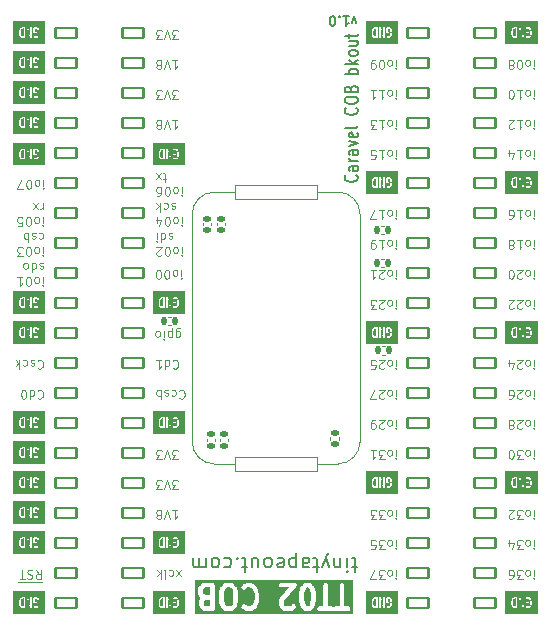
<source format=gbr>
%TF.GenerationSoftware,KiCad,Pcbnew,8.0.5*%
%TF.CreationDate,2024-10-22T14:19:45+02:00*%
%TF.ProjectId,breakout-tt02-cob,62726561-6b6f-4757-942d-747430322d63,2.2b*%
%TF.SameCoordinates,PX2dc6c00PY42c1d80*%
%TF.FileFunction,Legend,Top*%
%TF.FilePolarity,Positive*%
%FSLAX46Y46*%
G04 Gerber Fmt 4.6, Leading zero omitted, Abs format (unit mm)*
G04 Created by KiCad (PCBNEW 8.0.5) date 2024-10-22 14:19:45*
%MOMM*%
%LPD*%
G01*
G04 APERTURE LIST*
G04 Aperture macros list*
%AMRoundRect*
0 Rectangle with rounded corners*
0 $1 Rounding radius*
0 $2 $3 $4 $5 $6 $7 $8 $9 X,Y pos of 4 corners*
0 Add a 4 corners polygon primitive as box body*
4,1,4,$2,$3,$4,$5,$6,$7,$8,$9,$2,$3,0*
0 Add four circle primitives for the rounded corners*
1,1,$1+$1,$2,$3*
1,1,$1+$1,$4,$5*
1,1,$1+$1,$6,$7*
1,1,$1+$1,$8,$9*
0 Add four rect primitives between the rounded corners*
20,1,$1+$1,$2,$3,$4,$5,0*
20,1,$1+$1,$4,$5,$6,$7,0*
20,1,$1+$1,$6,$7,$8,$9,0*
20,1,$1+$1,$8,$9,$2,$3,0*%
G04 Aperture macros list end*
%ADD10C,0.120000*%
%ADD11C,0.400000*%
%ADD12C,0.180000*%
%ADD13C,0.200000*%
%ADD14C,0.000000*%
%ADD15C,0.100000*%
%ADD16C,1.020000*%
%ADD17C,2.000000*%
%ADD18RoundRect,0.102000X-0.898000X-0.408000X0.898000X-0.408000X0.898000X0.408000X-0.898000X0.408000X0*%
%ADD19RoundRect,0.140000X0.140000X0.170000X-0.140000X0.170000X-0.140000X-0.170000X0.140000X-0.170000X0*%
%ADD20RoundRect,0.140000X-0.140000X-0.170000X0.140000X-0.170000X0.140000X0.170000X-0.140000X0.170000X0*%
%ADD21R,1.100000X0.800000*%
%ADD22R,1.000000X0.800000*%
%ADD23RoundRect,0.140000X0.170000X-0.140000X0.170000X0.140000X-0.170000X0.140000X-0.170000X-0.140000X0*%
%ADD24RoundRect,0.140000X-0.170000X0.140000X-0.170000X-0.140000X0.170000X-0.140000X0.170000X0.140000X0*%
%ADD25C,0.700000*%
G04 APERTURE END LIST*
D10*
X684000Y3900000D02*
X2716000Y3900000D01*
X14235233Y49882725D02*
X13770947Y49882725D01*
X13770947Y49882725D02*
X14020947Y50168439D01*
X14020947Y50168439D02*
X13913804Y50168439D01*
X13913804Y50168439D02*
X13842376Y50204153D01*
X13842376Y50204153D02*
X13806661Y50239868D01*
X13806661Y50239868D02*
X13770947Y50311296D01*
X13770947Y50311296D02*
X13770947Y50489868D01*
X13770947Y50489868D02*
X13806661Y50561296D01*
X13806661Y50561296D02*
X13842376Y50597010D01*
X13842376Y50597010D02*
X13913804Y50632725D01*
X13913804Y50632725D02*
X14128090Y50632725D01*
X14128090Y50632725D02*
X14199518Y50597010D01*
X14199518Y50597010D02*
X14235233Y50561296D01*
X13556661Y49882725D02*
X13306661Y50632725D01*
X13306661Y50632725D02*
X13056661Y49882725D01*
X12878090Y49882725D02*
X12413804Y49882725D01*
X12413804Y49882725D02*
X12663804Y50168439D01*
X12663804Y50168439D02*
X12556661Y50168439D01*
X12556661Y50168439D02*
X12485233Y50204153D01*
X12485233Y50204153D02*
X12449518Y50239868D01*
X12449518Y50239868D02*
X12413804Y50311296D01*
X12413804Y50311296D02*
X12413804Y50489868D01*
X12413804Y50489868D02*
X12449518Y50561296D01*
X12449518Y50561296D02*
X12485233Y50597010D01*
X12485233Y50597010D02*
X12556661Y50632725D01*
X12556661Y50632725D02*
X12770947Y50632725D01*
X12770947Y50632725D02*
X12842375Y50597010D01*
X12842375Y50597010D02*
X12878090Y50561296D01*
X44375571Y4912725D02*
X44375571Y4412725D01*
X44375571Y4162725D02*
X44411285Y4198439D01*
X44411285Y4198439D02*
X44375571Y4234153D01*
X44375571Y4234153D02*
X44339857Y4198439D01*
X44339857Y4198439D02*
X44375571Y4162725D01*
X44375571Y4162725D02*
X44375571Y4234153D01*
X43911285Y4912725D02*
X43982714Y4877010D01*
X43982714Y4877010D02*
X44018428Y4841296D01*
X44018428Y4841296D02*
X44054142Y4769868D01*
X44054142Y4769868D02*
X44054142Y4555582D01*
X44054142Y4555582D02*
X44018428Y4484153D01*
X44018428Y4484153D02*
X43982714Y4448439D01*
X43982714Y4448439D02*
X43911285Y4412725D01*
X43911285Y4412725D02*
X43804142Y4412725D01*
X43804142Y4412725D02*
X43732714Y4448439D01*
X43732714Y4448439D02*
X43697000Y4484153D01*
X43697000Y4484153D02*
X43661285Y4555582D01*
X43661285Y4555582D02*
X43661285Y4769868D01*
X43661285Y4769868D02*
X43697000Y4841296D01*
X43697000Y4841296D02*
X43732714Y4877010D01*
X43732714Y4877010D02*
X43804142Y4912725D01*
X43804142Y4912725D02*
X43911285Y4912725D01*
X43411286Y4162725D02*
X42947000Y4162725D01*
X42947000Y4162725D02*
X43197000Y4448439D01*
X43197000Y4448439D02*
X43089857Y4448439D01*
X43089857Y4448439D02*
X43018429Y4484153D01*
X43018429Y4484153D02*
X42982714Y4519868D01*
X42982714Y4519868D02*
X42947000Y4591296D01*
X42947000Y4591296D02*
X42947000Y4769868D01*
X42947000Y4769868D02*
X42982714Y4841296D01*
X42982714Y4841296D02*
X43018429Y4877010D01*
X43018429Y4877010D02*
X43089857Y4912725D01*
X43089857Y4912725D02*
X43304143Y4912725D01*
X43304143Y4912725D02*
X43375571Y4877010D01*
X43375571Y4877010D02*
X43411286Y4841296D01*
X42304143Y4162725D02*
X42447000Y4162725D01*
X42447000Y4162725D02*
X42518428Y4198439D01*
X42518428Y4198439D02*
X42554143Y4234153D01*
X42554143Y4234153D02*
X42625571Y4341296D01*
X42625571Y4341296D02*
X42661285Y4484153D01*
X42661285Y4484153D02*
X42661285Y4769868D01*
X42661285Y4769868D02*
X42625571Y4841296D01*
X42625571Y4841296D02*
X42589857Y4877010D01*
X42589857Y4877010D02*
X42518428Y4912725D01*
X42518428Y4912725D02*
X42375571Y4912725D01*
X42375571Y4912725D02*
X42304143Y4877010D01*
X42304143Y4877010D02*
X42268428Y4841296D01*
X42268428Y4841296D02*
X42232714Y4769868D01*
X42232714Y4769868D02*
X42232714Y4591296D01*
X42232714Y4591296D02*
X42268428Y4519868D01*
X42268428Y4519868D02*
X42304143Y4484153D01*
X42304143Y4484153D02*
X42375571Y4448439D01*
X42375571Y4448439D02*
X42518428Y4448439D01*
X42518428Y4448439D02*
X42589857Y4484153D01*
X42589857Y4484153D02*
X42625571Y4519868D01*
X42625571Y4519868D02*
X42661285Y4591296D01*
D11*
G36*
X16957141Y1834439D02*
G01*
X16608966Y1834439D01*
X16512033Y1888291D01*
X16469558Y1935484D01*
X16414284Y2058318D01*
X16414284Y2162941D01*
X16469558Y2285775D01*
X16512032Y2332967D01*
X16608967Y2386820D01*
X16957141Y2386820D01*
X16957141Y1834439D01*
G37*
G36*
X16957141Y2786820D02*
G01*
X16592989Y2786820D01*
X16415683Y2852489D01*
X16383845Y2887865D01*
X16328570Y3010699D01*
X16328570Y3210560D01*
X16383845Y3333394D01*
X16426318Y3380587D01*
X16523252Y3434439D01*
X16957141Y3434439D01*
X16957141Y2786820D01*
G37*
G36*
X18745106Y3380587D02*
G01*
X18859212Y3253802D01*
X18928569Y2945550D01*
X18928569Y2323328D01*
X18859212Y2015076D01*
X18745107Y1888292D01*
X18648173Y1834439D01*
X18408966Y1834439D01*
X18312031Y1888292D01*
X18197926Y2015076D01*
X18128569Y2323329D01*
X18128569Y2945549D01*
X18197926Y3253802D01*
X18312032Y3380587D01*
X18408966Y3434439D01*
X18648173Y3434439D01*
X18745106Y3380587D01*
G37*
G36*
X25345107Y3380587D02*
G01*
X25387580Y3333396D01*
X25452172Y3189856D01*
X25528570Y2850312D01*
X25528570Y2418566D01*
X25452172Y2079022D01*
X25387580Y1935482D01*
X25345108Y1888292D01*
X25248174Y1834439D01*
X25180395Y1834439D01*
X25083462Y1888291D01*
X25040988Y1935484D01*
X24976395Y2079024D01*
X24899999Y2418565D01*
X24899999Y2850313D01*
X24976395Y3189854D01*
X25040988Y3333394D01*
X25083462Y3380587D01*
X25180396Y3434439D01*
X25248174Y3434439D01*
X25345107Y3380587D01*
G37*
G36*
X29061236Y1212217D02*
G01*
X15706348Y1212217D01*
X15706348Y3253486D01*
X15928570Y3253486D01*
X15928570Y2967772D01*
X15932413Y2928754D01*
X15933586Y2925921D01*
X15933679Y2922858D01*
X15946186Y2885699D01*
X16031900Y2695223D01*
X16040638Y2679998D01*
X16042380Y2675076D01*
X16047292Y2668403D01*
X16051416Y2661219D01*
X16055215Y2657643D01*
X16065625Y2643503D01*
X16151339Y2548266D01*
X16160297Y2540090D01*
X16151340Y2530137D01*
X16140928Y2515997D01*
X16137130Y2512420D01*
X16133008Y2505240D01*
X16128094Y2498564D01*
X16126351Y2493640D01*
X16117614Y2478416D01*
X16031900Y2287940D01*
X16019393Y2250781D01*
X16019300Y2247719D01*
X16018127Y2244885D01*
X16014284Y2205867D01*
X16014284Y2015391D01*
X16018127Y1976373D01*
X16019300Y1973540D01*
X16019393Y1970477D01*
X16031900Y1933318D01*
X16117614Y1742842D01*
X16126351Y1727619D01*
X16128094Y1722694D01*
X16133008Y1716019D01*
X16137130Y1708838D01*
X16140928Y1705262D01*
X16151340Y1691121D01*
X16237055Y1595883D01*
X16253100Y1581239D01*
X16256343Y1577154D01*
X16261437Y1573629D01*
X16266013Y1569453D01*
X16270718Y1567208D01*
X16288584Y1554846D01*
X16460013Y1459607D01*
X16495987Y1444018D01*
X16507456Y1442701D01*
X16518123Y1438282D01*
X16557141Y1434439D01*
X17157141Y1434439D01*
X17196159Y1438282D01*
X17268255Y1468145D01*
X17323435Y1523325D01*
X17353298Y1595421D01*
X17357141Y1634439D01*
X17357141Y2967772D01*
X17728569Y2967772D01*
X17728569Y2301105D01*
X17728904Y2297695D01*
X17728631Y2296112D01*
X17730735Y2279112D01*
X17732412Y2262087D01*
X17733025Y2260606D01*
X17733447Y2257202D01*
X17819162Y1876250D01*
X17831476Y1839027D01*
X17838382Y1829230D01*
X17842380Y1817933D01*
X17865625Y1786360D01*
X18037053Y1595884D01*
X18053101Y1581237D01*
X18056342Y1577154D01*
X18061433Y1573632D01*
X18066011Y1569453D01*
X18070719Y1567206D01*
X18088584Y1554845D01*
X18260013Y1459607D01*
X18295987Y1444018D01*
X18307456Y1442701D01*
X18318123Y1438282D01*
X18357141Y1434439D01*
X18699998Y1434439D01*
X18739016Y1438282D01*
X18749682Y1442701D01*
X18761152Y1444018D01*
X18797126Y1459607D01*
X18968556Y1554846D01*
X18986418Y1567206D01*
X18991128Y1569453D01*
X18995705Y1573632D01*
X19000797Y1577154D01*
X19004037Y1581237D01*
X19020086Y1595884D01*
X19191514Y1786360D01*
X19214759Y1817933D01*
X19218757Y1829232D01*
X19225663Y1839028D01*
X19237977Y1876251D01*
X19323691Y2257203D01*
X19324112Y2260605D01*
X19324726Y2262087D01*
X19326403Y2279117D01*
X19328507Y2296113D01*
X19328233Y2297696D01*
X19328569Y2301105D01*
X19328569Y2967772D01*
X19328233Y2971182D01*
X19328507Y2972764D01*
X19326403Y2989761D01*
X19324726Y3006790D01*
X19324112Y3008273D01*
X19323691Y3011674D01*
X19237977Y3392626D01*
X19225663Y3429849D01*
X19218757Y3439646D01*
X19214759Y3450944D01*
X19198803Y3472616D01*
X19616347Y3472616D01*
X19620449Y3394688D01*
X19654060Y3324261D01*
X19712064Y3272058D01*
X19785630Y3246025D01*
X19863558Y3250127D01*
X19933985Y3283738D01*
X19962943Y3310169D01*
X20015683Y3368770D01*
X20192989Y3434439D01*
X20292721Y3434439D01*
X20470026Y3368771D01*
X20587579Y3238158D01*
X20652171Y3094618D01*
X20728569Y2755074D01*
X20728569Y2513804D01*
X20652171Y2174260D01*
X20587579Y2030720D01*
X20470027Y1900108D01*
X20292721Y1834439D01*
X20192989Y1834439D01*
X20015683Y1900108D01*
X19962943Y1958708D01*
X19933985Y1985139D01*
X19863558Y2018750D01*
X19785630Y2022852D01*
X19712064Y1996819D01*
X19654060Y1944616D01*
X19620449Y1874189D01*
X19616347Y1796261D01*
X19642380Y1722695D01*
X19665625Y1691122D01*
X19751339Y1595885D01*
X19780297Y1569454D01*
X19788560Y1565510D01*
X19795281Y1559282D01*
X19830535Y1542127D01*
X20087678Y1446889D01*
X20114031Y1439977D01*
X20118123Y1438282D01*
X20121918Y1437909D01*
X20125602Y1436942D01*
X20130022Y1437111D01*
X20157141Y1434439D01*
X20328569Y1434439D01*
X20355680Y1437110D01*
X20360108Y1436941D01*
X20363797Y1437909D01*
X20367587Y1438282D01*
X20371674Y1439975D01*
X20398032Y1446889D01*
X20655175Y1542127D01*
X20690429Y1559282D01*
X20697148Y1565510D01*
X20705412Y1569453D01*
X20734371Y1595884D01*
X20905800Y1786360D01*
X20916209Y1800500D01*
X20920009Y1804076D01*
X20924132Y1811260D01*
X20929045Y1817933D01*
X20930786Y1822855D01*
X20939525Y1838080D01*
X21025239Y2028556D01*
X21025462Y2029220D01*
X21025663Y2029504D01*
X21031675Y2047678D01*
X21037746Y2065714D01*
X21037756Y2066061D01*
X21037977Y2066727D01*
X21069283Y2205867D01*
X22785713Y2205867D01*
X22785713Y2015391D01*
X22789556Y1976373D01*
X22790729Y1973540D01*
X22790822Y1970477D01*
X22803329Y1933318D01*
X22889043Y1742842D01*
X22897780Y1727619D01*
X22899523Y1722694D01*
X22904437Y1716019D01*
X22908559Y1708838D01*
X22912357Y1705262D01*
X22922769Y1691121D01*
X23008484Y1595883D01*
X23024529Y1581239D01*
X23027772Y1577154D01*
X23032866Y1573629D01*
X23037442Y1569453D01*
X23042147Y1567208D01*
X23060013Y1554846D01*
X23231442Y1459607D01*
X23267416Y1444018D01*
X23278885Y1442701D01*
X23289552Y1438282D01*
X23328570Y1434439D01*
X23757142Y1434439D01*
X23796160Y1438282D01*
X23806825Y1442700D01*
X23818297Y1444018D01*
X23854271Y1459608D01*
X24025699Y1554846D01*
X24043563Y1567207D01*
X24048271Y1569453D01*
X24052846Y1573629D01*
X24057941Y1577154D01*
X24061184Y1581240D01*
X24077229Y1595884D01*
X24162943Y1691122D01*
X24186188Y1722695D01*
X24212220Y1796260D01*
X24208119Y1874189D01*
X24174507Y1944616D01*
X24116504Y1996819D01*
X24042938Y2022851D01*
X23965009Y2018750D01*
X23894583Y1985138D01*
X23865625Y1958707D01*
X23802250Y1888292D01*
X23705317Y1834439D01*
X23380395Y1834439D01*
X23283462Y1888291D01*
X23240987Y1935484D01*
X23185713Y2058318D01*
X23185713Y2176515D01*
X23250099Y2391137D01*
X23683357Y2872534D01*
X24499999Y2872534D01*
X24499999Y2396343D01*
X24500334Y2392934D01*
X24500061Y2391351D01*
X24502164Y2374355D01*
X24503842Y2357325D01*
X24504455Y2355843D01*
X24504877Y2352441D01*
X24590591Y1971488D01*
X24590811Y1970822D01*
X24590822Y1970476D01*
X24596892Y1952440D01*
X24602905Y1934266D01*
X24603105Y1933983D01*
X24603329Y1933317D01*
X24689044Y1742841D01*
X24697783Y1727614D01*
X24699524Y1722695D01*
X24704434Y1716026D01*
X24708560Y1708837D01*
X24712361Y1705259D01*
X24722769Y1691122D01*
X24808483Y1595885D01*
X24824528Y1581241D01*
X24827772Y1577154D01*
X24832867Y1573629D01*
X24837441Y1569454D01*
X24842145Y1567209D01*
X24860013Y1554846D01*
X25031442Y1459607D01*
X25067416Y1444018D01*
X25078885Y1442701D01*
X25089552Y1438282D01*
X25128570Y1434439D01*
X25299999Y1434439D01*
X25339017Y1438282D01*
X25349683Y1442701D01*
X25361153Y1444018D01*
X25397127Y1459607D01*
X25568557Y1554846D01*
X25586419Y1567206D01*
X25591129Y1569453D01*
X25595706Y1573632D01*
X25600798Y1577154D01*
X25604038Y1581237D01*
X25620087Y1595884D01*
X25689903Y1673457D01*
X26046700Y1673457D01*
X26046700Y1595421D01*
X26076563Y1523325D01*
X26131743Y1468145D01*
X26203839Y1438282D01*
X26242857Y1434439D01*
X27271428Y1434439D01*
X27310446Y1438282D01*
X27382542Y1468145D01*
X27437722Y1523325D01*
X27442857Y1535723D01*
X27447992Y1523325D01*
X27503172Y1468145D01*
X27575268Y1438282D01*
X27614286Y1434439D01*
X28642857Y1434439D01*
X28681875Y1438282D01*
X28753971Y1468145D01*
X28809151Y1523325D01*
X28839014Y1595421D01*
X28839014Y1673457D01*
X28809151Y1745553D01*
X28753971Y1800733D01*
X28681875Y1830596D01*
X28642857Y1834439D01*
X28328571Y1834439D01*
X28328571Y3634439D01*
X28324728Y3673457D01*
X28294865Y3745553D01*
X28239685Y3800733D01*
X28167589Y3830596D01*
X28089553Y3830596D01*
X28017457Y3800733D01*
X27962277Y3745553D01*
X27932414Y3673457D01*
X27928571Y3634439D01*
X27928571Y1834439D01*
X27614286Y1834439D01*
X27575268Y1830596D01*
X27503172Y1800733D01*
X27447992Y1745553D01*
X27442857Y1733156D01*
X27437722Y1745553D01*
X27382542Y1800733D01*
X27310446Y1830596D01*
X27271428Y1834439D01*
X26957142Y1834439D01*
X26957142Y3634439D01*
X26953299Y3673457D01*
X26923436Y3745553D01*
X26868256Y3800733D01*
X26796160Y3830596D01*
X26718124Y3830596D01*
X26646028Y3800733D01*
X26590848Y3745553D01*
X26560985Y3673457D01*
X26557142Y3634439D01*
X26557142Y1834439D01*
X26242857Y1834439D01*
X26203839Y1830596D01*
X26131743Y1800733D01*
X26076563Y1745553D01*
X26046700Y1673457D01*
X25689903Y1673457D01*
X25705801Y1691122D01*
X25716210Y1705262D01*
X25720010Y1708838D01*
X25724133Y1716022D01*
X25729046Y1722695D01*
X25730787Y1727617D01*
X25739526Y1742842D01*
X25825240Y1933318D01*
X25825463Y1933982D01*
X25825664Y1934266D01*
X25831676Y1952440D01*
X25837747Y1970476D01*
X25837757Y1970823D01*
X25837978Y1971489D01*
X25923692Y2352441D01*
X25924113Y2355843D01*
X25924727Y2357325D01*
X25926404Y2374355D01*
X25928508Y2391351D01*
X25928234Y2392934D01*
X25928570Y2396343D01*
X25928570Y2872534D01*
X25928234Y2875944D01*
X25928508Y2877526D01*
X25926404Y2894523D01*
X25924727Y2911552D01*
X25924113Y2913035D01*
X25923692Y2916436D01*
X25837978Y3297388D01*
X25837757Y3298055D01*
X25837747Y3298401D01*
X25831676Y3316438D01*
X25825664Y3334611D01*
X25825463Y3334896D01*
X25825240Y3335559D01*
X25739526Y3526035D01*
X25730787Y3541261D01*
X25729046Y3546182D01*
X25724133Y3552856D01*
X25720010Y3560039D01*
X25716210Y3563616D01*
X25705801Y3577755D01*
X25620087Y3672993D01*
X25604042Y3687638D01*
X25600799Y3691723D01*
X25595704Y3695249D01*
X25591129Y3699424D01*
X25586421Y3701671D01*
X25568557Y3714031D01*
X25397128Y3809270D01*
X25361154Y3824860D01*
X25349682Y3826179D01*
X25339017Y3830596D01*
X25299999Y3834439D01*
X25128570Y3834439D01*
X25089552Y3830596D01*
X25078883Y3826178D01*
X25067414Y3824859D01*
X25031440Y3809270D01*
X24860012Y3714031D01*
X24842142Y3701667D01*
X24837441Y3699423D01*
X24832870Y3695252D01*
X24827771Y3691723D01*
X24824524Y3687635D01*
X24808483Y3672992D01*
X24722769Y3577755D01*
X24712361Y3563619D01*
X24708560Y3560040D01*
X24704434Y3552852D01*
X24699524Y3546182D01*
X24697783Y3541264D01*
X24689044Y3526036D01*
X24603329Y3335560D01*
X24603105Y3334895D01*
X24602905Y3334611D01*
X24596892Y3316438D01*
X24590822Y3298401D01*
X24590811Y3298056D01*
X24590591Y3297389D01*
X24504877Y2916436D01*
X24504455Y2913035D01*
X24503842Y2911552D01*
X24502164Y2894523D01*
X24500061Y2877526D01*
X24500334Y2875944D01*
X24499999Y2872534D01*
X23683357Y2872534D01*
X24248658Y3500646D01*
X24262736Y3519769D01*
X24266293Y3523325D01*
X24267499Y3526238D01*
X24271903Y3532219D01*
X24283198Y3564139D01*
X24296156Y3595421D01*
X24296156Y3600755D01*
X24297936Y3605785D01*
X24296156Y3639601D01*
X24296156Y3673457D01*
X24294114Y3678386D01*
X24293834Y3683713D01*
X24279250Y3714271D01*
X24266293Y3745553D01*
X24262520Y3749326D01*
X24260223Y3754140D01*
X24235055Y3776791D01*
X24211113Y3800733D01*
X24206183Y3802775D01*
X24202219Y3806343D01*
X24170299Y3817639D01*
X24139017Y3830596D01*
X24131625Y3831324D01*
X24128653Y3832376D01*
X24123629Y3832112D01*
X24099999Y3834439D01*
X22985713Y3834439D01*
X22946695Y3830596D01*
X22874599Y3800733D01*
X22819419Y3745553D01*
X22789556Y3673457D01*
X22789556Y3595421D01*
X22819419Y3523325D01*
X22874599Y3468145D01*
X22946695Y3438282D01*
X22985713Y3434439D01*
X23650926Y3434439D01*
X22922768Y2625374D01*
X22899523Y2593801D01*
X22897876Y2589148D01*
X22894754Y2585319D01*
X22879862Y2549050D01*
X22794148Y2263336D01*
X22791414Y2249374D01*
X22789556Y2244885D01*
X22788562Y2234802D01*
X22786617Y2224860D01*
X22787107Y2220029D01*
X22785713Y2205867D01*
X21069283Y2205867D01*
X21123691Y2447679D01*
X21124112Y2451081D01*
X21124726Y2452563D01*
X21126403Y2469593D01*
X21128507Y2486589D01*
X21128233Y2488172D01*
X21128569Y2491581D01*
X21128569Y2777296D01*
X21128233Y2780706D01*
X21128507Y2782288D01*
X21126403Y2799285D01*
X21124726Y2816314D01*
X21124112Y2817797D01*
X21123691Y2821198D01*
X21037977Y3202150D01*
X21037756Y3202817D01*
X21037746Y3203163D01*
X21031675Y3221200D01*
X21025663Y3239373D01*
X21025462Y3239658D01*
X21025239Y3240321D01*
X20939525Y3430797D01*
X20930786Y3446023D01*
X20929045Y3450944D01*
X20924132Y3457618D01*
X20920009Y3464801D01*
X20916209Y3468378D01*
X20905800Y3482517D01*
X20734371Y3672993D01*
X20705412Y3699424D01*
X20697145Y3703369D01*
X20690429Y3709594D01*
X20655175Y3726750D01*
X20398032Y3821989D01*
X20371677Y3828902D01*
X20367587Y3830596D01*
X20363793Y3830970D01*
X20360109Y3831936D01*
X20355687Y3831769D01*
X20328569Y3834439D01*
X20157141Y3834439D01*
X20130021Y3831768D01*
X20125601Y3831936D01*
X20121917Y3830970D01*
X20118123Y3830596D01*
X20114030Y3828901D01*
X20087677Y3821988D01*
X19830535Y3726750D01*
X19795280Y3709594D01*
X19788561Y3703368D01*
X19780297Y3699423D01*
X19751339Y3672992D01*
X19665625Y3577755D01*
X19642380Y3546182D01*
X19616347Y3472616D01*
X19198803Y3472616D01*
X19191514Y3482517D01*
X19020086Y3672993D01*
X19004041Y3687638D01*
X19000798Y3691723D01*
X18995703Y3695249D01*
X18991128Y3699424D01*
X18986420Y3701671D01*
X18968556Y3714031D01*
X18797127Y3809270D01*
X18761153Y3824860D01*
X18749681Y3826179D01*
X18739016Y3830596D01*
X18699998Y3834439D01*
X18357141Y3834439D01*
X18318123Y3830596D01*
X18307457Y3826179D01*
X18295986Y3824860D01*
X18260012Y3809270D01*
X18088583Y3714031D01*
X18070718Y3701671D01*
X18066011Y3699424D01*
X18061435Y3695249D01*
X18056341Y3691723D01*
X18053097Y3687638D01*
X18037053Y3672993D01*
X17865625Y3482517D01*
X17842380Y3450944D01*
X17838382Y3439648D01*
X17831476Y3429850D01*
X17819162Y3392627D01*
X17733447Y3011675D01*
X17733025Y3008272D01*
X17732412Y3006790D01*
X17730735Y2989766D01*
X17728631Y2972765D01*
X17728904Y2971183D01*
X17728569Y2967772D01*
X17357141Y2967772D01*
X17357141Y3634439D01*
X17353298Y3673457D01*
X17323435Y3745553D01*
X17268255Y3800733D01*
X17196159Y3830596D01*
X17157141Y3834439D01*
X16471427Y3834439D01*
X16432409Y3830596D01*
X16421743Y3826179D01*
X16410272Y3824860D01*
X16374298Y3809270D01*
X16202869Y3714031D01*
X16185000Y3701668D01*
X16180297Y3699423D01*
X16175726Y3695252D01*
X16170627Y3691723D01*
X16167380Y3687634D01*
X16151339Y3672992D01*
X16065625Y3577755D01*
X16055215Y3563616D01*
X16051416Y3560039D01*
X16047292Y3552856D01*
X16042380Y3546182D01*
X16040638Y3541261D01*
X16031900Y3526035D01*
X15946186Y3335559D01*
X15933679Y3298400D01*
X15933586Y3295338D01*
X15932413Y3292504D01*
X15928570Y3253486D01*
X15706348Y3253486D01*
X15706348Y4056661D01*
X29061236Y4056661D01*
X29061236Y1212217D01*
G37*
D10*
X44375571Y32852725D02*
X44375571Y32352725D01*
X44375571Y32102725D02*
X44411285Y32138439D01*
X44411285Y32138439D02*
X44375571Y32174153D01*
X44375571Y32174153D02*
X44339857Y32138439D01*
X44339857Y32138439D02*
X44375571Y32102725D01*
X44375571Y32102725D02*
X44375571Y32174153D01*
X43911285Y32852725D02*
X43982714Y32817010D01*
X43982714Y32817010D02*
X44018428Y32781296D01*
X44018428Y32781296D02*
X44054142Y32709868D01*
X44054142Y32709868D02*
X44054142Y32495582D01*
X44054142Y32495582D02*
X44018428Y32424153D01*
X44018428Y32424153D02*
X43982714Y32388439D01*
X43982714Y32388439D02*
X43911285Y32352725D01*
X43911285Y32352725D02*
X43804142Y32352725D01*
X43804142Y32352725D02*
X43732714Y32388439D01*
X43732714Y32388439D02*
X43697000Y32424153D01*
X43697000Y32424153D02*
X43661285Y32495582D01*
X43661285Y32495582D02*
X43661285Y32709868D01*
X43661285Y32709868D02*
X43697000Y32781296D01*
X43697000Y32781296D02*
X43732714Y32817010D01*
X43732714Y32817010D02*
X43804142Y32852725D01*
X43804142Y32852725D02*
X43911285Y32852725D01*
X42947000Y32852725D02*
X43375571Y32852725D01*
X43161286Y32852725D02*
X43161286Y32102725D01*
X43161286Y32102725D02*
X43232714Y32209868D01*
X43232714Y32209868D02*
X43304143Y32281296D01*
X43304143Y32281296D02*
X43375571Y32317010D01*
X42518428Y32424153D02*
X42589857Y32388439D01*
X42589857Y32388439D02*
X42625571Y32352725D01*
X42625571Y32352725D02*
X42661285Y32281296D01*
X42661285Y32281296D02*
X42661285Y32245582D01*
X42661285Y32245582D02*
X42625571Y32174153D01*
X42625571Y32174153D02*
X42589857Y32138439D01*
X42589857Y32138439D02*
X42518428Y32102725D01*
X42518428Y32102725D02*
X42375571Y32102725D01*
X42375571Y32102725D02*
X42304143Y32138439D01*
X42304143Y32138439D02*
X42268428Y32174153D01*
X42268428Y32174153D02*
X42232714Y32245582D01*
X42232714Y32245582D02*
X42232714Y32281296D01*
X42232714Y32281296D02*
X42268428Y32352725D01*
X42268428Y32352725D02*
X42304143Y32388439D01*
X42304143Y32388439D02*
X42375571Y32424153D01*
X42375571Y32424153D02*
X42518428Y32424153D01*
X42518428Y32424153D02*
X42589857Y32459868D01*
X42589857Y32459868D02*
X42625571Y32495582D01*
X42625571Y32495582D02*
X42661285Y32567010D01*
X42661285Y32567010D02*
X42661285Y32709868D01*
X42661285Y32709868D02*
X42625571Y32781296D01*
X42625571Y32781296D02*
X42589857Y32817010D01*
X42589857Y32817010D02*
X42518428Y32852725D01*
X42518428Y32852725D02*
X42375571Y32852725D01*
X42375571Y32852725D02*
X42304143Y32817010D01*
X42304143Y32817010D02*
X42268428Y32781296D01*
X42268428Y32781296D02*
X42232714Y32709868D01*
X42232714Y32709868D02*
X42232714Y32567010D01*
X42232714Y32567010D02*
X42268428Y32495582D01*
X42268428Y32495582D02*
X42304143Y32459868D01*
X42304143Y32459868D02*
X42375571Y32424153D01*
X32691571Y27772725D02*
X32691571Y27272725D01*
X32691571Y27022725D02*
X32727285Y27058439D01*
X32727285Y27058439D02*
X32691571Y27094153D01*
X32691571Y27094153D02*
X32655857Y27058439D01*
X32655857Y27058439D02*
X32691571Y27022725D01*
X32691571Y27022725D02*
X32691571Y27094153D01*
X32227285Y27772725D02*
X32298714Y27737010D01*
X32298714Y27737010D02*
X32334428Y27701296D01*
X32334428Y27701296D02*
X32370142Y27629868D01*
X32370142Y27629868D02*
X32370142Y27415582D01*
X32370142Y27415582D02*
X32334428Y27344153D01*
X32334428Y27344153D02*
X32298714Y27308439D01*
X32298714Y27308439D02*
X32227285Y27272725D01*
X32227285Y27272725D02*
X32120142Y27272725D01*
X32120142Y27272725D02*
X32048714Y27308439D01*
X32048714Y27308439D02*
X32013000Y27344153D01*
X32013000Y27344153D02*
X31977285Y27415582D01*
X31977285Y27415582D02*
X31977285Y27629868D01*
X31977285Y27629868D02*
X32013000Y27701296D01*
X32013000Y27701296D02*
X32048714Y27737010D01*
X32048714Y27737010D02*
X32120142Y27772725D01*
X32120142Y27772725D02*
X32227285Y27772725D01*
X31691571Y27094153D02*
X31655857Y27058439D01*
X31655857Y27058439D02*
X31584429Y27022725D01*
X31584429Y27022725D02*
X31405857Y27022725D01*
X31405857Y27022725D02*
X31334429Y27058439D01*
X31334429Y27058439D02*
X31298714Y27094153D01*
X31298714Y27094153D02*
X31263000Y27165582D01*
X31263000Y27165582D02*
X31263000Y27237010D01*
X31263000Y27237010D02*
X31298714Y27344153D01*
X31298714Y27344153D02*
X31727286Y27772725D01*
X31727286Y27772725D02*
X31263000Y27772725D01*
X31013000Y27022725D02*
X30548714Y27022725D01*
X30548714Y27022725D02*
X30798714Y27308439D01*
X30798714Y27308439D02*
X30691571Y27308439D01*
X30691571Y27308439D02*
X30620143Y27344153D01*
X30620143Y27344153D02*
X30584428Y27379868D01*
X30584428Y27379868D02*
X30548714Y27451296D01*
X30548714Y27451296D02*
X30548714Y27629868D01*
X30548714Y27629868D02*
X30584428Y27701296D01*
X30584428Y27701296D02*
X30620143Y27737010D01*
X30620143Y27737010D02*
X30691571Y27772725D01*
X30691571Y27772725D02*
X30905857Y27772725D01*
X30905857Y27772725D02*
X30977285Y27737010D01*
X30977285Y27737010D02*
X31013000Y27701296D01*
X44375571Y7452725D02*
X44375571Y6952725D01*
X44375571Y6702725D02*
X44411285Y6738439D01*
X44411285Y6738439D02*
X44375571Y6774153D01*
X44375571Y6774153D02*
X44339857Y6738439D01*
X44339857Y6738439D02*
X44375571Y6702725D01*
X44375571Y6702725D02*
X44375571Y6774153D01*
X43911285Y7452725D02*
X43982714Y7417010D01*
X43982714Y7417010D02*
X44018428Y7381296D01*
X44018428Y7381296D02*
X44054142Y7309868D01*
X44054142Y7309868D02*
X44054142Y7095582D01*
X44054142Y7095582D02*
X44018428Y7024153D01*
X44018428Y7024153D02*
X43982714Y6988439D01*
X43982714Y6988439D02*
X43911285Y6952725D01*
X43911285Y6952725D02*
X43804142Y6952725D01*
X43804142Y6952725D02*
X43732714Y6988439D01*
X43732714Y6988439D02*
X43697000Y7024153D01*
X43697000Y7024153D02*
X43661285Y7095582D01*
X43661285Y7095582D02*
X43661285Y7309868D01*
X43661285Y7309868D02*
X43697000Y7381296D01*
X43697000Y7381296D02*
X43732714Y7417010D01*
X43732714Y7417010D02*
X43804142Y7452725D01*
X43804142Y7452725D02*
X43911285Y7452725D01*
X43411286Y6702725D02*
X42947000Y6702725D01*
X42947000Y6702725D02*
X43197000Y6988439D01*
X43197000Y6988439D02*
X43089857Y6988439D01*
X43089857Y6988439D02*
X43018429Y7024153D01*
X43018429Y7024153D02*
X42982714Y7059868D01*
X42982714Y7059868D02*
X42947000Y7131296D01*
X42947000Y7131296D02*
X42947000Y7309868D01*
X42947000Y7309868D02*
X42982714Y7381296D01*
X42982714Y7381296D02*
X43018429Y7417010D01*
X43018429Y7417010D02*
X43089857Y7452725D01*
X43089857Y7452725D02*
X43304143Y7452725D01*
X43304143Y7452725D02*
X43375571Y7417010D01*
X43375571Y7417010D02*
X43411286Y7381296D01*
X42304143Y6952725D02*
X42304143Y7452725D01*
X42482714Y6667010D02*
X42661285Y7202725D01*
X42661285Y7202725D02*
X42197000Y7202725D01*
X14479857Y4912725D02*
X14087000Y4412725D01*
X14479857Y4412725D02*
X14087000Y4912725D01*
X13479857Y4877010D02*
X13551285Y4912725D01*
X13551285Y4912725D02*
X13694142Y4912725D01*
X13694142Y4912725D02*
X13765571Y4877010D01*
X13765571Y4877010D02*
X13801285Y4841296D01*
X13801285Y4841296D02*
X13836999Y4769868D01*
X13836999Y4769868D02*
X13836999Y4555582D01*
X13836999Y4555582D02*
X13801285Y4484153D01*
X13801285Y4484153D02*
X13765571Y4448439D01*
X13765571Y4448439D02*
X13694142Y4412725D01*
X13694142Y4412725D02*
X13551285Y4412725D01*
X13551285Y4412725D02*
X13479857Y4448439D01*
X13051285Y4912725D02*
X13122714Y4877010D01*
X13122714Y4877010D02*
X13158428Y4805582D01*
X13158428Y4805582D02*
X13158428Y4162725D01*
X12765571Y4912725D02*
X12765571Y4162725D01*
X12694143Y4627010D02*
X12479857Y4912725D01*
X12479857Y4412725D02*
X12765571Y4698439D01*
X14556661Y34788996D02*
X14556661Y34288996D01*
X14556661Y34038996D02*
X14592375Y34074710D01*
X14592375Y34074710D02*
X14556661Y34110424D01*
X14556661Y34110424D02*
X14520947Y34074710D01*
X14520947Y34074710D02*
X14556661Y34038996D01*
X14556661Y34038996D02*
X14556661Y34110424D01*
X14092375Y34788996D02*
X14163804Y34753281D01*
X14163804Y34753281D02*
X14199518Y34717567D01*
X14199518Y34717567D02*
X14235232Y34646139D01*
X14235232Y34646139D02*
X14235232Y34431853D01*
X14235232Y34431853D02*
X14199518Y34360424D01*
X14199518Y34360424D02*
X14163804Y34324710D01*
X14163804Y34324710D02*
X14092375Y34288996D01*
X14092375Y34288996D02*
X13985232Y34288996D01*
X13985232Y34288996D02*
X13913804Y34324710D01*
X13913804Y34324710D02*
X13878090Y34360424D01*
X13878090Y34360424D02*
X13842375Y34431853D01*
X13842375Y34431853D02*
X13842375Y34646139D01*
X13842375Y34646139D02*
X13878090Y34717567D01*
X13878090Y34717567D02*
X13913804Y34753281D01*
X13913804Y34753281D02*
X13985232Y34788996D01*
X13985232Y34788996D02*
X14092375Y34788996D01*
X13378090Y34038996D02*
X13306661Y34038996D01*
X13306661Y34038996D02*
X13235233Y34074710D01*
X13235233Y34074710D02*
X13199519Y34110424D01*
X13199519Y34110424D02*
X13163804Y34181853D01*
X13163804Y34181853D02*
X13128090Y34324710D01*
X13128090Y34324710D02*
X13128090Y34503281D01*
X13128090Y34503281D02*
X13163804Y34646139D01*
X13163804Y34646139D02*
X13199519Y34717567D01*
X13199519Y34717567D02*
X13235233Y34753281D01*
X13235233Y34753281D02*
X13306661Y34788996D01*
X13306661Y34788996D02*
X13378090Y34788996D01*
X13378090Y34788996D02*
X13449519Y34753281D01*
X13449519Y34753281D02*
X13485233Y34717567D01*
X13485233Y34717567D02*
X13520947Y34646139D01*
X13520947Y34646139D02*
X13556661Y34503281D01*
X13556661Y34503281D02*
X13556661Y34324710D01*
X13556661Y34324710D02*
X13520947Y34181853D01*
X13520947Y34181853D02*
X13485233Y34110424D01*
X13485233Y34110424D02*
X13449519Y34074710D01*
X13449519Y34074710D02*
X13378090Y34038996D01*
X12485233Y34288996D02*
X12485233Y34788996D01*
X12663804Y34003281D02*
X12842375Y34538996D01*
X12842375Y34538996D02*
X12378090Y34538996D01*
X13985232Y35960739D02*
X13913804Y35996454D01*
X13913804Y35996454D02*
X13770947Y35996454D01*
X13770947Y35996454D02*
X13699518Y35960739D01*
X13699518Y35960739D02*
X13663804Y35889311D01*
X13663804Y35889311D02*
X13663804Y35853597D01*
X13663804Y35853597D02*
X13699518Y35782168D01*
X13699518Y35782168D02*
X13770947Y35746454D01*
X13770947Y35746454D02*
X13878090Y35746454D01*
X13878090Y35746454D02*
X13949518Y35710739D01*
X13949518Y35710739D02*
X13985232Y35639311D01*
X13985232Y35639311D02*
X13985232Y35603597D01*
X13985232Y35603597D02*
X13949518Y35532168D01*
X13949518Y35532168D02*
X13878090Y35496454D01*
X13878090Y35496454D02*
X13770947Y35496454D01*
X13770947Y35496454D02*
X13699518Y35532168D01*
X13020947Y35960739D02*
X13092375Y35996454D01*
X13092375Y35996454D02*
X13235232Y35996454D01*
X13235232Y35996454D02*
X13306661Y35960739D01*
X13306661Y35960739D02*
X13342375Y35925025D01*
X13342375Y35925025D02*
X13378089Y35853597D01*
X13378089Y35853597D02*
X13378089Y35639311D01*
X13378089Y35639311D02*
X13342375Y35567882D01*
X13342375Y35567882D02*
X13306661Y35532168D01*
X13306661Y35532168D02*
X13235232Y35496454D01*
X13235232Y35496454D02*
X13092375Y35496454D01*
X13092375Y35496454D02*
X13020947Y35532168D01*
X12699518Y35996454D02*
X12699518Y35246454D01*
X12628090Y35710739D02*
X12413804Y35996454D01*
X12413804Y35496454D02*
X12699518Y35782168D01*
X32691571Y17612725D02*
X32691571Y17112725D01*
X32691571Y16862725D02*
X32727285Y16898439D01*
X32727285Y16898439D02*
X32691571Y16934153D01*
X32691571Y16934153D02*
X32655857Y16898439D01*
X32655857Y16898439D02*
X32691571Y16862725D01*
X32691571Y16862725D02*
X32691571Y16934153D01*
X32227285Y17612725D02*
X32298714Y17577010D01*
X32298714Y17577010D02*
X32334428Y17541296D01*
X32334428Y17541296D02*
X32370142Y17469868D01*
X32370142Y17469868D02*
X32370142Y17255582D01*
X32370142Y17255582D02*
X32334428Y17184153D01*
X32334428Y17184153D02*
X32298714Y17148439D01*
X32298714Y17148439D02*
X32227285Y17112725D01*
X32227285Y17112725D02*
X32120142Y17112725D01*
X32120142Y17112725D02*
X32048714Y17148439D01*
X32048714Y17148439D02*
X32013000Y17184153D01*
X32013000Y17184153D02*
X31977285Y17255582D01*
X31977285Y17255582D02*
X31977285Y17469868D01*
X31977285Y17469868D02*
X32013000Y17541296D01*
X32013000Y17541296D02*
X32048714Y17577010D01*
X32048714Y17577010D02*
X32120142Y17612725D01*
X32120142Y17612725D02*
X32227285Y17612725D01*
X31691571Y16934153D02*
X31655857Y16898439D01*
X31655857Y16898439D02*
X31584429Y16862725D01*
X31584429Y16862725D02*
X31405857Y16862725D01*
X31405857Y16862725D02*
X31334429Y16898439D01*
X31334429Y16898439D02*
X31298714Y16934153D01*
X31298714Y16934153D02*
X31263000Y17005582D01*
X31263000Y17005582D02*
X31263000Y17077010D01*
X31263000Y17077010D02*
X31298714Y17184153D01*
X31298714Y17184153D02*
X31727286Y17612725D01*
X31727286Y17612725D02*
X31263000Y17612725D01*
X30905857Y17612725D02*
X30763000Y17612725D01*
X30763000Y17612725D02*
X30691571Y17577010D01*
X30691571Y17577010D02*
X30655857Y17541296D01*
X30655857Y17541296D02*
X30584428Y17434153D01*
X30584428Y17434153D02*
X30548714Y17291296D01*
X30548714Y17291296D02*
X30548714Y17005582D01*
X30548714Y17005582D02*
X30584428Y16934153D01*
X30584428Y16934153D02*
X30620143Y16898439D01*
X30620143Y16898439D02*
X30691571Y16862725D01*
X30691571Y16862725D02*
X30834428Y16862725D01*
X30834428Y16862725D02*
X30905857Y16898439D01*
X30905857Y16898439D02*
X30941571Y16934153D01*
X30941571Y16934153D02*
X30977285Y17005582D01*
X30977285Y17005582D02*
X30977285Y17184153D01*
X30977285Y17184153D02*
X30941571Y17255582D01*
X30941571Y17255582D02*
X30905857Y17291296D01*
X30905857Y17291296D02*
X30834428Y17327010D01*
X30834428Y17327010D02*
X30691571Y17327010D01*
X30691571Y17327010D02*
X30620143Y17291296D01*
X30620143Y17291296D02*
X30584428Y17255582D01*
X30584428Y17255582D02*
X30548714Y17184153D01*
X14071803Y24640725D02*
X14071803Y25247868D01*
X14071803Y25247868D02*
X14107517Y25319296D01*
X14107517Y25319296D02*
X14143231Y25355010D01*
X14143231Y25355010D02*
X14214660Y25390725D01*
X14214660Y25390725D02*
X14321803Y25390725D01*
X14321803Y25390725D02*
X14393231Y25355010D01*
X14071803Y25105010D02*
X14143231Y25140725D01*
X14143231Y25140725D02*
X14286088Y25140725D01*
X14286088Y25140725D02*
X14357517Y25105010D01*
X14357517Y25105010D02*
X14393231Y25069296D01*
X14393231Y25069296D02*
X14428945Y24997868D01*
X14428945Y24997868D02*
X14428945Y24783582D01*
X14428945Y24783582D02*
X14393231Y24712153D01*
X14393231Y24712153D02*
X14357517Y24676439D01*
X14357517Y24676439D02*
X14286088Y24640725D01*
X14286088Y24640725D02*
X14143231Y24640725D01*
X14143231Y24640725D02*
X14071803Y24676439D01*
X13714660Y24640725D02*
X13714660Y25390725D01*
X13714660Y24676439D02*
X13643232Y24640725D01*
X13643232Y24640725D02*
X13500374Y24640725D01*
X13500374Y24640725D02*
X13428946Y24676439D01*
X13428946Y24676439D02*
X13393232Y24712153D01*
X13393232Y24712153D02*
X13357517Y24783582D01*
X13357517Y24783582D02*
X13357517Y24997868D01*
X13357517Y24997868D02*
X13393232Y25069296D01*
X13393232Y25069296D02*
X13428946Y25105010D01*
X13428946Y25105010D02*
X13500374Y25140725D01*
X13500374Y25140725D02*
X13643232Y25140725D01*
X13643232Y25140725D02*
X13714660Y25105010D01*
X13036089Y25140725D02*
X13036089Y24640725D01*
X13036089Y24390725D02*
X13071803Y24426439D01*
X13071803Y24426439D02*
X13036089Y24462153D01*
X13036089Y24462153D02*
X13000375Y24426439D01*
X13000375Y24426439D02*
X13036089Y24390725D01*
X13036089Y24390725D02*
X13036089Y24462153D01*
X12571803Y25140725D02*
X12643232Y25105010D01*
X12643232Y25105010D02*
X12678946Y25069296D01*
X12678946Y25069296D02*
X12714660Y24997868D01*
X12714660Y24997868D02*
X12714660Y24783582D01*
X12714660Y24783582D02*
X12678946Y24712153D01*
X12678946Y24712153D02*
X12643232Y24676439D01*
X12643232Y24676439D02*
X12571803Y24640725D01*
X12571803Y24640725D02*
X12464660Y24640725D01*
X12464660Y24640725D02*
X12393232Y24676439D01*
X12393232Y24676439D02*
X12357518Y24712153D01*
X12357518Y24712153D02*
X12321803Y24783582D01*
X12321803Y24783582D02*
X12321803Y24997868D01*
X12321803Y24997868D02*
X12357518Y25069296D01*
X12357518Y25069296D02*
X12393232Y25105010D01*
X12393232Y25105010D02*
X12464660Y25140725D01*
X12464660Y25140725D02*
X12571803Y25140725D01*
X14235233Y11782725D02*
X13770947Y11782725D01*
X13770947Y11782725D02*
X14020947Y12068439D01*
X14020947Y12068439D02*
X13913804Y12068439D01*
X13913804Y12068439D02*
X13842376Y12104153D01*
X13842376Y12104153D02*
X13806661Y12139868D01*
X13806661Y12139868D02*
X13770947Y12211296D01*
X13770947Y12211296D02*
X13770947Y12389868D01*
X13770947Y12389868D02*
X13806661Y12461296D01*
X13806661Y12461296D02*
X13842376Y12497010D01*
X13842376Y12497010D02*
X13913804Y12532725D01*
X13913804Y12532725D02*
X14128090Y12532725D01*
X14128090Y12532725D02*
X14199518Y12497010D01*
X14199518Y12497010D02*
X14235233Y12461296D01*
X13556661Y11782725D02*
X13306661Y12532725D01*
X13306661Y12532725D02*
X13056661Y11782725D01*
X12878090Y11782725D02*
X12413804Y11782725D01*
X12413804Y11782725D02*
X12663804Y12068439D01*
X12663804Y12068439D02*
X12556661Y12068439D01*
X12556661Y12068439D02*
X12485233Y12104153D01*
X12485233Y12104153D02*
X12449518Y12139868D01*
X12449518Y12139868D02*
X12413804Y12211296D01*
X12413804Y12211296D02*
X12413804Y12389868D01*
X12413804Y12389868D02*
X12449518Y12461296D01*
X12449518Y12461296D02*
X12485233Y12497010D01*
X12485233Y12497010D02*
X12556661Y12532725D01*
X12556661Y12532725D02*
X12770947Y12532725D01*
X12770947Y12532725D02*
X12842375Y12497010D01*
X12842375Y12497010D02*
X12878090Y12461296D01*
X2790481Y29708996D02*
X2790481Y29208996D01*
X2790481Y28958996D02*
X2826195Y28994710D01*
X2826195Y28994710D02*
X2790481Y29030424D01*
X2790481Y29030424D02*
X2754767Y28994710D01*
X2754767Y28994710D02*
X2790481Y28958996D01*
X2790481Y28958996D02*
X2790481Y29030424D01*
X2326195Y29708996D02*
X2397624Y29673281D01*
X2397624Y29673281D02*
X2433338Y29637567D01*
X2433338Y29637567D02*
X2469052Y29566139D01*
X2469052Y29566139D02*
X2469052Y29351853D01*
X2469052Y29351853D02*
X2433338Y29280424D01*
X2433338Y29280424D02*
X2397624Y29244710D01*
X2397624Y29244710D02*
X2326195Y29208996D01*
X2326195Y29208996D02*
X2219052Y29208996D01*
X2219052Y29208996D02*
X2147624Y29244710D01*
X2147624Y29244710D02*
X2111910Y29280424D01*
X2111910Y29280424D02*
X2076195Y29351853D01*
X2076195Y29351853D02*
X2076195Y29566139D01*
X2076195Y29566139D02*
X2111910Y29637567D01*
X2111910Y29637567D02*
X2147624Y29673281D01*
X2147624Y29673281D02*
X2219052Y29708996D01*
X2219052Y29708996D02*
X2326195Y29708996D01*
X1611910Y28958996D02*
X1540481Y28958996D01*
X1540481Y28958996D02*
X1469053Y28994710D01*
X1469053Y28994710D02*
X1433339Y29030424D01*
X1433339Y29030424D02*
X1397624Y29101853D01*
X1397624Y29101853D02*
X1361910Y29244710D01*
X1361910Y29244710D02*
X1361910Y29423281D01*
X1361910Y29423281D02*
X1397624Y29566139D01*
X1397624Y29566139D02*
X1433339Y29637567D01*
X1433339Y29637567D02*
X1469053Y29673281D01*
X1469053Y29673281D02*
X1540481Y29708996D01*
X1540481Y29708996D02*
X1611910Y29708996D01*
X1611910Y29708996D02*
X1683339Y29673281D01*
X1683339Y29673281D02*
X1719053Y29637567D01*
X1719053Y29637567D02*
X1754767Y29566139D01*
X1754767Y29566139D02*
X1790481Y29423281D01*
X1790481Y29423281D02*
X1790481Y29244710D01*
X1790481Y29244710D02*
X1754767Y29101853D01*
X1754767Y29101853D02*
X1719053Y29030424D01*
X1719053Y29030424D02*
X1683339Y28994710D01*
X1683339Y28994710D02*
X1611910Y28958996D01*
X647624Y29708996D02*
X1076195Y29708996D01*
X861910Y29708996D02*
X861910Y28958996D01*
X861910Y28958996D02*
X933338Y29066139D01*
X933338Y29066139D02*
X1004767Y29137567D01*
X1004767Y29137567D02*
X1076195Y29173281D01*
X2826195Y30880739D02*
X2754767Y30916454D01*
X2754767Y30916454D02*
X2611910Y30916454D01*
X2611910Y30916454D02*
X2540481Y30880739D01*
X2540481Y30880739D02*
X2504767Y30809311D01*
X2504767Y30809311D02*
X2504767Y30773597D01*
X2504767Y30773597D02*
X2540481Y30702168D01*
X2540481Y30702168D02*
X2611910Y30666454D01*
X2611910Y30666454D02*
X2719053Y30666454D01*
X2719053Y30666454D02*
X2790481Y30630739D01*
X2790481Y30630739D02*
X2826195Y30559311D01*
X2826195Y30559311D02*
X2826195Y30523597D01*
X2826195Y30523597D02*
X2790481Y30452168D01*
X2790481Y30452168D02*
X2719053Y30416454D01*
X2719053Y30416454D02*
X2611910Y30416454D01*
X2611910Y30416454D02*
X2540481Y30452168D01*
X1861910Y30916454D02*
X1861910Y30166454D01*
X1861910Y30880739D02*
X1933338Y30916454D01*
X1933338Y30916454D02*
X2076195Y30916454D01*
X2076195Y30916454D02*
X2147624Y30880739D01*
X2147624Y30880739D02*
X2183338Y30845025D01*
X2183338Y30845025D02*
X2219052Y30773597D01*
X2219052Y30773597D02*
X2219052Y30559311D01*
X2219052Y30559311D02*
X2183338Y30487882D01*
X2183338Y30487882D02*
X2147624Y30452168D01*
X2147624Y30452168D02*
X2076195Y30416454D01*
X2076195Y30416454D02*
X1933338Y30416454D01*
X1933338Y30416454D02*
X1861910Y30452168D01*
X1397624Y30916454D02*
X1469053Y30880739D01*
X1469053Y30880739D02*
X1504767Y30845025D01*
X1504767Y30845025D02*
X1540481Y30773597D01*
X1540481Y30773597D02*
X1540481Y30559311D01*
X1540481Y30559311D02*
X1504767Y30487882D01*
X1504767Y30487882D02*
X1469053Y30452168D01*
X1469053Y30452168D02*
X1397624Y30416454D01*
X1397624Y30416454D02*
X1290481Y30416454D01*
X1290481Y30416454D02*
X1219053Y30452168D01*
X1219053Y30452168D02*
X1183339Y30487882D01*
X1183339Y30487882D02*
X1147624Y30559311D01*
X1147624Y30559311D02*
X1147624Y30773597D01*
X1147624Y30773597D02*
X1183339Y30845025D01*
X1183339Y30845025D02*
X1219053Y30880739D01*
X1219053Y30880739D02*
X1290481Y30916454D01*
X1290481Y30916454D02*
X1397624Y30916454D01*
X32691571Y4912725D02*
X32691571Y4412725D01*
X32691571Y4162725D02*
X32727285Y4198439D01*
X32727285Y4198439D02*
X32691571Y4234153D01*
X32691571Y4234153D02*
X32655857Y4198439D01*
X32655857Y4198439D02*
X32691571Y4162725D01*
X32691571Y4162725D02*
X32691571Y4234153D01*
X32227285Y4912725D02*
X32298714Y4877010D01*
X32298714Y4877010D02*
X32334428Y4841296D01*
X32334428Y4841296D02*
X32370142Y4769868D01*
X32370142Y4769868D02*
X32370142Y4555582D01*
X32370142Y4555582D02*
X32334428Y4484153D01*
X32334428Y4484153D02*
X32298714Y4448439D01*
X32298714Y4448439D02*
X32227285Y4412725D01*
X32227285Y4412725D02*
X32120142Y4412725D01*
X32120142Y4412725D02*
X32048714Y4448439D01*
X32048714Y4448439D02*
X32013000Y4484153D01*
X32013000Y4484153D02*
X31977285Y4555582D01*
X31977285Y4555582D02*
X31977285Y4769868D01*
X31977285Y4769868D02*
X32013000Y4841296D01*
X32013000Y4841296D02*
X32048714Y4877010D01*
X32048714Y4877010D02*
X32120142Y4912725D01*
X32120142Y4912725D02*
X32227285Y4912725D01*
X31727286Y4162725D02*
X31263000Y4162725D01*
X31263000Y4162725D02*
X31513000Y4448439D01*
X31513000Y4448439D02*
X31405857Y4448439D01*
X31405857Y4448439D02*
X31334429Y4484153D01*
X31334429Y4484153D02*
X31298714Y4519868D01*
X31298714Y4519868D02*
X31263000Y4591296D01*
X31263000Y4591296D02*
X31263000Y4769868D01*
X31263000Y4769868D02*
X31298714Y4841296D01*
X31298714Y4841296D02*
X31334429Y4877010D01*
X31334429Y4877010D02*
X31405857Y4912725D01*
X31405857Y4912725D02*
X31620143Y4912725D01*
X31620143Y4912725D02*
X31691571Y4877010D01*
X31691571Y4877010D02*
X31727286Y4841296D01*
X31013000Y4162725D02*
X30513000Y4162725D01*
X30513000Y4162725D02*
X30834428Y4912725D01*
X32691571Y22692725D02*
X32691571Y22192725D01*
X32691571Y21942725D02*
X32727285Y21978439D01*
X32727285Y21978439D02*
X32691571Y22014153D01*
X32691571Y22014153D02*
X32655857Y21978439D01*
X32655857Y21978439D02*
X32691571Y21942725D01*
X32691571Y21942725D02*
X32691571Y22014153D01*
X32227285Y22692725D02*
X32298714Y22657010D01*
X32298714Y22657010D02*
X32334428Y22621296D01*
X32334428Y22621296D02*
X32370142Y22549868D01*
X32370142Y22549868D02*
X32370142Y22335582D01*
X32370142Y22335582D02*
X32334428Y22264153D01*
X32334428Y22264153D02*
X32298714Y22228439D01*
X32298714Y22228439D02*
X32227285Y22192725D01*
X32227285Y22192725D02*
X32120142Y22192725D01*
X32120142Y22192725D02*
X32048714Y22228439D01*
X32048714Y22228439D02*
X32013000Y22264153D01*
X32013000Y22264153D02*
X31977285Y22335582D01*
X31977285Y22335582D02*
X31977285Y22549868D01*
X31977285Y22549868D02*
X32013000Y22621296D01*
X32013000Y22621296D02*
X32048714Y22657010D01*
X32048714Y22657010D02*
X32120142Y22692725D01*
X32120142Y22692725D02*
X32227285Y22692725D01*
X31691571Y22014153D02*
X31655857Y21978439D01*
X31655857Y21978439D02*
X31584429Y21942725D01*
X31584429Y21942725D02*
X31405857Y21942725D01*
X31405857Y21942725D02*
X31334429Y21978439D01*
X31334429Y21978439D02*
X31298714Y22014153D01*
X31298714Y22014153D02*
X31263000Y22085582D01*
X31263000Y22085582D02*
X31263000Y22157010D01*
X31263000Y22157010D02*
X31298714Y22264153D01*
X31298714Y22264153D02*
X31727286Y22692725D01*
X31727286Y22692725D02*
X31263000Y22692725D01*
X30584428Y21942725D02*
X30941571Y21942725D01*
X30941571Y21942725D02*
X30977285Y22299868D01*
X30977285Y22299868D02*
X30941571Y22264153D01*
X30941571Y22264153D02*
X30870143Y22228439D01*
X30870143Y22228439D02*
X30691571Y22228439D01*
X30691571Y22228439D02*
X30620143Y22264153D01*
X30620143Y22264153D02*
X30584428Y22299868D01*
X30584428Y22299868D02*
X30548714Y22371296D01*
X30548714Y22371296D02*
X30548714Y22549868D01*
X30548714Y22549868D02*
X30584428Y22621296D01*
X30584428Y22621296D02*
X30620143Y22657010D01*
X30620143Y22657010D02*
X30691571Y22692725D01*
X30691571Y22692725D02*
X30870143Y22692725D01*
X30870143Y22692725D02*
X30941571Y22657010D01*
X30941571Y22657010D02*
X30977285Y22621296D01*
X32691571Y30312725D02*
X32691571Y29812725D01*
X32691571Y29562725D02*
X32727285Y29598439D01*
X32727285Y29598439D02*
X32691571Y29634153D01*
X32691571Y29634153D02*
X32655857Y29598439D01*
X32655857Y29598439D02*
X32691571Y29562725D01*
X32691571Y29562725D02*
X32691571Y29634153D01*
X32227285Y30312725D02*
X32298714Y30277010D01*
X32298714Y30277010D02*
X32334428Y30241296D01*
X32334428Y30241296D02*
X32370142Y30169868D01*
X32370142Y30169868D02*
X32370142Y29955582D01*
X32370142Y29955582D02*
X32334428Y29884153D01*
X32334428Y29884153D02*
X32298714Y29848439D01*
X32298714Y29848439D02*
X32227285Y29812725D01*
X32227285Y29812725D02*
X32120142Y29812725D01*
X32120142Y29812725D02*
X32048714Y29848439D01*
X32048714Y29848439D02*
X32013000Y29884153D01*
X32013000Y29884153D02*
X31977285Y29955582D01*
X31977285Y29955582D02*
X31977285Y30169868D01*
X31977285Y30169868D02*
X32013000Y30241296D01*
X32013000Y30241296D02*
X32048714Y30277010D01*
X32048714Y30277010D02*
X32120142Y30312725D01*
X32120142Y30312725D02*
X32227285Y30312725D01*
X31691571Y29634153D02*
X31655857Y29598439D01*
X31655857Y29598439D02*
X31584429Y29562725D01*
X31584429Y29562725D02*
X31405857Y29562725D01*
X31405857Y29562725D02*
X31334429Y29598439D01*
X31334429Y29598439D02*
X31298714Y29634153D01*
X31298714Y29634153D02*
X31263000Y29705582D01*
X31263000Y29705582D02*
X31263000Y29777010D01*
X31263000Y29777010D02*
X31298714Y29884153D01*
X31298714Y29884153D02*
X31727286Y30312725D01*
X31727286Y30312725D02*
X31263000Y30312725D01*
X30548714Y30312725D02*
X30977285Y30312725D01*
X30763000Y30312725D02*
X30763000Y29562725D01*
X30763000Y29562725D02*
X30834428Y29669868D01*
X30834428Y29669868D02*
X30905857Y29741296D01*
X30905857Y29741296D02*
X30977285Y29777010D01*
X14235233Y44802725D02*
X13770947Y44802725D01*
X13770947Y44802725D02*
X14020947Y45088439D01*
X14020947Y45088439D02*
X13913804Y45088439D01*
X13913804Y45088439D02*
X13842376Y45124153D01*
X13842376Y45124153D02*
X13806661Y45159868D01*
X13806661Y45159868D02*
X13770947Y45231296D01*
X13770947Y45231296D02*
X13770947Y45409868D01*
X13770947Y45409868D02*
X13806661Y45481296D01*
X13806661Y45481296D02*
X13842376Y45517010D01*
X13842376Y45517010D02*
X13913804Y45552725D01*
X13913804Y45552725D02*
X14128090Y45552725D01*
X14128090Y45552725D02*
X14199518Y45517010D01*
X14199518Y45517010D02*
X14235233Y45481296D01*
X13556661Y44802725D02*
X13306661Y45552725D01*
X13306661Y45552725D02*
X13056661Y44802725D01*
X12878090Y44802725D02*
X12413804Y44802725D01*
X12413804Y44802725D02*
X12663804Y45088439D01*
X12663804Y45088439D02*
X12556661Y45088439D01*
X12556661Y45088439D02*
X12485233Y45124153D01*
X12485233Y45124153D02*
X12449518Y45159868D01*
X12449518Y45159868D02*
X12413804Y45231296D01*
X12413804Y45231296D02*
X12413804Y45409868D01*
X12413804Y45409868D02*
X12449518Y45481296D01*
X12449518Y45481296D02*
X12485233Y45517010D01*
X12485233Y45517010D02*
X12556661Y45552725D01*
X12556661Y45552725D02*
X12770947Y45552725D01*
X12770947Y45552725D02*
X12842375Y45517010D01*
X12842375Y45517010D02*
X12878090Y45481296D01*
X13770947Y43012725D02*
X14199518Y43012725D01*
X13985233Y43012725D02*
X13985233Y42262725D01*
X13985233Y42262725D02*
X14056661Y42369868D01*
X14056661Y42369868D02*
X14128090Y42441296D01*
X14128090Y42441296D02*
X14199518Y42477010D01*
X13556661Y42262725D02*
X13306661Y43012725D01*
X13306661Y43012725D02*
X13056661Y42262725D01*
X12699518Y42584153D02*
X12770947Y42548439D01*
X12770947Y42548439D02*
X12806661Y42512725D01*
X12806661Y42512725D02*
X12842375Y42441296D01*
X12842375Y42441296D02*
X12842375Y42405582D01*
X12842375Y42405582D02*
X12806661Y42334153D01*
X12806661Y42334153D02*
X12770947Y42298439D01*
X12770947Y42298439D02*
X12699518Y42262725D01*
X12699518Y42262725D02*
X12556661Y42262725D01*
X12556661Y42262725D02*
X12485233Y42298439D01*
X12485233Y42298439D02*
X12449518Y42334153D01*
X12449518Y42334153D02*
X12413804Y42405582D01*
X12413804Y42405582D02*
X12413804Y42441296D01*
X12413804Y42441296D02*
X12449518Y42512725D01*
X12449518Y42512725D02*
X12485233Y42548439D01*
X12485233Y42548439D02*
X12556661Y42584153D01*
X12556661Y42584153D02*
X12699518Y42584153D01*
X12699518Y42584153D02*
X12770947Y42619868D01*
X12770947Y42619868D02*
X12806661Y42655582D01*
X12806661Y42655582D02*
X12842375Y42727010D01*
X12842375Y42727010D02*
X12842375Y42869868D01*
X12842375Y42869868D02*
X12806661Y42941296D01*
X12806661Y42941296D02*
X12770947Y42977010D01*
X12770947Y42977010D02*
X12699518Y43012725D01*
X12699518Y43012725D02*
X12556661Y43012725D01*
X12556661Y43012725D02*
X12485233Y42977010D01*
X12485233Y42977010D02*
X12449518Y42941296D01*
X12449518Y42941296D02*
X12413804Y42869868D01*
X12413804Y42869868D02*
X12413804Y42727010D01*
X12413804Y42727010D02*
X12449518Y42655582D01*
X12449518Y42655582D02*
X12485233Y42619868D01*
X12485233Y42619868D02*
X12556661Y42584153D01*
X13770947Y48092725D02*
X14199518Y48092725D01*
X13985233Y48092725D02*
X13985233Y47342725D01*
X13985233Y47342725D02*
X14056661Y47449868D01*
X14056661Y47449868D02*
X14128090Y47521296D01*
X14128090Y47521296D02*
X14199518Y47557010D01*
X13556661Y47342725D02*
X13306661Y48092725D01*
X13306661Y48092725D02*
X13056661Y47342725D01*
X12699518Y47664153D02*
X12770947Y47628439D01*
X12770947Y47628439D02*
X12806661Y47592725D01*
X12806661Y47592725D02*
X12842375Y47521296D01*
X12842375Y47521296D02*
X12842375Y47485582D01*
X12842375Y47485582D02*
X12806661Y47414153D01*
X12806661Y47414153D02*
X12770947Y47378439D01*
X12770947Y47378439D02*
X12699518Y47342725D01*
X12699518Y47342725D02*
X12556661Y47342725D01*
X12556661Y47342725D02*
X12485233Y47378439D01*
X12485233Y47378439D02*
X12449518Y47414153D01*
X12449518Y47414153D02*
X12413804Y47485582D01*
X12413804Y47485582D02*
X12413804Y47521296D01*
X12413804Y47521296D02*
X12449518Y47592725D01*
X12449518Y47592725D02*
X12485233Y47628439D01*
X12485233Y47628439D02*
X12556661Y47664153D01*
X12556661Y47664153D02*
X12699518Y47664153D01*
X12699518Y47664153D02*
X12770947Y47699868D01*
X12770947Y47699868D02*
X12806661Y47735582D01*
X12806661Y47735582D02*
X12842375Y47807010D01*
X12842375Y47807010D02*
X12842375Y47949868D01*
X12842375Y47949868D02*
X12806661Y48021296D01*
X12806661Y48021296D02*
X12770947Y48057010D01*
X12770947Y48057010D02*
X12699518Y48092725D01*
X12699518Y48092725D02*
X12556661Y48092725D01*
X12556661Y48092725D02*
X12485233Y48057010D01*
X12485233Y48057010D02*
X12449518Y48021296D01*
X12449518Y48021296D02*
X12413804Y47949868D01*
X12413804Y47949868D02*
X12413804Y47807010D01*
X12413804Y47807010D02*
X12449518Y47735582D01*
X12449518Y47735582D02*
X12485233Y47699868D01*
X12485233Y47699868D02*
X12556661Y47664153D01*
X13806661Y22621296D02*
X13842375Y22657010D01*
X13842375Y22657010D02*
X13949518Y22692725D01*
X13949518Y22692725D02*
X14020946Y22692725D01*
X14020946Y22692725D02*
X14128089Y22657010D01*
X14128089Y22657010D02*
X14199518Y22585582D01*
X14199518Y22585582D02*
X14235232Y22514153D01*
X14235232Y22514153D02*
X14270946Y22371296D01*
X14270946Y22371296D02*
X14270946Y22264153D01*
X14270946Y22264153D02*
X14235232Y22121296D01*
X14235232Y22121296D02*
X14199518Y22049868D01*
X14199518Y22049868D02*
X14128089Y21978439D01*
X14128089Y21978439D02*
X14020946Y21942725D01*
X14020946Y21942725D02*
X13949518Y21942725D01*
X13949518Y21942725D02*
X13842375Y21978439D01*
X13842375Y21978439D02*
X13806661Y22014153D01*
X13163804Y22692725D02*
X13163804Y21942725D01*
X13163804Y22657010D02*
X13235232Y22692725D01*
X13235232Y22692725D02*
X13378089Y22692725D01*
X13378089Y22692725D02*
X13449518Y22657010D01*
X13449518Y22657010D02*
X13485232Y22621296D01*
X13485232Y22621296D02*
X13520946Y22549868D01*
X13520946Y22549868D02*
X13520946Y22335582D01*
X13520946Y22335582D02*
X13485232Y22264153D01*
X13485232Y22264153D02*
X13449518Y22228439D01*
X13449518Y22228439D02*
X13378089Y22192725D01*
X13378089Y22192725D02*
X13235232Y22192725D01*
X13235232Y22192725D02*
X13163804Y22228439D01*
X12413804Y22692725D02*
X12842375Y22692725D01*
X12628090Y22692725D02*
X12628090Y21942725D01*
X12628090Y21942725D02*
X12699518Y22049868D01*
X12699518Y22049868D02*
X12770947Y22121296D01*
X12770947Y22121296D02*
X12842375Y22157010D01*
X2188714Y4912725D02*
X2438714Y4555582D01*
X2617285Y4912725D02*
X2617285Y4162725D01*
X2617285Y4162725D02*
X2331571Y4162725D01*
X2331571Y4162725D02*
X2260142Y4198439D01*
X2260142Y4198439D02*
X2224428Y4234153D01*
X2224428Y4234153D02*
X2188714Y4305582D01*
X2188714Y4305582D02*
X2188714Y4412725D01*
X2188714Y4412725D02*
X2224428Y4484153D01*
X2224428Y4484153D02*
X2260142Y4519868D01*
X2260142Y4519868D02*
X2331571Y4555582D01*
X2331571Y4555582D02*
X2617285Y4555582D01*
X1902999Y4877010D02*
X1795857Y4912725D01*
X1795857Y4912725D02*
X1617285Y4912725D01*
X1617285Y4912725D02*
X1545857Y4877010D01*
X1545857Y4877010D02*
X1510142Y4841296D01*
X1510142Y4841296D02*
X1474428Y4769868D01*
X1474428Y4769868D02*
X1474428Y4698439D01*
X1474428Y4698439D02*
X1510142Y4627010D01*
X1510142Y4627010D02*
X1545857Y4591296D01*
X1545857Y4591296D02*
X1617285Y4555582D01*
X1617285Y4555582D02*
X1760142Y4519868D01*
X1760142Y4519868D02*
X1831571Y4484153D01*
X1831571Y4484153D02*
X1867285Y4448439D01*
X1867285Y4448439D02*
X1902999Y4377010D01*
X1902999Y4377010D02*
X1902999Y4305582D01*
X1902999Y4305582D02*
X1867285Y4234153D01*
X1867285Y4234153D02*
X1831571Y4198439D01*
X1831571Y4198439D02*
X1760142Y4162725D01*
X1760142Y4162725D02*
X1581571Y4162725D01*
X1581571Y4162725D02*
X1474428Y4198439D01*
X1260142Y4162725D02*
X831571Y4162725D01*
X1045856Y4912725D02*
X1045856Y4162725D01*
D12*
X29342857Y51259402D02*
X29152381Y51792736D01*
X29152381Y51792736D02*
X28961904Y51259402D01*
X28238095Y51792736D02*
X28695238Y51792736D01*
X28466666Y51792736D02*
X28466666Y50992736D01*
X28466666Y50992736D02*
X28542857Y51107021D01*
X28542857Y51107021D02*
X28619047Y51183212D01*
X28619047Y51183212D02*
X28695238Y51221307D01*
X27895237Y51716545D02*
X27857142Y51754640D01*
X27857142Y51754640D02*
X27895237Y51792736D01*
X27895237Y51792736D02*
X27933333Y51754640D01*
X27933333Y51754640D02*
X27895237Y51716545D01*
X27895237Y51716545D02*
X27895237Y51792736D01*
X27361904Y50992736D02*
X27285714Y50992736D01*
X27285714Y50992736D02*
X27209523Y51030831D01*
X27209523Y51030831D02*
X27171428Y51068926D01*
X27171428Y51068926D02*
X27133333Y51145117D01*
X27133333Y51145117D02*
X27095238Y51297498D01*
X27095238Y51297498D02*
X27095238Y51487974D01*
X27095238Y51487974D02*
X27133333Y51640355D01*
X27133333Y51640355D02*
X27171428Y51716545D01*
X27171428Y51716545D02*
X27209523Y51754640D01*
X27209523Y51754640D02*
X27285714Y51792736D01*
X27285714Y51792736D02*
X27361904Y51792736D01*
X27361904Y51792736D02*
X27438095Y51754640D01*
X27438095Y51754640D02*
X27476190Y51716545D01*
X27476190Y51716545D02*
X27514285Y51640355D01*
X27514285Y51640355D02*
X27552381Y51487974D01*
X27552381Y51487974D02*
X27552381Y51297498D01*
X27552381Y51297498D02*
X27514285Y51145117D01*
X27514285Y51145117D02*
X27476190Y51068926D01*
X27476190Y51068926D02*
X27438095Y51030831D01*
X27438095Y51030831D02*
X27361904Y50992736D01*
D10*
X44375571Y48092725D02*
X44375571Y47592725D01*
X44375571Y47342725D02*
X44411285Y47378439D01*
X44411285Y47378439D02*
X44375571Y47414153D01*
X44375571Y47414153D02*
X44339857Y47378439D01*
X44339857Y47378439D02*
X44375571Y47342725D01*
X44375571Y47342725D02*
X44375571Y47414153D01*
X43911285Y48092725D02*
X43982714Y48057010D01*
X43982714Y48057010D02*
X44018428Y48021296D01*
X44018428Y48021296D02*
X44054142Y47949868D01*
X44054142Y47949868D02*
X44054142Y47735582D01*
X44054142Y47735582D02*
X44018428Y47664153D01*
X44018428Y47664153D02*
X43982714Y47628439D01*
X43982714Y47628439D02*
X43911285Y47592725D01*
X43911285Y47592725D02*
X43804142Y47592725D01*
X43804142Y47592725D02*
X43732714Y47628439D01*
X43732714Y47628439D02*
X43697000Y47664153D01*
X43697000Y47664153D02*
X43661285Y47735582D01*
X43661285Y47735582D02*
X43661285Y47949868D01*
X43661285Y47949868D02*
X43697000Y48021296D01*
X43697000Y48021296D02*
X43732714Y48057010D01*
X43732714Y48057010D02*
X43804142Y48092725D01*
X43804142Y48092725D02*
X43911285Y48092725D01*
X43197000Y47342725D02*
X43125571Y47342725D01*
X43125571Y47342725D02*
X43054143Y47378439D01*
X43054143Y47378439D02*
X43018429Y47414153D01*
X43018429Y47414153D02*
X42982714Y47485582D01*
X42982714Y47485582D02*
X42947000Y47628439D01*
X42947000Y47628439D02*
X42947000Y47807010D01*
X42947000Y47807010D02*
X42982714Y47949868D01*
X42982714Y47949868D02*
X43018429Y48021296D01*
X43018429Y48021296D02*
X43054143Y48057010D01*
X43054143Y48057010D02*
X43125571Y48092725D01*
X43125571Y48092725D02*
X43197000Y48092725D01*
X43197000Y48092725D02*
X43268429Y48057010D01*
X43268429Y48057010D02*
X43304143Y48021296D01*
X43304143Y48021296D02*
X43339857Y47949868D01*
X43339857Y47949868D02*
X43375571Y47807010D01*
X43375571Y47807010D02*
X43375571Y47628439D01*
X43375571Y47628439D02*
X43339857Y47485582D01*
X43339857Y47485582D02*
X43304143Y47414153D01*
X43304143Y47414153D02*
X43268429Y47378439D01*
X43268429Y47378439D02*
X43197000Y47342725D01*
X42518428Y47664153D02*
X42589857Y47628439D01*
X42589857Y47628439D02*
X42625571Y47592725D01*
X42625571Y47592725D02*
X42661285Y47521296D01*
X42661285Y47521296D02*
X42661285Y47485582D01*
X42661285Y47485582D02*
X42625571Y47414153D01*
X42625571Y47414153D02*
X42589857Y47378439D01*
X42589857Y47378439D02*
X42518428Y47342725D01*
X42518428Y47342725D02*
X42375571Y47342725D01*
X42375571Y47342725D02*
X42304143Y47378439D01*
X42304143Y47378439D02*
X42268428Y47414153D01*
X42268428Y47414153D02*
X42232714Y47485582D01*
X42232714Y47485582D02*
X42232714Y47521296D01*
X42232714Y47521296D02*
X42268428Y47592725D01*
X42268428Y47592725D02*
X42304143Y47628439D01*
X42304143Y47628439D02*
X42375571Y47664153D01*
X42375571Y47664153D02*
X42518428Y47664153D01*
X42518428Y47664153D02*
X42589857Y47699868D01*
X42589857Y47699868D02*
X42625571Y47735582D01*
X42625571Y47735582D02*
X42661285Y47807010D01*
X42661285Y47807010D02*
X42661285Y47949868D01*
X42661285Y47949868D02*
X42625571Y48021296D01*
X42625571Y48021296D02*
X42589857Y48057010D01*
X42589857Y48057010D02*
X42518428Y48092725D01*
X42518428Y48092725D02*
X42375571Y48092725D01*
X42375571Y48092725D02*
X42304143Y48057010D01*
X42304143Y48057010D02*
X42268428Y48021296D01*
X42268428Y48021296D02*
X42232714Y47949868D01*
X42232714Y47949868D02*
X42232714Y47807010D01*
X42232714Y47807010D02*
X42268428Y47735582D01*
X42268428Y47735582D02*
X42304143Y47699868D01*
X42304143Y47699868D02*
X42375571Y47664153D01*
X32691571Y7452725D02*
X32691571Y6952725D01*
X32691571Y6702725D02*
X32727285Y6738439D01*
X32727285Y6738439D02*
X32691571Y6774153D01*
X32691571Y6774153D02*
X32655857Y6738439D01*
X32655857Y6738439D02*
X32691571Y6702725D01*
X32691571Y6702725D02*
X32691571Y6774153D01*
X32227285Y7452725D02*
X32298714Y7417010D01*
X32298714Y7417010D02*
X32334428Y7381296D01*
X32334428Y7381296D02*
X32370142Y7309868D01*
X32370142Y7309868D02*
X32370142Y7095582D01*
X32370142Y7095582D02*
X32334428Y7024153D01*
X32334428Y7024153D02*
X32298714Y6988439D01*
X32298714Y6988439D02*
X32227285Y6952725D01*
X32227285Y6952725D02*
X32120142Y6952725D01*
X32120142Y6952725D02*
X32048714Y6988439D01*
X32048714Y6988439D02*
X32013000Y7024153D01*
X32013000Y7024153D02*
X31977285Y7095582D01*
X31977285Y7095582D02*
X31977285Y7309868D01*
X31977285Y7309868D02*
X32013000Y7381296D01*
X32013000Y7381296D02*
X32048714Y7417010D01*
X32048714Y7417010D02*
X32120142Y7452725D01*
X32120142Y7452725D02*
X32227285Y7452725D01*
X31727286Y6702725D02*
X31263000Y6702725D01*
X31263000Y6702725D02*
X31513000Y6988439D01*
X31513000Y6988439D02*
X31405857Y6988439D01*
X31405857Y6988439D02*
X31334429Y7024153D01*
X31334429Y7024153D02*
X31298714Y7059868D01*
X31298714Y7059868D02*
X31263000Y7131296D01*
X31263000Y7131296D02*
X31263000Y7309868D01*
X31263000Y7309868D02*
X31298714Y7381296D01*
X31298714Y7381296D02*
X31334429Y7417010D01*
X31334429Y7417010D02*
X31405857Y7452725D01*
X31405857Y7452725D02*
X31620143Y7452725D01*
X31620143Y7452725D02*
X31691571Y7417010D01*
X31691571Y7417010D02*
X31727286Y7381296D01*
X30584428Y6702725D02*
X30941571Y6702725D01*
X30941571Y6702725D02*
X30977285Y7059868D01*
X30977285Y7059868D02*
X30941571Y7024153D01*
X30941571Y7024153D02*
X30870143Y6988439D01*
X30870143Y6988439D02*
X30691571Y6988439D01*
X30691571Y6988439D02*
X30620143Y7024153D01*
X30620143Y7024153D02*
X30584428Y7059868D01*
X30584428Y7059868D02*
X30548714Y7131296D01*
X30548714Y7131296D02*
X30548714Y7309868D01*
X30548714Y7309868D02*
X30584428Y7381296D01*
X30584428Y7381296D02*
X30620143Y7417010D01*
X30620143Y7417010D02*
X30691571Y7452725D01*
X30691571Y7452725D02*
X30870143Y7452725D01*
X30870143Y7452725D02*
X30941571Y7417010D01*
X30941571Y7417010D02*
X30977285Y7381296D01*
X44375571Y40472725D02*
X44375571Y39972725D01*
X44375571Y39722725D02*
X44411285Y39758439D01*
X44411285Y39758439D02*
X44375571Y39794153D01*
X44375571Y39794153D02*
X44339857Y39758439D01*
X44339857Y39758439D02*
X44375571Y39722725D01*
X44375571Y39722725D02*
X44375571Y39794153D01*
X43911285Y40472725D02*
X43982714Y40437010D01*
X43982714Y40437010D02*
X44018428Y40401296D01*
X44018428Y40401296D02*
X44054142Y40329868D01*
X44054142Y40329868D02*
X44054142Y40115582D01*
X44054142Y40115582D02*
X44018428Y40044153D01*
X44018428Y40044153D02*
X43982714Y40008439D01*
X43982714Y40008439D02*
X43911285Y39972725D01*
X43911285Y39972725D02*
X43804142Y39972725D01*
X43804142Y39972725D02*
X43732714Y40008439D01*
X43732714Y40008439D02*
X43697000Y40044153D01*
X43697000Y40044153D02*
X43661285Y40115582D01*
X43661285Y40115582D02*
X43661285Y40329868D01*
X43661285Y40329868D02*
X43697000Y40401296D01*
X43697000Y40401296D02*
X43732714Y40437010D01*
X43732714Y40437010D02*
X43804142Y40472725D01*
X43804142Y40472725D02*
X43911285Y40472725D01*
X42947000Y40472725D02*
X43375571Y40472725D01*
X43161286Y40472725D02*
X43161286Y39722725D01*
X43161286Y39722725D02*
X43232714Y39829868D01*
X43232714Y39829868D02*
X43304143Y39901296D01*
X43304143Y39901296D02*
X43375571Y39937010D01*
X42304143Y39972725D02*
X42304143Y40472725D01*
X42482714Y39687010D02*
X42661285Y40222725D01*
X42661285Y40222725D02*
X42197000Y40222725D01*
X32691571Y20152725D02*
X32691571Y19652725D01*
X32691571Y19402725D02*
X32727285Y19438439D01*
X32727285Y19438439D02*
X32691571Y19474153D01*
X32691571Y19474153D02*
X32655857Y19438439D01*
X32655857Y19438439D02*
X32691571Y19402725D01*
X32691571Y19402725D02*
X32691571Y19474153D01*
X32227285Y20152725D02*
X32298714Y20117010D01*
X32298714Y20117010D02*
X32334428Y20081296D01*
X32334428Y20081296D02*
X32370142Y20009868D01*
X32370142Y20009868D02*
X32370142Y19795582D01*
X32370142Y19795582D02*
X32334428Y19724153D01*
X32334428Y19724153D02*
X32298714Y19688439D01*
X32298714Y19688439D02*
X32227285Y19652725D01*
X32227285Y19652725D02*
X32120142Y19652725D01*
X32120142Y19652725D02*
X32048714Y19688439D01*
X32048714Y19688439D02*
X32013000Y19724153D01*
X32013000Y19724153D02*
X31977285Y19795582D01*
X31977285Y19795582D02*
X31977285Y20009868D01*
X31977285Y20009868D02*
X32013000Y20081296D01*
X32013000Y20081296D02*
X32048714Y20117010D01*
X32048714Y20117010D02*
X32120142Y20152725D01*
X32120142Y20152725D02*
X32227285Y20152725D01*
X31691571Y19474153D02*
X31655857Y19438439D01*
X31655857Y19438439D02*
X31584429Y19402725D01*
X31584429Y19402725D02*
X31405857Y19402725D01*
X31405857Y19402725D02*
X31334429Y19438439D01*
X31334429Y19438439D02*
X31298714Y19474153D01*
X31298714Y19474153D02*
X31263000Y19545582D01*
X31263000Y19545582D02*
X31263000Y19617010D01*
X31263000Y19617010D02*
X31298714Y19724153D01*
X31298714Y19724153D02*
X31727286Y20152725D01*
X31727286Y20152725D02*
X31263000Y20152725D01*
X31013000Y19402725D02*
X30513000Y19402725D01*
X30513000Y19402725D02*
X30834428Y20152725D01*
X44375571Y45552725D02*
X44375571Y45052725D01*
X44375571Y44802725D02*
X44411285Y44838439D01*
X44411285Y44838439D02*
X44375571Y44874153D01*
X44375571Y44874153D02*
X44339857Y44838439D01*
X44339857Y44838439D02*
X44375571Y44802725D01*
X44375571Y44802725D02*
X44375571Y44874153D01*
X43911285Y45552725D02*
X43982714Y45517010D01*
X43982714Y45517010D02*
X44018428Y45481296D01*
X44018428Y45481296D02*
X44054142Y45409868D01*
X44054142Y45409868D02*
X44054142Y45195582D01*
X44054142Y45195582D02*
X44018428Y45124153D01*
X44018428Y45124153D02*
X43982714Y45088439D01*
X43982714Y45088439D02*
X43911285Y45052725D01*
X43911285Y45052725D02*
X43804142Y45052725D01*
X43804142Y45052725D02*
X43732714Y45088439D01*
X43732714Y45088439D02*
X43697000Y45124153D01*
X43697000Y45124153D02*
X43661285Y45195582D01*
X43661285Y45195582D02*
X43661285Y45409868D01*
X43661285Y45409868D02*
X43697000Y45481296D01*
X43697000Y45481296D02*
X43732714Y45517010D01*
X43732714Y45517010D02*
X43804142Y45552725D01*
X43804142Y45552725D02*
X43911285Y45552725D01*
X42947000Y45552725D02*
X43375571Y45552725D01*
X43161286Y45552725D02*
X43161286Y44802725D01*
X43161286Y44802725D02*
X43232714Y44909868D01*
X43232714Y44909868D02*
X43304143Y44981296D01*
X43304143Y44981296D02*
X43375571Y45017010D01*
X42482714Y44802725D02*
X42411285Y44802725D01*
X42411285Y44802725D02*
X42339857Y44838439D01*
X42339857Y44838439D02*
X42304143Y44874153D01*
X42304143Y44874153D02*
X42268428Y44945582D01*
X42268428Y44945582D02*
X42232714Y45088439D01*
X42232714Y45088439D02*
X42232714Y45267010D01*
X42232714Y45267010D02*
X42268428Y45409868D01*
X42268428Y45409868D02*
X42304143Y45481296D01*
X42304143Y45481296D02*
X42339857Y45517010D01*
X42339857Y45517010D02*
X42411285Y45552725D01*
X42411285Y45552725D02*
X42482714Y45552725D01*
X42482714Y45552725D02*
X42554143Y45517010D01*
X42554143Y45517010D02*
X42589857Y45481296D01*
X42589857Y45481296D02*
X42625571Y45409868D01*
X42625571Y45409868D02*
X42661285Y45267010D01*
X42661285Y45267010D02*
X42661285Y45088439D01*
X42661285Y45088439D02*
X42625571Y44945582D01*
X42625571Y44945582D02*
X42589857Y44874153D01*
X42589857Y44874153D02*
X42554143Y44838439D01*
X42554143Y44838439D02*
X42482714Y44802725D01*
X32691571Y15072725D02*
X32691571Y14572725D01*
X32691571Y14322725D02*
X32727285Y14358439D01*
X32727285Y14358439D02*
X32691571Y14394153D01*
X32691571Y14394153D02*
X32655857Y14358439D01*
X32655857Y14358439D02*
X32691571Y14322725D01*
X32691571Y14322725D02*
X32691571Y14394153D01*
X32227285Y15072725D02*
X32298714Y15037010D01*
X32298714Y15037010D02*
X32334428Y15001296D01*
X32334428Y15001296D02*
X32370142Y14929868D01*
X32370142Y14929868D02*
X32370142Y14715582D01*
X32370142Y14715582D02*
X32334428Y14644153D01*
X32334428Y14644153D02*
X32298714Y14608439D01*
X32298714Y14608439D02*
X32227285Y14572725D01*
X32227285Y14572725D02*
X32120142Y14572725D01*
X32120142Y14572725D02*
X32048714Y14608439D01*
X32048714Y14608439D02*
X32013000Y14644153D01*
X32013000Y14644153D02*
X31977285Y14715582D01*
X31977285Y14715582D02*
X31977285Y14929868D01*
X31977285Y14929868D02*
X32013000Y15001296D01*
X32013000Y15001296D02*
X32048714Y15037010D01*
X32048714Y15037010D02*
X32120142Y15072725D01*
X32120142Y15072725D02*
X32227285Y15072725D01*
X31727286Y14322725D02*
X31263000Y14322725D01*
X31263000Y14322725D02*
X31513000Y14608439D01*
X31513000Y14608439D02*
X31405857Y14608439D01*
X31405857Y14608439D02*
X31334429Y14644153D01*
X31334429Y14644153D02*
X31298714Y14679868D01*
X31298714Y14679868D02*
X31263000Y14751296D01*
X31263000Y14751296D02*
X31263000Y14929868D01*
X31263000Y14929868D02*
X31298714Y15001296D01*
X31298714Y15001296D02*
X31334429Y15037010D01*
X31334429Y15037010D02*
X31405857Y15072725D01*
X31405857Y15072725D02*
X31620143Y15072725D01*
X31620143Y15072725D02*
X31691571Y15037010D01*
X31691571Y15037010D02*
X31727286Y15001296D01*
X30548714Y15072725D02*
X30977285Y15072725D01*
X30763000Y15072725D02*
X30763000Y14322725D01*
X30763000Y14322725D02*
X30834428Y14429868D01*
X30834428Y14429868D02*
X30905857Y14501296D01*
X30905857Y14501296D02*
X30977285Y14537010D01*
X44375571Y20152725D02*
X44375571Y19652725D01*
X44375571Y19402725D02*
X44411285Y19438439D01*
X44411285Y19438439D02*
X44375571Y19474153D01*
X44375571Y19474153D02*
X44339857Y19438439D01*
X44339857Y19438439D02*
X44375571Y19402725D01*
X44375571Y19402725D02*
X44375571Y19474153D01*
X43911285Y20152725D02*
X43982714Y20117010D01*
X43982714Y20117010D02*
X44018428Y20081296D01*
X44018428Y20081296D02*
X44054142Y20009868D01*
X44054142Y20009868D02*
X44054142Y19795582D01*
X44054142Y19795582D02*
X44018428Y19724153D01*
X44018428Y19724153D02*
X43982714Y19688439D01*
X43982714Y19688439D02*
X43911285Y19652725D01*
X43911285Y19652725D02*
X43804142Y19652725D01*
X43804142Y19652725D02*
X43732714Y19688439D01*
X43732714Y19688439D02*
X43697000Y19724153D01*
X43697000Y19724153D02*
X43661285Y19795582D01*
X43661285Y19795582D02*
X43661285Y20009868D01*
X43661285Y20009868D02*
X43697000Y20081296D01*
X43697000Y20081296D02*
X43732714Y20117010D01*
X43732714Y20117010D02*
X43804142Y20152725D01*
X43804142Y20152725D02*
X43911285Y20152725D01*
X43375571Y19474153D02*
X43339857Y19438439D01*
X43339857Y19438439D02*
X43268429Y19402725D01*
X43268429Y19402725D02*
X43089857Y19402725D01*
X43089857Y19402725D02*
X43018429Y19438439D01*
X43018429Y19438439D02*
X42982714Y19474153D01*
X42982714Y19474153D02*
X42947000Y19545582D01*
X42947000Y19545582D02*
X42947000Y19617010D01*
X42947000Y19617010D02*
X42982714Y19724153D01*
X42982714Y19724153D02*
X43411286Y20152725D01*
X43411286Y20152725D02*
X42947000Y20152725D01*
X42304143Y19402725D02*
X42447000Y19402725D01*
X42447000Y19402725D02*
X42518428Y19438439D01*
X42518428Y19438439D02*
X42554143Y19474153D01*
X42554143Y19474153D02*
X42625571Y19581296D01*
X42625571Y19581296D02*
X42661285Y19724153D01*
X42661285Y19724153D02*
X42661285Y20009868D01*
X42661285Y20009868D02*
X42625571Y20081296D01*
X42625571Y20081296D02*
X42589857Y20117010D01*
X42589857Y20117010D02*
X42518428Y20152725D01*
X42518428Y20152725D02*
X42375571Y20152725D01*
X42375571Y20152725D02*
X42304143Y20117010D01*
X42304143Y20117010D02*
X42268428Y20081296D01*
X42268428Y20081296D02*
X42232714Y20009868D01*
X42232714Y20009868D02*
X42232714Y19831296D01*
X42232714Y19831296D02*
X42268428Y19759868D01*
X42268428Y19759868D02*
X42304143Y19724153D01*
X42304143Y19724153D02*
X42375571Y19688439D01*
X42375571Y19688439D02*
X42518428Y19688439D01*
X42518428Y19688439D02*
X42589857Y19724153D01*
X42589857Y19724153D02*
X42625571Y19759868D01*
X42625571Y19759868D02*
X42661285Y19831296D01*
D13*
X29428570Y5142743D02*
X28971427Y5142743D01*
X29257141Y4742743D02*
X29257141Y5771315D01*
X29257141Y5771315D02*
X29199998Y5885600D01*
X29199998Y5885600D02*
X29085713Y5942743D01*
X29085713Y5942743D02*
X28971427Y5942743D01*
X28571427Y5942743D02*
X28571427Y5142743D01*
X28571427Y4742743D02*
X28628570Y4799886D01*
X28628570Y4799886D02*
X28571427Y4857029D01*
X28571427Y4857029D02*
X28514284Y4799886D01*
X28514284Y4799886D02*
X28571427Y4742743D01*
X28571427Y4742743D02*
X28571427Y4857029D01*
X27999998Y5142743D02*
X27999998Y5942743D01*
X27999998Y5257029D02*
X27942855Y5199886D01*
X27942855Y5199886D02*
X27828570Y5142743D01*
X27828570Y5142743D02*
X27657141Y5142743D01*
X27657141Y5142743D02*
X27542855Y5199886D01*
X27542855Y5199886D02*
X27485713Y5314172D01*
X27485713Y5314172D02*
X27485713Y5942743D01*
X27028570Y5142743D02*
X26742856Y5942743D01*
X26457141Y5142743D02*
X26742856Y5942743D01*
X26742856Y5942743D02*
X26857141Y6228458D01*
X26857141Y6228458D02*
X26914284Y6285600D01*
X26914284Y6285600D02*
X27028570Y6342743D01*
X26171427Y5142743D02*
X25714284Y5142743D01*
X25999998Y4742743D02*
X25999998Y5771315D01*
X25999998Y5771315D02*
X25942855Y5885600D01*
X25942855Y5885600D02*
X25828570Y5942743D01*
X25828570Y5942743D02*
X25714284Y5942743D01*
X24799999Y5942743D02*
X24799999Y5314172D01*
X24799999Y5314172D02*
X24857141Y5199886D01*
X24857141Y5199886D02*
X24971427Y5142743D01*
X24971427Y5142743D02*
X25199999Y5142743D01*
X25199999Y5142743D02*
X25314284Y5199886D01*
X24799999Y5885600D02*
X24914284Y5942743D01*
X24914284Y5942743D02*
X25199999Y5942743D01*
X25199999Y5942743D02*
X25314284Y5885600D01*
X25314284Y5885600D02*
X25371427Y5771315D01*
X25371427Y5771315D02*
X25371427Y5657029D01*
X25371427Y5657029D02*
X25314284Y5542743D01*
X25314284Y5542743D02*
X25199999Y5485600D01*
X25199999Y5485600D02*
X24914284Y5485600D01*
X24914284Y5485600D02*
X24799999Y5428458D01*
X24228570Y5142743D02*
X24228570Y6342743D01*
X24228570Y5199886D02*
X24114285Y5142743D01*
X24114285Y5142743D02*
X23885713Y5142743D01*
X23885713Y5142743D02*
X23771427Y5199886D01*
X23771427Y5199886D02*
X23714285Y5257029D01*
X23714285Y5257029D02*
X23657142Y5371315D01*
X23657142Y5371315D02*
X23657142Y5714172D01*
X23657142Y5714172D02*
X23714285Y5828458D01*
X23714285Y5828458D02*
X23771427Y5885600D01*
X23771427Y5885600D02*
X23885713Y5942743D01*
X23885713Y5942743D02*
X24114285Y5942743D01*
X24114285Y5942743D02*
X24228570Y5885600D01*
X22685713Y5885600D02*
X22799999Y5942743D01*
X22799999Y5942743D02*
X23028571Y5942743D01*
X23028571Y5942743D02*
X23142856Y5885600D01*
X23142856Y5885600D02*
X23199999Y5771315D01*
X23199999Y5771315D02*
X23199999Y5314172D01*
X23199999Y5314172D02*
X23142856Y5199886D01*
X23142856Y5199886D02*
X23028571Y5142743D01*
X23028571Y5142743D02*
X22799999Y5142743D01*
X22799999Y5142743D02*
X22685713Y5199886D01*
X22685713Y5199886D02*
X22628571Y5314172D01*
X22628571Y5314172D02*
X22628571Y5428458D01*
X22628571Y5428458D02*
X23199999Y5542743D01*
X21942857Y5942743D02*
X22057142Y5885600D01*
X22057142Y5885600D02*
X22114285Y5828458D01*
X22114285Y5828458D02*
X22171428Y5714172D01*
X22171428Y5714172D02*
X22171428Y5371315D01*
X22171428Y5371315D02*
X22114285Y5257029D01*
X22114285Y5257029D02*
X22057142Y5199886D01*
X22057142Y5199886D02*
X21942857Y5142743D01*
X21942857Y5142743D02*
X21771428Y5142743D01*
X21771428Y5142743D02*
X21657142Y5199886D01*
X21657142Y5199886D02*
X21600000Y5257029D01*
X21600000Y5257029D02*
X21542857Y5371315D01*
X21542857Y5371315D02*
X21542857Y5714172D01*
X21542857Y5714172D02*
X21600000Y5828458D01*
X21600000Y5828458D02*
X21657142Y5885600D01*
X21657142Y5885600D02*
X21771428Y5942743D01*
X21771428Y5942743D02*
X21942857Y5942743D01*
X20514286Y5142743D02*
X20514286Y5942743D01*
X21028571Y5142743D02*
X21028571Y5771315D01*
X21028571Y5771315D02*
X20971428Y5885600D01*
X20971428Y5885600D02*
X20857143Y5942743D01*
X20857143Y5942743D02*
X20685714Y5942743D01*
X20685714Y5942743D02*
X20571428Y5885600D01*
X20571428Y5885600D02*
X20514286Y5828458D01*
X20114286Y5142743D02*
X19657143Y5142743D01*
X19942857Y4742743D02*
X19942857Y5771315D01*
X19942857Y5771315D02*
X19885714Y5885600D01*
X19885714Y5885600D02*
X19771429Y5942743D01*
X19771429Y5942743D02*
X19657143Y5942743D01*
X19257143Y5828458D02*
X19200000Y5885600D01*
X19200000Y5885600D02*
X19257143Y5942743D01*
X19257143Y5942743D02*
X19314286Y5885600D01*
X19314286Y5885600D02*
X19257143Y5828458D01*
X19257143Y5828458D02*
X19257143Y5942743D01*
X18171429Y5885600D02*
X18285714Y5942743D01*
X18285714Y5942743D02*
X18514286Y5942743D01*
X18514286Y5942743D02*
X18628571Y5885600D01*
X18628571Y5885600D02*
X18685714Y5828458D01*
X18685714Y5828458D02*
X18742857Y5714172D01*
X18742857Y5714172D02*
X18742857Y5371315D01*
X18742857Y5371315D02*
X18685714Y5257029D01*
X18685714Y5257029D02*
X18628571Y5199886D01*
X18628571Y5199886D02*
X18514286Y5142743D01*
X18514286Y5142743D02*
X18285714Y5142743D01*
X18285714Y5142743D02*
X18171429Y5199886D01*
X17485715Y5942743D02*
X17600000Y5885600D01*
X17600000Y5885600D02*
X17657143Y5828458D01*
X17657143Y5828458D02*
X17714286Y5714172D01*
X17714286Y5714172D02*
X17714286Y5371315D01*
X17714286Y5371315D02*
X17657143Y5257029D01*
X17657143Y5257029D02*
X17600000Y5199886D01*
X17600000Y5199886D02*
X17485715Y5142743D01*
X17485715Y5142743D02*
X17314286Y5142743D01*
X17314286Y5142743D02*
X17200000Y5199886D01*
X17200000Y5199886D02*
X17142858Y5257029D01*
X17142858Y5257029D02*
X17085715Y5371315D01*
X17085715Y5371315D02*
X17085715Y5714172D01*
X17085715Y5714172D02*
X17142858Y5828458D01*
X17142858Y5828458D02*
X17200000Y5885600D01*
X17200000Y5885600D02*
X17314286Y5942743D01*
X17314286Y5942743D02*
X17485715Y5942743D01*
X16571429Y5942743D02*
X16571429Y5142743D01*
X16571429Y5257029D02*
X16514286Y5199886D01*
X16514286Y5199886D02*
X16400001Y5142743D01*
X16400001Y5142743D02*
X16228572Y5142743D01*
X16228572Y5142743D02*
X16114286Y5199886D01*
X16114286Y5199886D02*
X16057144Y5314172D01*
X16057144Y5314172D02*
X16057144Y5942743D01*
X16057144Y5314172D02*
X16000001Y5199886D01*
X16000001Y5199886D02*
X15885715Y5142743D01*
X15885715Y5142743D02*
X15714286Y5142743D01*
X15714286Y5142743D02*
X15600001Y5199886D01*
X15600001Y5199886D02*
X15542858Y5314172D01*
X15542858Y5314172D02*
X15542858Y5942743D01*
D10*
X44375571Y27772725D02*
X44375571Y27272725D01*
X44375571Y27022725D02*
X44411285Y27058439D01*
X44411285Y27058439D02*
X44375571Y27094153D01*
X44375571Y27094153D02*
X44339857Y27058439D01*
X44339857Y27058439D02*
X44375571Y27022725D01*
X44375571Y27022725D02*
X44375571Y27094153D01*
X43911285Y27772725D02*
X43982714Y27737010D01*
X43982714Y27737010D02*
X44018428Y27701296D01*
X44018428Y27701296D02*
X44054142Y27629868D01*
X44054142Y27629868D02*
X44054142Y27415582D01*
X44054142Y27415582D02*
X44018428Y27344153D01*
X44018428Y27344153D02*
X43982714Y27308439D01*
X43982714Y27308439D02*
X43911285Y27272725D01*
X43911285Y27272725D02*
X43804142Y27272725D01*
X43804142Y27272725D02*
X43732714Y27308439D01*
X43732714Y27308439D02*
X43697000Y27344153D01*
X43697000Y27344153D02*
X43661285Y27415582D01*
X43661285Y27415582D02*
X43661285Y27629868D01*
X43661285Y27629868D02*
X43697000Y27701296D01*
X43697000Y27701296D02*
X43732714Y27737010D01*
X43732714Y27737010D02*
X43804142Y27772725D01*
X43804142Y27772725D02*
X43911285Y27772725D01*
X43375571Y27094153D02*
X43339857Y27058439D01*
X43339857Y27058439D02*
X43268429Y27022725D01*
X43268429Y27022725D02*
X43089857Y27022725D01*
X43089857Y27022725D02*
X43018429Y27058439D01*
X43018429Y27058439D02*
X42982714Y27094153D01*
X42982714Y27094153D02*
X42947000Y27165582D01*
X42947000Y27165582D02*
X42947000Y27237010D01*
X42947000Y27237010D02*
X42982714Y27344153D01*
X42982714Y27344153D02*
X43411286Y27772725D01*
X43411286Y27772725D02*
X42947000Y27772725D01*
X42661285Y27094153D02*
X42625571Y27058439D01*
X42625571Y27058439D02*
X42554143Y27022725D01*
X42554143Y27022725D02*
X42375571Y27022725D01*
X42375571Y27022725D02*
X42304143Y27058439D01*
X42304143Y27058439D02*
X42268428Y27094153D01*
X42268428Y27094153D02*
X42232714Y27165582D01*
X42232714Y27165582D02*
X42232714Y27237010D01*
X42232714Y27237010D02*
X42268428Y27344153D01*
X42268428Y27344153D02*
X42697000Y27772725D01*
X42697000Y27772725D02*
X42232714Y27772725D01*
X14235233Y14322725D02*
X13770947Y14322725D01*
X13770947Y14322725D02*
X14020947Y14608439D01*
X14020947Y14608439D02*
X13913804Y14608439D01*
X13913804Y14608439D02*
X13842376Y14644153D01*
X13842376Y14644153D02*
X13806661Y14679868D01*
X13806661Y14679868D02*
X13770947Y14751296D01*
X13770947Y14751296D02*
X13770947Y14929868D01*
X13770947Y14929868D02*
X13806661Y15001296D01*
X13806661Y15001296D02*
X13842376Y15037010D01*
X13842376Y15037010D02*
X13913804Y15072725D01*
X13913804Y15072725D02*
X14128090Y15072725D01*
X14128090Y15072725D02*
X14199518Y15037010D01*
X14199518Y15037010D02*
X14235233Y15001296D01*
X13556661Y14322725D02*
X13306661Y15072725D01*
X13306661Y15072725D02*
X13056661Y14322725D01*
X12878090Y14322725D02*
X12413804Y14322725D01*
X12413804Y14322725D02*
X12663804Y14608439D01*
X12663804Y14608439D02*
X12556661Y14608439D01*
X12556661Y14608439D02*
X12485233Y14644153D01*
X12485233Y14644153D02*
X12449518Y14679868D01*
X12449518Y14679868D02*
X12413804Y14751296D01*
X12413804Y14751296D02*
X12413804Y14929868D01*
X12413804Y14929868D02*
X12449518Y15001296D01*
X12449518Y15001296D02*
X12485233Y15037010D01*
X12485233Y15037010D02*
X12556661Y15072725D01*
X12556661Y15072725D02*
X12770947Y15072725D01*
X12770947Y15072725D02*
X12842375Y15037010D01*
X12842375Y15037010D02*
X12878090Y15001296D01*
X44375571Y22692725D02*
X44375571Y22192725D01*
X44375571Y21942725D02*
X44411285Y21978439D01*
X44411285Y21978439D02*
X44375571Y22014153D01*
X44375571Y22014153D02*
X44339857Y21978439D01*
X44339857Y21978439D02*
X44375571Y21942725D01*
X44375571Y21942725D02*
X44375571Y22014153D01*
X43911285Y22692725D02*
X43982714Y22657010D01*
X43982714Y22657010D02*
X44018428Y22621296D01*
X44018428Y22621296D02*
X44054142Y22549868D01*
X44054142Y22549868D02*
X44054142Y22335582D01*
X44054142Y22335582D02*
X44018428Y22264153D01*
X44018428Y22264153D02*
X43982714Y22228439D01*
X43982714Y22228439D02*
X43911285Y22192725D01*
X43911285Y22192725D02*
X43804142Y22192725D01*
X43804142Y22192725D02*
X43732714Y22228439D01*
X43732714Y22228439D02*
X43697000Y22264153D01*
X43697000Y22264153D02*
X43661285Y22335582D01*
X43661285Y22335582D02*
X43661285Y22549868D01*
X43661285Y22549868D02*
X43697000Y22621296D01*
X43697000Y22621296D02*
X43732714Y22657010D01*
X43732714Y22657010D02*
X43804142Y22692725D01*
X43804142Y22692725D02*
X43911285Y22692725D01*
X43375571Y22014153D02*
X43339857Y21978439D01*
X43339857Y21978439D02*
X43268429Y21942725D01*
X43268429Y21942725D02*
X43089857Y21942725D01*
X43089857Y21942725D02*
X43018429Y21978439D01*
X43018429Y21978439D02*
X42982714Y22014153D01*
X42982714Y22014153D02*
X42947000Y22085582D01*
X42947000Y22085582D02*
X42947000Y22157010D01*
X42947000Y22157010D02*
X42982714Y22264153D01*
X42982714Y22264153D02*
X43411286Y22692725D01*
X43411286Y22692725D02*
X42947000Y22692725D01*
X42304143Y22192725D02*
X42304143Y22692725D01*
X42482714Y21907010D02*
X42661285Y22442725D01*
X42661285Y22442725D02*
X42197000Y22442725D01*
X44375571Y43012725D02*
X44375571Y42512725D01*
X44375571Y42262725D02*
X44411285Y42298439D01*
X44411285Y42298439D02*
X44375571Y42334153D01*
X44375571Y42334153D02*
X44339857Y42298439D01*
X44339857Y42298439D02*
X44375571Y42262725D01*
X44375571Y42262725D02*
X44375571Y42334153D01*
X43911285Y43012725D02*
X43982714Y42977010D01*
X43982714Y42977010D02*
X44018428Y42941296D01*
X44018428Y42941296D02*
X44054142Y42869868D01*
X44054142Y42869868D02*
X44054142Y42655582D01*
X44054142Y42655582D02*
X44018428Y42584153D01*
X44018428Y42584153D02*
X43982714Y42548439D01*
X43982714Y42548439D02*
X43911285Y42512725D01*
X43911285Y42512725D02*
X43804142Y42512725D01*
X43804142Y42512725D02*
X43732714Y42548439D01*
X43732714Y42548439D02*
X43697000Y42584153D01*
X43697000Y42584153D02*
X43661285Y42655582D01*
X43661285Y42655582D02*
X43661285Y42869868D01*
X43661285Y42869868D02*
X43697000Y42941296D01*
X43697000Y42941296D02*
X43732714Y42977010D01*
X43732714Y42977010D02*
X43804142Y43012725D01*
X43804142Y43012725D02*
X43911285Y43012725D01*
X42947000Y43012725D02*
X43375571Y43012725D01*
X43161286Y43012725D02*
X43161286Y42262725D01*
X43161286Y42262725D02*
X43232714Y42369868D01*
X43232714Y42369868D02*
X43304143Y42441296D01*
X43304143Y42441296D02*
X43375571Y42477010D01*
X42661285Y42334153D02*
X42625571Y42298439D01*
X42625571Y42298439D02*
X42554143Y42262725D01*
X42554143Y42262725D02*
X42375571Y42262725D01*
X42375571Y42262725D02*
X42304143Y42298439D01*
X42304143Y42298439D02*
X42268428Y42334153D01*
X42268428Y42334153D02*
X42232714Y42405582D01*
X42232714Y42405582D02*
X42232714Y42477010D01*
X42232714Y42477010D02*
X42268428Y42584153D01*
X42268428Y42584153D02*
X42697000Y43012725D01*
X42697000Y43012725D02*
X42232714Y43012725D01*
X14556661Y32248996D02*
X14556661Y31748996D01*
X14556661Y31498996D02*
X14592375Y31534710D01*
X14592375Y31534710D02*
X14556661Y31570424D01*
X14556661Y31570424D02*
X14520947Y31534710D01*
X14520947Y31534710D02*
X14556661Y31498996D01*
X14556661Y31498996D02*
X14556661Y31570424D01*
X14092375Y32248996D02*
X14163804Y32213281D01*
X14163804Y32213281D02*
X14199518Y32177567D01*
X14199518Y32177567D02*
X14235232Y32106139D01*
X14235232Y32106139D02*
X14235232Y31891853D01*
X14235232Y31891853D02*
X14199518Y31820424D01*
X14199518Y31820424D02*
X14163804Y31784710D01*
X14163804Y31784710D02*
X14092375Y31748996D01*
X14092375Y31748996D02*
X13985232Y31748996D01*
X13985232Y31748996D02*
X13913804Y31784710D01*
X13913804Y31784710D02*
X13878090Y31820424D01*
X13878090Y31820424D02*
X13842375Y31891853D01*
X13842375Y31891853D02*
X13842375Y32106139D01*
X13842375Y32106139D02*
X13878090Y32177567D01*
X13878090Y32177567D02*
X13913804Y32213281D01*
X13913804Y32213281D02*
X13985232Y32248996D01*
X13985232Y32248996D02*
X14092375Y32248996D01*
X13378090Y31498996D02*
X13306661Y31498996D01*
X13306661Y31498996D02*
X13235233Y31534710D01*
X13235233Y31534710D02*
X13199519Y31570424D01*
X13199519Y31570424D02*
X13163804Y31641853D01*
X13163804Y31641853D02*
X13128090Y31784710D01*
X13128090Y31784710D02*
X13128090Y31963281D01*
X13128090Y31963281D02*
X13163804Y32106139D01*
X13163804Y32106139D02*
X13199519Y32177567D01*
X13199519Y32177567D02*
X13235233Y32213281D01*
X13235233Y32213281D02*
X13306661Y32248996D01*
X13306661Y32248996D02*
X13378090Y32248996D01*
X13378090Y32248996D02*
X13449519Y32213281D01*
X13449519Y32213281D02*
X13485233Y32177567D01*
X13485233Y32177567D02*
X13520947Y32106139D01*
X13520947Y32106139D02*
X13556661Y31963281D01*
X13556661Y31963281D02*
X13556661Y31784710D01*
X13556661Y31784710D02*
X13520947Y31641853D01*
X13520947Y31641853D02*
X13485233Y31570424D01*
X13485233Y31570424D02*
X13449519Y31534710D01*
X13449519Y31534710D02*
X13378090Y31498996D01*
X12842375Y31570424D02*
X12806661Y31534710D01*
X12806661Y31534710D02*
X12735233Y31498996D01*
X12735233Y31498996D02*
X12556661Y31498996D01*
X12556661Y31498996D02*
X12485233Y31534710D01*
X12485233Y31534710D02*
X12449518Y31570424D01*
X12449518Y31570424D02*
X12413804Y31641853D01*
X12413804Y31641853D02*
X12413804Y31713281D01*
X12413804Y31713281D02*
X12449518Y31820424D01*
X12449518Y31820424D02*
X12878090Y32248996D01*
X12878090Y32248996D02*
X12413804Y32248996D01*
X13770946Y33420739D02*
X13699518Y33456454D01*
X13699518Y33456454D02*
X13556661Y33456454D01*
X13556661Y33456454D02*
X13485232Y33420739D01*
X13485232Y33420739D02*
X13449518Y33349311D01*
X13449518Y33349311D02*
X13449518Y33313597D01*
X13449518Y33313597D02*
X13485232Y33242168D01*
X13485232Y33242168D02*
X13556661Y33206454D01*
X13556661Y33206454D02*
X13663804Y33206454D01*
X13663804Y33206454D02*
X13735232Y33170739D01*
X13735232Y33170739D02*
X13770946Y33099311D01*
X13770946Y33099311D02*
X13770946Y33063597D01*
X13770946Y33063597D02*
X13735232Y32992168D01*
X13735232Y32992168D02*
X13663804Y32956454D01*
X13663804Y32956454D02*
X13556661Y32956454D01*
X13556661Y32956454D02*
X13485232Y32992168D01*
X12806661Y33456454D02*
X12806661Y32706454D01*
X12806661Y33420739D02*
X12878089Y33456454D01*
X12878089Y33456454D02*
X13020946Y33456454D01*
X13020946Y33456454D02*
X13092375Y33420739D01*
X13092375Y33420739D02*
X13128089Y33385025D01*
X13128089Y33385025D02*
X13163803Y33313597D01*
X13163803Y33313597D02*
X13163803Y33099311D01*
X13163803Y33099311D02*
X13128089Y33027882D01*
X13128089Y33027882D02*
X13092375Y32992168D01*
X13092375Y32992168D02*
X13020946Y32956454D01*
X13020946Y32956454D02*
X12878089Y32956454D01*
X12878089Y32956454D02*
X12806661Y32992168D01*
X12449518Y33456454D02*
X12449518Y32956454D01*
X12449518Y32706454D02*
X12485232Y32742168D01*
X12485232Y32742168D02*
X12449518Y32777882D01*
X12449518Y32777882D02*
X12413804Y32742168D01*
X12413804Y32742168D02*
X12449518Y32706454D01*
X12449518Y32706454D02*
X12449518Y32777882D01*
X2361910Y20081296D02*
X2397624Y20117010D01*
X2397624Y20117010D02*
X2504767Y20152725D01*
X2504767Y20152725D02*
X2576195Y20152725D01*
X2576195Y20152725D02*
X2683338Y20117010D01*
X2683338Y20117010D02*
X2754767Y20045582D01*
X2754767Y20045582D02*
X2790481Y19974153D01*
X2790481Y19974153D02*
X2826195Y19831296D01*
X2826195Y19831296D02*
X2826195Y19724153D01*
X2826195Y19724153D02*
X2790481Y19581296D01*
X2790481Y19581296D02*
X2754767Y19509868D01*
X2754767Y19509868D02*
X2683338Y19438439D01*
X2683338Y19438439D02*
X2576195Y19402725D01*
X2576195Y19402725D02*
X2504767Y19402725D01*
X2504767Y19402725D02*
X2397624Y19438439D01*
X2397624Y19438439D02*
X2361910Y19474153D01*
X1719053Y20152725D02*
X1719053Y19402725D01*
X1719053Y20117010D02*
X1790481Y20152725D01*
X1790481Y20152725D02*
X1933338Y20152725D01*
X1933338Y20152725D02*
X2004767Y20117010D01*
X2004767Y20117010D02*
X2040481Y20081296D01*
X2040481Y20081296D02*
X2076195Y20009868D01*
X2076195Y20009868D02*
X2076195Y19795582D01*
X2076195Y19795582D02*
X2040481Y19724153D01*
X2040481Y19724153D02*
X2004767Y19688439D01*
X2004767Y19688439D02*
X1933338Y19652725D01*
X1933338Y19652725D02*
X1790481Y19652725D01*
X1790481Y19652725D02*
X1719053Y19688439D01*
X1219053Y19402725D02*
X1147624Y19402725D01*
X1147624Y19402725D02*
X1076196Y19438439D01*
X1076196Y19438439D02*
X1040482Y19474153D01*
X1040482Y19474153D02*
X1004767Y19545582D01*
X1004767Y19545582D02*
X969053Y19688439D01*
X969053Y19688439D02*
X969053Y19867010D01*
X969053Y19867010D02*
X1004767Y20009868D01*
X1004767Y20009868D02*
X1040482Y20081296D01*
X1040482Y20081296D02*
X1076196Y20117010D01*
X1076196Y20117010D02*
X1147624Y20152725D01*
X1147624Y20152725D02*
X1219053Y20152725D01*
X1219053Y20152725D02*
X1290482Y20117010D01*
X1290482Y20117010D02*
X1326196Y20081296D01*
X1326196Y20081296D02*
X1361910Y20009868D01*
X1361910Y20009868D02*
X1397624Y19867010D01*
X1397624Y19867010D02*
X1397624Y19688439D01*
X1397624Y19688439D02*
X1361910Y19545582D01*
X1361910Y19545582D02*
X1326196Y19474153D01*
X1326196Y19474153D02*
X1290482Y19438439D01*
X1290482Y19438439D02*
X1219053Y19402725D01*
X32691571Y35392725D02*
X32691571Y34892725D01*
X32691571Y34642725D02*
X32727285Y34678439D01*
X32727285Y34678439D02*
X32691571Y34714153D01*
X32691571Y34714153D02*
X32655857Y34678439D01*
X32655857Y34678439D02*
X32691571Y34642725D01*
X32691571Y34642725D02*
X32691571Y34714153D01*
X32227285Y35392725D02*
X32298714Y35357010D01*
X32298714Y35357010D02*
X32334428Y35321296D01*
X32334428Y35321296D02*
X32370142Y35249868D01*
X32370142Y35249868D02*
X32370142Y35035582D01*
X32370142Y35035582D02*
X32334428Y34964153D01*
X32334428Y34964153D02*
X32298714Y34928439D01*
X32298714Y34928439D02*
X32227285Y34892725D01*
X32227285Y34892725D02*
X32120142Y34892725D01*
X32120142Y34892725D02*
X32048714Y34928439D01*
X32048714Y34928439D02*
X32013000Y34964153D01*
X32013000Y34964153D02*
X31977285Y35035582D01*
X31977285Y35035582D02*
X31977285Y35249868D01*
X31977285Y35249868D02*
X32013000Y35321296D01*
X32013000Y35321296D02*
X32048714Y35357010D01*
X32048714Y35357010D02*
X32120142Y35392725D01*
X32120142Y35392725D02*
X32227285Y35392725D01*
X31263000Y35392725D02*
X31691571Y35392725D01*
X31477286Y35392725D02*
X31477286Y34642725D01*
X31477286Y34642725D02*
X31548714Y34749868D01*
X31548714Y34749868D02*
X31620143Y34821296D01*
X31620143Y34821296D02*
X31691571Y34857010D01*
X31013000Y34642725D02*
X30513000Y34642725D01*
X30513000Y34642725D02*
X30834428Y35392725D01*
X32691571Y40472725D02*
X32691571Y39972725D01*
X32691571Y39722725D02*
X32727285Y39758439D01*
X32727285Y39758439D02*
X32691571Y39794153D01*
X32691571Y39794153D02*
X32655857Y39758439D01*
X32655857Y39758439D02*
X32691571Y39722725D01*
X32691571Y39722725D02*
X32691571Y39794153D01*
X32227285Y40472725D02*
X32298714Y40437010D01*
X32298714Y40437010D02*
X32334428Y40401296D01*
X32334428Y40401296D02*
X32370142Y40329868D01*
X32370142Y40329868D02*
X32370142Y40115582D01*
X32370142Y40115582D02*
X32334428Y40044153D01*
X32334428Y40044153D02*
X32298714Y40008439D01*
X32298714Y40008439D02*
X32227285Y39972725D01*
X32227285Y39972725D02*
X32120142Y39972725D01*
X32120142Y39972725D02*
X32048714Y40008439D01*
X32048714Y40008439D02*
X32013000Y40044153D01*
X32013000Y40044153D02*
X31977285Y40115582D01*
X31977285Y40115582D02*
X31977285Y40329868D01*
X31977285Y40329868D02*
X32013000Y40401296D01*
X32013000Y40401296D02*
X32048714Y40437010D01*
X32048714Y40437010D02*
X32120142Y40472725D01*
X32120142Y40472725D02*
X32227285Y40472725D01*
X31263000Y40472725D02*
X31691571Y40472725D01*
X31477286Y40472725D02*
X31477286Y39722725D01*
X31477286Y39722725D02*
X31548714Y39829868D01*
X31548714Y39829868D02*
X31620143Y39901296D01*
X31620143Y39901296D02*
X31691571Y39937010D01*
X30584428Y39722725D02*
X30941571Y39722725D01*
X30941571Y39722725D02*
X30977285Y40079868D01*
X30977285Y40079868D02*
X30941571Y40044153D01*
X30941571Y40044153D02*
X30870143Y40008439D01*
X30870143Y40008439D02*
X30691571Y40008439D01*
X30691571Y40008439D02*
X30620143Y40044153D01*
X30620143Y40044153D02*
X30584428Y40079868D01*
X30584428Y40079868D02*
X30548714Y40151296D01*
X30548714Y40151296D02*
X30548714Y40329868D01*
X30548714Y40329868D02*
X30584428Y40401296D01*
X30584428Y40401296D02*
X30620143Y40437010D01*
X30620143Y40437010D02*
X30691571Y40472725D01*
X30691571Y40472725D02*
X30870143Y40472725D01*
X30870143Y40472725D02*
X30941571Y40437010D01*
X30941571Y40437010D02*
X30977285Y40401296D01*
X2361910Y22621296D02*
X2397624Y22657010D01*
X2397624Y22657010D02*
X2504767Y22692725D01*
X2504767Y22692725D02*
X2576195Y22692725D01*
X2576195Y22692725D02*
X2683338Y22657010D01*
X2683338Y22657010D02*
X2754767Y22585582D01*
X2754767Y22585582D02*
X2790481Y22514153D01*
X2790481Y22514153D02*
X2826195Y22371296D01*
X2826195Y22371296D02*
X2826195Y22264153D01*
X2826195Y22264153D02*
X2790481Y22121296D01*
X2790481Y22121296D02*
X2754767Y22049868D01*
X2754767Y22049868D02*
X2683338Y21978439D01*
X2683338Y21978439D02*
X2576195Y21942725D01*
X2576195Y21942725D02*
X2504767Y21942725D01*
X2504767Y21942725D02*
X2397624Y21978439D01*
X2397624Y21978439D02*
X2361910Y22014153D01*
X2076195Y22657010D02*
X2004767Y22692725D01*
X2004767Y22692725D02*
X1861910Y22692725D01*
X1861910Y22692725D02*
X1790481Y22657010D01*
X1790481Y22657010D02*
X1754767Y22585582D01*
X1754767Y22585582D02*
X1754767Y22549868D01*
X1754767Y22549868D02*
X1790481Y22478439D01*
X1790481Y22478439D02*
X1861910Y22442725D01*
X1861910Y22442725D02*
X1969053Y22442725D01*
X1969053Y22442725D02*
X2040481Y22407010D01*
X2040481Y22407010D02*
X2076195Y22335582D01*
X2076195Y22335582D02*
X2076195Y22299868D01*
X2076195Y22299868D02*
X2040481Y22228439D01*
X2040481Y22228439D02*
X1969053Y22192725D01*
X1969053Y22192725D02*
X1861910Y22192725D01*
X1861910Y22192725D02*
X1790481Y22228439D01*
X1111910Y22657010D02*
X1183338Y22692725D01*
X1183338Y22692725D02*
X1326195Y22692725D01*
X1326195Y22692725D02*
X1397624Y22657010D01*
X1397624Y22657010D02*
X1433338Y22621296D01*
X1433338Y22621296D02*
X1469052Y22549868D01*
X1469052Y22549868D02*
X1469052Y22335582D01*
X1469052Y22335582D02*
X1433338Y22264153D01*
X1433338Y22264153D02*
X1397624Y22228439D01*
X1397624Y22228439D02*
X1326195Y22192725D01*
X1326195Y22192725D02*
X1183338Y22192725D01*
X1183338Y22192725D02*
X1111910Y22228439D01*
X790481Y22692725D02*
X790481Y21942725D01*
X719053Y22407010D02*
X504767Y22692725D01*
X504767Y22192725D02*
X790481Y22478439D01*
X44375571Y9992725D02*
X44375571Y9492725D01*
X44375571Y9242725D02*
X44411285Y9278439D01*
X44411285Y9278439D02*
X44375571Y9314153D01*
X44375571Y9314153D02*
X44339857Y9278439D01*
X44339857Y9278439D02*
X44375571Y9242725D01*
X44375571Y9242725D02*
X44375571Y9314153D01*
X43911285Y9992725D02*
X43982714Y9957010D01*
X43982714Y9957010D02*
X44018428Y9921296D01*
X44018428Y9921296D02*
X44054142Y9849868D01*
X44054142Y9849868D02*
X44054142Y9635582D01*
X44054142Y9635582D02*
X44018428Y9564153D01*
X44018428Y9564153D02*
X43982714Y9528439D01*
X43982714Y9528439D02*
X43911285Y9492725D01*
X43911285Y9492725D02*
X43804142Y9492725D01*
X43804142Y9492725D02*
X43732714Y9528439D01*
X43732714Y9528439D02*
X43697000Y9564153D01*
X43697000Y9564153D02*
X43661285Y9635582D01*
X43661285Y9635582D02*
X43661285Y9849868D01*
X43661285Y9849868D02*
X43697000Y9921296D01*
X43697000Y9921296D02*
X43732714Y9957010D01*
X43732714Y9957010D02*
X43804142Y9992725D01*
X43804142Y9992725D02*
X43911285Y9992725D01*
X43411286Y9242725D02*
X42947000Y9242725D01*
X42947000Y9242725D02*
X43197000Y9528439D01*
X43197000Y9528439D02*
X43089857Y9528439D01*
X43089857Y9528439D02*
X43018429Y9564153D01*
X43018429Y9564153D02*
X42982714Y9599868D01*
X42982714Y9599868D02*
X42947000Y9671296D01*
X42947000Y9671296D02*
X42947000Y9849868D01*
X42947000Y9849868D02*
X42982714Y9921296D01*
X42982714Y9921296D02*
X43018429Y9957010D01*
X43018429Y9957010D02*
X43089857Y9992725D01*
X43089857Y9992725D02*
X43304143Y9992725D01*
X43304143Y9992725D02*
X43375571Y9957010D01*
X43375571Y9957010D02*
X43411286Y9921296D01*
X42661285Y9314153D02*
X42625571Y9278439D01*
X42625571Y9278439D02*
X42554143Y9242725D01*
X42554143Y9242725D02*
X42375571Y9242725D01*
X42375571Y9242725D02*
X42304143Y9278439D01*
X42304143Y9278439D02*
X42268428Y9314153D01*
X42268428Y9314153D02*
X42232714Y9385582D01*
X42232714Y9385582D02*
X42232714Y9457010D01*
X42232714Y9457010D02*
X42268428Y9564153D01*
X42268428Y9564153D02*
X42697000Y9992725D01*
X42697000Y9992725D02*
X42232714Y9992725D01*
X14556661Y37328996D02*
X14556661Y36828996D01*
X14556661Y36578996D02*
X14592375Y36614710D01*
X14592375Y36614710D02*
X14556661Y36650424D01*
X14556661Y36650424D02*
X14520947Y36614710D01*
X14520947Y36614710D02*
X14556661Y36578996D01*
X14556661Y36578996D02*
X14556661Y36650424D01*
X14092375Y37328996D02*
X14163804Y37293281D01*
X14163804Y37293281D02*
X14199518Y37257567D01*
X14199518Y37257567D02*
X14235232Y37186139D01*
X14235232Y37186139D02*
X14235232Y36971853D01*
X14235232Y36971853D02*
X14199518Y36900424D01*
X14199518Y36900424D02*
X14163804Y36864710D01*
X14163804Y36864710D02*
X14092375Y36828996D01*
X14092375Y36828996D02*
X13985232Y36828996D01*
X13985232Y36828996D02*
X13913804Y36864710D01*
X13913804Y36864710D02*
X13878090Y36900424D01*
X13878090Y36900424D02*
X13842375Y36971853D01*
X13842375Y36971853D02*
X13842375Y37186139D01*
X13842375Y37186139D02*
X13878090Y37257567D01*
X13878090Y37257567D02*
X13913804Y37293281D01*
X13913804Y37293281D02*
X13985232Y37328996D01*
X13985232Y37328996D02*
X14092375Y37328996D01*
X13378090Y36578996D02*
X13306661Y36578996D01*
X13306661Y36578996D02*
X13235233Y36614710D01*
X13235233Y36614710D02*
X13199519Y36650424D01*
X13199519Y36650424D02*
X13163804Y36721853D01*
X13163804Y36721853D02*
X13128090Y36864710D01*
X13128090Y36864710D02*
X13128090Y37043281D01*
X13128090Y37043281D02*
X13163804Y37186139D01*
X13163804Y37186139D02*
X13199519Y37257567D01*
X13199519Y37257567D02*
X13235233Y37293281D01*
X13235233Y37293281D02*
X13306661Y37328996D01*
X13306661Y37328996D02*
X13378090Y37328996D01*
X13378090Y37328996D02*
X13449519Y37293281D01*
X13449519Y37293281D02*
X13485233Y37257567D01*
X13485233Y37257567D02*
X13520947Y37186139D01*
X13520947Y37186139D02*
X13556661Y37043281D01*
X13556661Y37043281D02*
X13556661Y36864710D01*
X13556661Y36864710D02*
X13520947Y36721853D01*
X13520947Y36721853D02*
X13485233Y36650424D01*
X13485233Y36650424D02*
X13449519Y36614710D01*
X13449519Y36614710D02*
X13378090Y36578996D01*
X12485233Y36578996D02*
X12628090Y36578996D01*
X12628090Y36578996D02*
X12699518Y36614710D01*
X12699518Y36614710D02*
X12735233Y36650424D01*
X12735233Y36650424D02*
X12806661Y36757567D01*
X12806661Y36757567D02*
X12842375Y36900424D01*
X12842375Y36900424D02*
X12842375Y37186139D01*
X12842375Y37186139D02*
X12806661Y37257567D01*
X12806661Y37257567D02*
X12770947Y37293281D01*
X12770947Y37293281D02*
X12699518Y37328996D01*
X12699518Y37328996D02*
X12556661Y37328996D01*
X12556661Y37328996D02*
X12485233Y37293281D01*
X12485233Y37293281D02*
X12449518Y37257567D01*
X12449518Y37257567D02*
X12413804Y37186139D01*
X12413804Y37186139D02*
X12413804Y37007567D01*
X12413804Y37007567D02*
X12449518Y36936139D01*
X12449518Y36936139D02*
X12485233Y36900424D01*
X12485233Y36900424D02*
X12556661Y36864710D01*
X12556661Y36864710D02*
X12699518Y36864710D01*
X12699518Y36864710D02*
X12770947Y36900424D01*
X12770947Y36900424D02*
X12806661Y36936139D01*
X12806661Y36936139D02*
X12842375Y37007567D01*
X13235232Y38036454D02*
X12949518Y38036454D01*
X13128089Y37786454D02*
X13128089Y38429311D01*
X13128089Y38429311D02*
X13092375Y38500739D01*
X13092375Y38500739D02*
X13020946Y38536454D01*
X13020946Y38536454D02*
X12949518Y38536454D01*
X12770947Y38536454D02*
X12378090Y38036454D01*
X12770947Y38036454D02*
X12378090Y38536454D01*
X44375571Y15072725D02*
X44375571Y14572725D01*
X44375571Y14322725D02*
X44411285Y14358439D01*
X44411285Y14358439D02*
X44375571Y14394153D01*
X44375571Y14394153D02*
X44339857Y14358439D01*
X44339857Y14358439D02*
X44375571Y14322725D01*
X44375571Y14322725D02*
X44375571Y14394153D01*
X43911285Y15072725D02*
X43982714Y15037010D01*
X43982714Y15037010D02*
X44018428Y15001296D01*
X44018428Y15001296D02*
X44054142Y14929868D01*
X44054142Y14929868D02*
X44054142Y14715582D01*
X44054142Y14715582D02*
X44018428Y14644153D01*
X44018428Y14644153D02*
X43982714Y14608439D01*
X43982714Y14608439D02*
X43911285Y14572725D01*
X43911285Y14572725D02*
X43804142Y14572725D01*
X43804142Y14572725D02*
X43732714Y14608439D01*
X43732714Y14608439D02*
X43697000Y14644153D01*
X43697000Y14644153D02*
X43661285Y14715582D01*
X43661285Y14715582D02*
X43661285Y14929868D01*
X43661285Y14929868D02*
X43697000Y15001296D01*
X43697000Y15001296D02*
X43732714Y15037010D01*
X43732714Y15037010D02*
X43804142Y15072725D01*
X43804142Y15072725D02*
X43911285Y15072725D01*
X43411286Y14322725D02*
X42947000Y14322725D01*
X42947000Y14322725D02*
X43197000Y14608439D01*
X43197000Y14608439D02*
X43089857Y14608439D01*
X43089857Y14608439D02*
X43018429Y14644153D01*
X43018429Y14644153D02*
X42982714Y14679868D01*
X42982714Y14679868D02*
X42947000Y14751296D01*
X42947000Y14751296D02*
X42947000Y14929868D01*
X42947000Y14929868D02*
X42982714Y15001296D01*
X42982714Y15001296D02*
X43018429Y15037010D01*
X43018429Y15037010D02*
X43089857Y15072725D01*
X43089857Y15072725D02*
X43304143Y15072725D01*
X43304143Y15072725D02*
X43375571Y15037010D01*
X43375571Y15037010D02*
X43411286Y15001296D01*
X42482714Y14322725D02*
X42411285Y14322725D01*
X42411285Y14322725D02*
X42339857Y14358439D01*
X42339857Y14358439D02*
X42304143Y14394153D01*
X42304143Y14394153D02*
X42268428Y14465582D01*
X42268428Y14465582D02*
X42232714Y14608439D01*
X42232714Y14608439D02*
X42232714Y14787010D01*
X42232714Y14787010D02*
X42268428Y14929868D01*
X42268428Y14929868D02*
X42304143Y15001296D01*
X42304143Y15001296D02*
X42339857Y15037010D01*
X42339857Y15037010D02*
X42411285Y15072725D01*
X42411285Y15072725D02*
X42482714Y15072725D01*
X42482714Y15072725D02*
X42554143Y15037010D01*
X42554143Y15037010D02*
X42589857Y15001296D01*
X42589857Y15001296D02*
X42625571Y14929868D01*
X42625571Y14929868D02*
X42661285Y14787010D01*
X42661285Y14787010D02*
X42661285Y14608439D01*
X42661285Y14608439D02*
X42625571Y14465582D01*
X42625571Y14465582D02*
X42589857Y14394153D01*
X42589857Y14394153D02*
X42554143Y14358439D01*
X42554143Y14358439D02*
X42482714Y14322725D01*
X14342375Y20081296D02*
X14378089Y20117010D01*
X14378089Y20117010D02*
X14485232Y20152725D01*
X14485232Y20152725D02*
X14556660Y20152725D01*
X14556660Y20152725D02*
X14663803Y20117010D01*
X14663803Y20117010D02*
X14735232Y20045582D01*
X14735232Y20045582D02*
X14770946Y19974153D01*
X14770946Y19974153D02*
X14806660Y19831296D01*
X14806660Y19831296D02*
X14806660Y19724153D01*
X14806660Y19724153D02*
X14770946Y19581296D01*
X14770946Y19581296D02*
X14735232Y19509868D01*
X14735232Y19509868D02*
X14663803Y19438439D01*
X14663803Y19438439D02*
X14556660Y19402725D01*
X14556660Y19402725D02*
X14485232Y19402725D01*
X14485232Y19402725D02*
X14378089Y19438439D01*
X14378089Y19438439D02*
X14342375Y19474153D01*
X13699518Y20117010D02*
X13770946Y20152725D01*
X13770946Y20152725D02*
X13913803Y20152725D01*
X13913803Y20152725D02*
X13985232Y20117010D01*
X13985232Y20117010D02*
X14020946Y20081296D01*
X14020946Y20081296D02*
X14056660Y20009868D01*
X14056660Y20009868D02*
X14056660Y19795582D01*
X14056660Y19795582D02*
X14020946Y19724153D01*
X14020946Y19724153D02*
X13985232Y19688439D01*
X13985232Y19688439D02*
X13913803Y19652725D01*
X13913803Y19652725D02*
X13770946Y19652725D01*
X13770946Y19652725D02*
X13699518Y19688439D01*
X13413803Y20117010D02*
X13342375Y20152725D01*
X13342375Y20152725D02*
X13199518Y20152725D01*
X13199518Y20152725D02*
X13128089Y20117010D01*
X13128089Y20117010D02*
X13092375Y20045582D01*
X13092375Y20045582D02*
X13092375Y20009868D01*
X13092375Y20009868D02*
X13128089Y19938439D01*
X13128089Y19938439D02*
X13199518Y19902725D01*
X13199518Y19902725D02*
X13306661Y19902725D01*
X13306661Y19902725D02*
X13378089Y19867010D01*
X13378089Y19867010D02*
X13413803Y19795582D01*
X13413803Y19795582D02*
X13413803Y19759868D01*
X13413803Y19759868D02*
X13378089Y19688439D01*
X13378089Y19688439D02*
X13306661Y19652725D01*
X13306661Y19652725D02*
X13199518Y19652725D01*
X13199518Y19652725D02*
X13128089Y19688439D01*
X12770946Y20152725D02*
X12770946Y19402725D01*
X12770946Y19688439D02*
X12699518Y19652725D01*
X12699518Y19652725D02*
X12556660Y19652725D01*
X12556660Y19652725D02*
X12485232Y19688439D01*
X12485232Y19688439D02*
X12449518Y19724153D01*
X12449518Y19724153D02*
X12413803Y19795582D01*
X12413803Y19795582D02*
X12413803Y20009868D01*
X12413803Y20009868D02*
X12449518Y20081296D01*
X12449518Y20081296D02*
X12485232Y20117010D01*
X12485232Y20117010D02*
X12556660Y20152725D01*
X12556660Y20152725D02*
X12699518Y20152725D01*
X12699518Y20152725D02*
X12770946Y20117010D01*
X13770947Y9992725D02*
X14199518Y9992725D01*
X13985233Y9992725D02*
X13985233Y9242725D01*
X13985233Y9242725D02*
X14056661Y9349868D01*
X14056661Y9349868D02*
X14128090Y9421296D01*
X14128090Y9421296D02*
X14199518Y9457010D01*
X13556661Y9242725D02*
X13306661Y9992725D01*
X13306661Y9992725D02*
X13056661Y9242725D01*
X12699518Y9564153D02*
X12770947Y9528439D01*
X12770947Y9528439D02*
X12806661Y9492725D01*
X12806661Y9492725D02*
X12842375Y9421296D01*
X12842375Y9421296D02*
X12842375Y9385582D01*
X12842375Y9385582D02*
X12806661Y9314153D01*
X12806661Y9314153D02*
X12770947Y9278439D01*
X12770947Y9278439D02*
X12699518Y9242725D01*
X12699518Y9242725D02*
X12556661Y9242725D01*
X12556661Y9242725D02*
X12485233Y9278439D01*
X12485233Y9278439D02*
X12449518Y9314153D01*
X12449518Y9314153D02*
X12413804Y9385582D01*
X12413804Y9385582D02*
X12413804Y9421296D01*
X12413804Y9421296D02*
X12449518Y9492725D01*
X12449518Y9492725D02*
X12485233Y9528439D01*
X12485233Y9528439D02*
X12556661Y9564153D01*
X12556661Y9564153D02*
X12699518Y9564153D01*
X12699518Y9564153D02*
X12770947Y9599868D01*
X12770947Y9599868D02*
X12806661Y9635582D01*
X12806661Y9635582D02*
X12842375Y9707010D01*
X12842375Y9707010D02*
X12842375Y9849868D01*
X12842375Y9849868D02*
X12806661Y9921296D01*
X12806661Y9921296D02*
X12770947Y9957010D01*
X12770947Y9957010D02*
X12699518Y9992725D01*
X12699518Y9992725D02*
X12556661Y9992725D01*
X12556661Y9992725D02*
X12485233Y9957010D01*
X12485233Y9957010D02*
X12449518Y9921296D01*
X12449518Y9921296D02*
X12413804Y9849868D01*
X12413804Y9849868D02*
X12413804Y9707010D01*
X12413804Y9707010D02*
X12449518Y9635582D01*
X12449518Y9635582D02*
X12485233Y9599868D01*
X12485233Y9599868D02*
X12556661Y9564153D01*
X2831571Y37932725D02*
X2831571Y37432725D01*
X2831571Y37182725D02*
X2867285Y37218439D01*
X2867285Y37218439D02*
X2831571Y37254153D01*
X2831571Y37254153D02*
X2795857Y37218439D01*
X2795857Y37218439D02*
X2831571Y37182725D01*
X2831571Y37182725D02*
X2831571Y37254153D01*
X2367285Y37932725D02*
X2438714Y37897010D01*
X2438714Y37897010D02*
X2474428Y37861296D01*
X2474428Y37861296D02*
X2510142Y37789868D01*
X2510142Y37789868D02*
X2510142Y37575582D01*
X2510142Y37575582D02*
X2474428Y37504153D01*
X2474428Y37504153D02*
X2438714Y37468439D01*
X2438714Y37468439D02*
X2367285Y37432725D01*
X2367285Y37432725D02*
X2260142Y37432725D01*
X2260142Y37432725D02*
X2188714Y37468439D01*
X2188714Y37468439D02*
X2153000Y37504153D01*
X2153000Y37504153D02*
X2117285Y37575582D01*
X2117285Y37575582D02*
X2117285Y37789868D01*
X2117285Y37789868D02*
X2153000Y37861296D01*
X2153000Y37861296D02*
X2188714Y37897010D01*
X2188714Y37897010D02*
X2260142Y37932725D01*
X2260142Y37932725D02*
X2367285Y37932725D01*
X1653000Y37182725D02*
X1581571Y37182725D01*
X1581571Y37182725D02*
X1510143Y37218439D01*
X1510143Y37218439D02*
X1474429Y37254153D01*
X1474429Y37254153D02*
X1438714Y37325582D01*
X1438714Y37325582D02*
X1403000Y37468439D01*
X1403000Y37468439D02*
X1403000Y37647010D01*
X1403000Y37647010D02*
X1438714Y37789868D01*
X1438714Y37789868D02*
X1474429Y37861296D01*
X1474429Y37861296D02*
X1510143Y37897010D01*
X1510143Y37897010D02*
X1581571Y37932725D01*
X1581571Y37932725D02*
X1653000Y37932725D01*
X1653000Y37932725D02*
X1724429Y37897010D01*
X1724429Y37897010D02*
X1760143Y37861296D01*
X1760143Y37861296D02*
X1795857Y37789868D01*
X1795857Y37789868D02*
X1831571Y37647010D01*
X1831571Y37647010D02*
X1831571Y37468439D01*
X1831571Y37468439D02*
X1795857Y37325582D01*
X1795857Y37325582D02*
X1760143Y37254153D01*
X1760143Y37254153D02*
X1724429Y37218439D01*
X1724429Y37218439D02*
X1653000Y37182725D01*
X1153000Y37182725D02*
X653000Y37182725D01*
X653000Y37182725D02*
X974428Y37932725D01*
X32691571Y43012725D02*
X32691571Y42512725D01*
X32691571Y42262725D02*
X32727285Y42298439D01*
X32727285Y42298439D02*
X32691571Y42334153D01*
X32691571Y42334153D02*
X32655857Y42298439D01*
X32655857Y42298439D02*
X32691571Y42262725D01*
X32691571Y42262725D02*
X32691571Y42334153D01*
X32227285Y43012725D02*
X32298714Y42977010D01*
X32298714Y42977010D02*
X32334428Y42941296D01*
X32334428Y42941296D02*
X32370142Y42869868D01*
X32370142Y42869868D02*
X32370142Y42655582D01*
X32370142Y42655582D02*
X32334428Y42584153D01*
X32334428Y42584153D02*
X32298714Y42548439D01*
X32298714Y42548439D02*
X32227285Y42512725D01*
X32227285Y42512725D02*
X32120142Y42512725D01*
X32120142Y42512725D02*
X32048714Y42548439D01*
X32048714Y42548439D02*
X32013000Y42584153D01*
X32013000Y42584153D02*
X31977285Y42655582D01*
X31977285Y42655582D02*
X31977285Y42869868D01*
X31977285Y42869868D02*
X32013000Y42941296D01*
X32013000Y42941296D02*
X32048714Y42977010D01*
X32048714Y42977010D02*
X32120142Y43012725D01*
X32120142Y43012725D02*
X32227285Y43012725D01*
X31263000Y43012725D02*
X31691571Y43012725D01*
X31477286Y43012725D02*
X31477286Y42262725D01*
X31477286Y42262725D02*
X31548714Y42369868D01*
X31548714Y42369868D02*
X31620143Y42441296D01*
X31620143Y42441296D02*
X31691571Y42477010D01*
X31013000Y42262725D02*
X30548714Y42262725D01*
X30548714Y42262725D02*
X30798714Y42548439D01*
X30798714Y42548439D02*
X30691571Y42548439D01*
X30691571Y42548439D02*
X30620143Y42584153D01*
X30620143Y42584153D02*
X30584428Y42619868D01*
X30584428Y42619868D02*
X30548714Y42691296D01*
X30548714Y42691296D02*
X30548714Y42869868D01*
X30548714Y42869868D02*
X30584428Y42941296D01*
X30584428Y42941296D02*
X30620143Y42977010D01*
X30620143Y42977010D02*
X30691571Y43012725D01*
X30691571Y43012725D02*
X30905857Y43012725D01*
X30905857Y43012725D02*
X30977285Y42977010D01*
X30977285Y42977010D02*
X31013000Y42941296D01*
X32691571Y32852725D02*
X32691571Y32352725D01*
X32691571Y32102725D02*
X32727285Y32138439D01*
X32727285Y32138439D02*
X32691571Y32174153D01*
X32691571Y32174153D02*
X32655857Y32138439D01*
X32655857Y32138439D02*
X32691571Y32102725D01*
X32691571Y32102725D02*
X32691571Y32174153D01*
X32227285Y32852725D02*
X32298714Y32817010D01*
X32298714Y32817010D02*
X32334428Y32781296D01*
X32334428Y32781296D02*
X32370142Y32709868D01*
X32370142Y32709868D02*
X32370142Y32495582D01*
X32370142Y32495582D02*
X32334428Y32424153D01*
X32334428Y32424153D02*
X32298714Y32388439D01*
X32298714Y32388439D02*
X32227285Y32352725D01*
X32227285Y32352725D02*
X32120142Y32352725D01*
X32120142Y32352725D02*
X32048714Y32388439D01*
X32048714Y32388439D02*
X32013000Y32424153D01*
X32013000Y32424153D02*
X31977285Y32495582D01*
X31977285Y32495582D02*
X31977285Y32709868D01*
X31977285Y32709868D02*
X32013000Y32781296D01*
X32013000Y32781296D02*
X32048714Y32817010D01*
X32048714Y32817010D02*
X32120142Y32852725D01*
X32120142Y32852725D02*
X32227285Y32852725D01*
X31263000Y32852725D02*
X31691571Y32852725D01*
X31477286Y32852725D02*
X31477286Y32102725D01*
X31477286Y32102725D02*
X31548714Y32209868D01*
X31548714Y32209868D02*
X31620143Y32281296D01*
X31620143Y32281296D02*
X31691571Y32317010D01*
X30905857Y32852725D02*
X30763000Y32852725D01*
X30763000Y32852725D02*
X30691571Y32817010D01*
X30691571Y32817010D02*
X30655857Y32781296D01*
X30655857Y32781296D02*
X30584428Y32674153D01*
X30584428Y32674153D02*
X30548714Y32531296D01*
X30548714Y32531296D02*
X30548714Y32245582D01*
X30548714Y32245582D02*
X30584428Y32174153D01*
X30584428Y32174153D02*
X30620143Y32138439D01*
X30620143Y32138439D02*
X30691571Y32102725D01*
X30691571Y32102725D02*
X30834428Y32102725D01*
X30834428Y32102725D02*
X30905857Y32138439D01*
X30905857Y32138439D02*
X30941571Y32174153D01*
X30941571Y32174153D02*
X30977285Y32245582D01*
X30977285Y32245582D02*
X30977285Y32424153D01*
X30977285Y32424153D02*
X30941571Y32495582D01*
X30941571Y32495582D02*
X30905857Y32531296D01*
X30905857Y32531296D02*
X30834428Y32567010D01*
X30834428Y32567010D02*
X30691571Y32567010D01*
X30691571Y32567010D02*
X30620143Y32531296D01*
X30620143Y32531296D02*
X30584428Y32495582D01*
X30584428Y32495582D02*
X30548714Y32424153D01*
X32691571Y48092725D02*
X32691571Y47592725D01*
X32691571Y47342725D02*
X32727285Y47378439D01*
X32727285Y47378439D02*
X32691571Y47414153D01*
X32691571Y47414153D02*
X32655857Y47378439D01*
X32655857Y47378439D02*
X32691571Y47342725D01*
X32691571Y47342725D02*
X32691571Y47414153D01*
X32227285Y48092725D02*
X32298714Y48057010D01*
X32298714Y48057010D02*
X32334428Y48021296D01*
X32334428Y48021296D02*
X32370142Y47949868D01*
X32370142Y47949868D02*
X32370142Y47735582D01*
X32370142Y47735582D02*
X32334428Y47664153D01*
X32334428Y47664153D02*
X32298714Y47628439D01*
X32298714Y47628439D02*
X32227285Y47592725D01*
X32227285Y47592725D02*
X32120142Y47592725D01*
X32120142Y47592725D02*
X32048714Y47628439D01*
X32048714Y47628439D02*
X32013000Y47664153D01*
X32013000Y47664153D02*
X31977285Y47735582D01*
X31977285Y47735582D02*
X31977285Y47949868D01*
X31977285Y47949868D02*
X32013000Y48021296D01*
X32013000Y48021296D02*
X32048714Y48057010D01*
X32048714Y48057010D02*
X32120142Y48092725D01*
X32120142Y48092725D02*
X32227285Y48092725D01*
X31513000Y47342725D02*
X31441571Y47342725D01*
X31441571Y47342725D02*
X31370143Y47378439D01*
X31370143Y47378439D02*
X31334429Y47414153D01*
X31334429Y47414153D02*
X31298714Y47485582D01*
X31298714Y47485582D02*
X31263000Y47628439D01*
X31263000Y47628439D02*
X31263000Y47807010D01*
X31263000Y47807010D02*
X31298714Y47949868D01*
X31298714Y47949868D02*
X31334429Y48021296D01*
X31334429Y48021296D02*
X31370143Y48057010D01*
X31370143Y48057010D02*
X31441571Y48092725D01*
X31441571Y48092725D02*
X31513000Y48092725D01*
X31513000Y48092725D02*
X31584429Y48057010D01*
X31584429Y48057010D02*
X31620143Y48021296D01*
X31620143Y48021296D02*
X31655857Y47949868D01*
X31655857Y47949868D02*
X31691571Y47807010D01*
X31691571Y47807010D02*
X31691571Y47628439D01*
X31691571Y47628439D02*
X31655857Y47485582D01*
X31655857Y47485582D02*
X31620143Y47414153D01*
X31620143Y47414153D02*
X31584429Y47378439D01*
X31584429Y47378439D02*
X31513000Y47342725D01*
X30905857Y48092725D02*
X30763000Y48092725D01*
X30763000Y48092725D02*
X30691571Y48057010D01*
X30691571Y48057010D02*
X30655857Y48021296D01*
X30655857Y48021296D02*
X30584428Y47914153D01*
X30584428Y47914153D02*
X30548714Y47771296D01*
X30548714Y47771296D02*
X30548714Y47485582D01*
X30548714Y47485582D02*
X30584428Y47414153D01*
X30584428Y47414153D02*
X30620143Y47378439D01*
X30620143Y47378439D02*
X30691571Y47342725D01*
X30691571Y47342725D02*
X30834428Y47342725D01*
X30834428Y47342725D02*
X30905857Y47378439D01*
X30905857Y47378439D02*
X30941571Y47414153D01*
X30941571Y47414153D02*
X30977285Y47485582D01*
X30977285Y47485582D02*
X30977285Y47664153D01*
X30977285Y47664153D02*
X30941571Y47735582D01*
X30941571Y47735582D02*
X30905857Y47771296D01*
X30905857Y47771296D02*
X30834428Y47807010D01*
X30834428Y47807010D02*
X30691571Y47807010D01*
X30691571Y47807010D02*
X30620143Y47771296D01*
X30620143Y47771296D02*
X30584428Y47735582D01*
X30584428Y47735582D02*
X30548714Y47664153D01*
X44375571Y17612725D02*
X44375571Y17112725D01*
X44375571Y16862725D02*
X44411285Y16898439D01*
X44411285Y16898439D02*
X44375571Y16934153D01*
X44375571Y16934153D02*
X44339857Y16898439D01*
X44339857Y16898439D02*
X44375571Y16862725D01*
X44375571Y16862725D02*
X44375571Y16934153D01*
X43911285Y17612725D02*
X43982714Y17577010D01*
X43982714Y17577010D02*
X44018428Y17541296D01*
X44018428Y17541296D02*
X44054142Y17469868D01*
X44054142Y17469868D02*
X44054142Y17255582D01*
X44054142Y17255582D02*
X44018428Y17184153D01*
X44018428Y17184153D02*
X43982714Y17148439D01*
X43982714Y17148439D02*
X43911285Y17112725D01*
X43911285Y17112725D02*
X43804142Y17112725D01*
X43804142Y17112725D02*
X43732714Y17148439D01*
X43732714Y17148439D02*
X43697000Y17184153D01*
X43697000Y17184153D02*
X43661285Y17255582D01*
X43661285Y17255582D02*
X43661285Y17469868D01*
X43661285Y17469868D02*
X43697000Y17541296D01*
X43697000Y17541296D02*
X43732714Y17577010D01*
X43732714Y17577010D02*
X43804142Y17612725D01*
X43804142Y17612725D02*
X43911285Y17612725D01*
X43375571Y16934153D02*
X43339857Y16898439D01*
X43339857Y16898439D02*
X43268429Y16862725D01*
X43268429Y16862725D02*
X43089857Y16862725D01*
X43089857Y16862725D02*
X43018429Y16898439D01*
X43018429Y16898439D02*
X42982714Y16934153D01*
X42982714Y16934153D02*
X42947000Y17005582D01*
X42947000Y17005582D02*
X42947000Y17077010D01*
X42947000Y17077010D02*
X42982714Y17184153D01*
X42982714Y17184153D02*
X43411286Y17612725D01*
X43411286Y17612725D02*
X42947000Y17612725D01*
X42518428Y17184153D02*
X42589857Y17148439D01*
X42589857Y17148439D02*
X42625571Y17112725D01*
X42625571Y17112725D02*
X42661285Y17041296D01*
X42661285Y17041296D02*
X42661285Y17005582D01*
X42661285Y17005582D02*
X42625571Y16934153D01*
X42625571Y16934153D02*
X42589857Y16898439D01*
X42589857Y16898439D02*
X42518428Y16862725D01*
X42518428Y16862725D02*
X42375571Y16862725D01*
X42375571Y16862725D02*
X42304143Y16898439D01*
X42304143Y16898439D02*
X42268428Y16934153D01*
X42268428Y16934153D02*
X42232714Y17005582D01*
X42232714Y17005582D02*
X42232714Y17041296D01*
X42232714Y17041296D02*
X42268428Y17112725D01*
X42268428Y17112725D02*
X42304143Y17148439D01*
X42304143Y17148439D02*
X42375571Y17184153D01*
X42375571Y17184153D02*
X42518428Y17184153D01*
X42518428Y17184153D02*
X42589857Y17219868D01*
X42589857Y17219868D02*
X42625571Y17255582D01*
X42625571Y17255582D02*
X42661285Y17327010D01*
X42661285Y17327010D02*
X42661285Y17469868D01*
X42661285Y17469868D02*
X42625571Y17541296D01*
X42625571Y17541296D02*
X42589857Y17577010D01*
X42589857Y17577010D02*
X42518428Y17612725D01*
X42518428Y17612725D02*
X42375571Y17612725D01*
X42375571Y17612725D02*
X42304143Y17577010D01*
X42304143Y17577010D02*
X42268428Y17541296D01*
X42268428Y17541296D02*
X42232714Y17469868D01*
X42232714Y17469868D02*
X42232714Y17327010D01*
X42232714Y17327010D02*
X42268428Y17255582D01*
X42268428Y17255582D02*
X42304143Y17219868D01*
X42304143Y17219868D02*
X42375571Y17184153D01*
X44375571Y35392725D02*
X44375571Y34892725D01*
X44375571Y34642725D02*
X44411285Y34678439D01*
X44411285Y34678439D02*
X44375571Y34714153D01*
X44375571Y34714153D02*
X44339857Y34678439D01*
X44339857Y34678439D02*
X44375571Y34642725D01*
X44375571Y34642725D02*
X44375571Y34714153D01*
X43911285Y35392725D02*
X43982714Y35357010D01*
X43982714Y35357010D02*
X44018428Y35321296D01*
X44018428Y35321296D02*
X44054142Y35249868D01*
X44054142Y35249868D02*
X44054142Y35035582D01*
X44054142Y35035582D02*
X44018428Y34964153D01*
X44018428Y34964153D02*
X43982714Y34928439D01*
X43982714Y34928439D02*
X43911285Y34892725D01*
X43911285Y34892725D02*
X43804142Y34892725D01*
X43804142Y34892725D02*
X43732714Y34928439D01*
X43732714Y34928439D02*
X43697000Y34964153D01*
X43697000Y34964153D02*
X43661285Y35035582D01*
X43661285Y35035582D02*
X43661285Y35249868D01*
X43661285Y35249868D02*
X43697000Y35321296D01*
X43697000Y35321296D02*
X43732714Y35357010D01*
X43732714Y35357010D02*
X43804142Y35392725D01*
X43804142Y35392725D02*
X43911285Y35392725D01*
X42947000Y35392725D02*
X43375571Y35392725D01*
X43161286Y35392725D02*
X43161286Y34642725D01*
X43161286Y34642725D02*
X43232714Y34749868D01*
X43232714Y34749868D02*
X43304143Y34821296D01*
X43304143Y34821296D02*
X43375571Y34857010D01*
X42304143Y34642725D02*
X42447000Y34642725D01*
X42447000Y34642725D02*
X42518428Y34678439D01*
X42518428Y34678439D02*
X42554143Y34714153D01*
X42554143Y34714153D02*
X42625571Y34821296D01*
X42625571Y34821296D02*
X42661285Y34964153D01*
X42661285Y34964153D02*
X42661285Y35249868D01*
X42661285Y35249868D02*
X42625571Y35321296D01*
X42625571Y35321296D02*
X42589857Y35357010D01*
X42589857Y35357010D02*
X42518428Y35392725D01*
X42518428Y35392725D02*
X42375571Y35392725D01*
X42375571Y35392725D02*
X42304143Y35357010D01*
X42304143Y35357010D02*
X42268428Y35321296D01*
X42268428Y35321296D02*
X42232714Y35249868D01*
X42232714Y35249868D02*
X42232714Y35071296D01*
X42232714Y35071296D02*
X42268428Y34999868D01*
X42268428Y34999868D02*
X42304143Y34964153D01*
X42304143Y34964153D02*
X42375571Y34928439D01*
X42375571Y34928439D02*
X42518428Y34928439D01*
X42518428Y34928439D02*
X42589857Y34964153D01*
X42589857Y34964153D02*
X42625571Y34999868D01*
X42625571Y34999868D02*
X42661285Y35071296D01*
X14515571Y30312725D02*
X14515571Y29812725D01*
X14515571Y29562725D02*
X14551285Y29598439D01*
X14551285Y29598439D02*
X14515571Y29634153D01*
X14515571Y29634153D02*
X14479857Y29598439D01*
X14479857Y29598439D02*
X14515571Y29562725D01*
X14515571Y29562725D02*
X14515571Y29634153D01*
X14051285Y30312725D02*
X14122714Y30277010D01*
X14122714Y30277010D02*
X14158428Y30241296D01*
X14158428Y30241296D02*
X14194142Y30169868D01*
X14194142Y30169868D02*
X14194142Y29955582D01*
X14194142Y29955582D02*
X14158428Y29884153D01*
X14158428Y29884153D02*
X14122714Y29848439D01*
X14122714Y29848439D02*
X14051285Y29812725D01*
X14051285Y29812725D02*
X13944142Y29812725D01*
X13944142Y29812725D02*
X13872714Y29848439D01*
X13872714Y29848439D02*
X13837000Y29884153D01*
X13837000Y29884153D02*
X13801285Y29955582D01*
X13801285Y29955582D02*
X13801285Y30169868D01*
X13801285Y30169868D02*
X13837000Y30241296D01*
X13837000Y30241296D02*
X13872714Y30277010D01*
X13872714Y30277010D02*
X13944142Y30312725D01*
X13944142Y30312725D02*
X14051285Y30312725D01*
X13337000Y29562725D02*
X13265571Y29562725D01*
X13265571Y29562725D02*
X13194143Y29598439D01*
X13194143Y29598439D02*
X13158429Y29634153D01*
X13158429Y29634153D02*
X13122714Y29705582D01*
X13122714Y29705582D02*
X13087000Y29848439D01*
X13087000Y29848439D02*
X13087000Y30027010D01*
X13087000Y30027010D02*
X13122714Y30169868D01*
X13122714Y30169868D02*
X13158429Y30241296D01*
X13158429Y30241296D02*
X13194143Y30277010D01*
X13194143Y30277010D02*
X13265571Y30312725D01*
X13265571Y30312725D02*
X13337000Y30312725D01*
X13337000Y30312725D02*
X13408429Y30277010D01*
X13408429Y30277010D02*
X13444143Y30241296D01*
X13444143Y30241296D02*
X13479857Y30169868D01*
X13479857Y30169868D02*
X13515571Y30027010D01*
X13515571Y30027010D02*
X13515571Y29848439D01*
X13515571Y29848439D02*
X13479857Y29705582D01*
X13479857Y29705582D02*
X13444143Y29634153D01*
X13444143Y29634153D02*
X13408429Y29598439D01*
X13408429Y29598439D02*
X13337000Y29562725D01*
X12622714Y29562725D02*
X12551285Y29562725D01*
X12551285Y29562725D02*
X12479857Y29598439D01*
X12479857Y29598439D02*
X12444143Y29634153D01*
X12444143Y29634153D02*
X12408428Y29705582D01*
X12408428Y29705582D02*
X12372714Y29848439D01*
X12372714Y29848439D02*
X12372714Y30027010D01*
X12372714Y30027010D02*
X12408428Y30169868D01*
X12408428Y30169868D02*
X12444143Y30241296D01*
X12444143Y30241296D02*
X12479857Y30277010D01*
X12479857Y30277010D02*
X12551285Y30312725D01*
X12551285Y30312725D02*
X12622714Y30312725D01*
X12622714Y30312725D02*
X12694143Y30277010D01*
X12694143Y30277010D02*
X12729857Y30241296D01*
X12729857Y30241296D02*
X12765571Y30169868D01*
X12765571Y30169868D02*
X12801285Y30027010D01*
X12801285Y30027010D02*
X12801285Y29848439D01*
X12801285Y29848439D02*
X12765571Y29705582D01*
X12765571Y29705582D02*
X12729857Y29634153D01*
X12729857Y29634153D02*
X12694143Y29598439D01*
X12694143Y29598439D02*
X12622714Y29562725D01*
X2790481Y32248996D02*
X2790481Y31748996D01*
X2790481Y31498996D02*
X2826195Y31534710D01*
X2826195Y31534710D02*
X2790481Y31570424D01*
X2790481Y31570424D02*
X2754767Y31534710D01*
X2754767Y31534710D02*
X2790481Y31498996D01*
X2790481Y31498996D02*
X2790481Y31570424D01*
X2326195Y32248996D02*
X2397624Y32213281D01*
X2397624Y32213281D02*
X2433338Y32177567D01*
X2433338Y32177567D02*
X2469052Y32106139D01*
X2469052Y32106139D02*
X2469052Y31891853D01*
X2469052Y31891853D02*
X2433338Y31820424D01*
X2433338Y31820424D02*
X2397624Y31784710D01*
X2397624Y31784710D02*
X2326195Y31748996D01*
X2326195Y31748996D02*
X2219052Y31748996D01*
X2219052Y31748996D02*
X2147624Y31784710D01*
X2147624Y31784710D02*
X2111910Y31820424D01*
X2111910Y31820424D02*
X2076195Y31891853D01*
X2076195Y31891853D02*
X2076195Y32106139D01*
X2076195Y32106139D02*
X2111910Y32177567D01*
X2111910Y32177567D02*
X2147624Y32213281D01*
X2147624Y32213281D02*
X2219052Y32248996D01*
X2219052Y32248996D02*
X2326195Y32248996D01*
X1611910Y31498996D02*
X1540481Y31498996D01*
X1540481Y31498996D02*
X1469053Y31534710D01*
X1469053Y31534710D02*
X1433339Y31570424D01*
X1433339Y31570424D02*
X1397624Y31641853D01*
X1397624Y31641853D02*
X1361910Y31784710D01*
X1361910Y31784710D02*
X1361910Y31963281D01*
X1361910Y31963281D02*
X1397624Y32106139D01*
X1397624Y32106139D02*
X1433339Y32177567D01*
X1433339Y32177567D02*
X1469053Y32213281D01*
X1469053Y32213281D02*
X1540481Y32248996D01*
X1540481Y32248996D02*
X1611910Y32248996D01*
X1611910Y32248996D02*
X1683339Y32213281D01*
X1683339Y32213281D02*
X1719053Y32177567D01*
X1719053Y32177567D02*
X1754767Y32106139D01*
X1754767Y32106139D02*
X1790481Y31963281D01*
X1790481Y31963281D02*
X1790481Y31784710D01*
X1790481Y31784710D02*
X1754767Y31641853D01*
X1754767Y31641853D02*
X1719053Y31570424D01*
X1719053Y31570424D02*
X1683339Y31534710D01*
X1683339Y31534710D02*
X1611910Y31498996D01*
X1111910Y31498996D02*
X647624Y31498996D01*
X647624Y31498996D02*
X897624Y31784710D01*
X897624Y31784710D02*
X790481Y31784710D01*
X790481Y31784710D02*
X719053Y31820424D01*
X719053Y31820424D02*
X683338Y31856139D01*
X683338Y31856139D02*
X647624Y31927567D01*
X647624Y31927567D02*
X647624Y32106139D01*
X647624Y32106139D02*
X683338Y32177567D01*
X683338Y32177567D02*
X719053Y32213281D01*
X719053Y32213281D02*
X790481Y32248996D01*
X790481Y32248996D02*
X1004767Y32248996D01*
X1004767Y32248996D02*
X1076195Y32213281D01*
X1076195Y32213281D02*
X1111910Y32177567D01*
X2469053Y33420739D02*
X2540481Y33456454D01*
X2540481Y33456454D02*
X2683338Y33456454D01*
X2683338Y33456454D02*
X2754767Y33420739D01*
X2754767Y33420739D02*
X2790481Y33385025D01*
X2790481Y33385025D02*
X2826195Y33313597D01*
X2826195Y33313597D02*
X2826195Y33099311D01*
X2826195Y33099311D02*
X2790481Y33027882D01*
X2790481Y33027882D02*
X2754767Y32992168D01*
X2754767Y32992168D02*
X2683338Y32956454D01*
X2683338Y32956454D02*
X2540481Y32956454D01*
X2540481Y32956454D02*
X2469053Y32992168D01*
X2183338Y33420739D02*
X2111910Y33456454D01*
X2111910Y33456454D02*
X1969053Y33456454D01*
X1969053Y33456454D02*
X1897624Y33420739D01*
X1897624Y33420739D02*
X1861910Y33349311D01*
X1861910Y33349311D02*
X1861910Y33313597D01*
X1861910Y33313597D02*
X1897624Y33242168D01*
X1897624Y33242168D02*
X1969053Y33206454D01*
X1969053Y33206454D02*
X2076196Y33206454D01*
X2076196Y33206454D02*
X2147624Y33170739D01*
X2147624Y33170739D02*
X2183338Y33099311D01*
X2183338Y33099311D02*
X2183338Y33063597D01*
X2183338Y33063597D02*
X2147624Y32992168D01*
X2147624Y32992168D02*
X2076196Y32956454D01*
X2076196Y32956454D02*
X1969053Y32956454D01*
X1969053Y32956454D02*
X1897624Y32992168D01*
X1540481Y33456454D02*
X1540481Y32706454D01*
X1540481Y32992168D02*
X1469053Y32956454D01*
X1469053Y32956454D02*
X1326195Y32956454D01*
X1326195Y32956454D02*
X1254767Y32992168D01*
X1254767Y32992168D02*
X1219053Y33027882D01*
X1219053Y33027882D02*
X1183338Y33099311D01*
X1183338Y33099311D02*
X1183338Y33313597D01*
X1183338Y33313597D02*
X1219053Y33385025D01*
X1219053Y33385025D02*
X1254767Y33420739D01*
X1254767Y33420739D02*
X1326195Y33456454D01*
X1326195Y33456454D02*
X1469053Y33456454D01*
X1469053Y33456454D02*
X1540481Y33420739D01*
X44375571Y30312725D02*
X44375571Y29812725D01*
X44375571Y29562725D02*
X44411285Y29598439D01*
X44411285Y29598439D02*
X44375571Y29634153D01*
X44375571Y29634153D02*
X44339857Y29598439D01*
X44339857Y29598439D02*
X44375571Y29562725D01*
X44375571Y29562725D02*
X44375571Y29634153D01*
X43911285Y30312725D02*
X43982714Y30277010D01*
X43982714Y30277010D02*
X44018428Y30241296D01*
X44018428Y30241296D02*
X44054142Y30169868D01*
X44054142Y30169868D02*
X44054142Y29955582D01*
X44054142Y29955582D02*
X44018428Y29884153D01*
X44018428Y29884153D02*
X43982714Y29848439D01*
X43982714Y29848439D02*
X43911285Y29812725D01*
X43911285Y29812725D02*
X43804142Y29812725D01*
X43804142Y29812725D02*
X43732714Y29848439D01*
X43732714Y29848439D02*
X43697000Y29884153D01*
X43697000Y29884153D02*
X43661285Y29955582D01*
X43661285Y29955582D02*
X43661285Y30169868D01*
X43661285Y30169868D02*
X43697000Y30241296D01*
X43697000Y30241296D02*
X43732714Y30277010D01*
X43732714Y30277010D02*
X43804142Y30312725D01*
X43804142Y30312725D02*
X43911285Y30312725D01*
X43375571Y29634153D02*
X43339857Y29598439D01*
X43339857Y29598439D02*
X43268429Y29562725D01*
X43268429Y29562725D02*
X43089857Y29562725D01*
X43089857Y29562725D02*
X43018429Y29598439D01*
X43018429Y29598439D02*
X42982714Y29634153D01*
X42982714Y29634153D02*
X42947000Y29705582D01*
X42947000Y29705582D02*
X42947000Y29777010D01*
X42947000Y29777010D02*
X42982714Y29884153D01*
X42982714Y29884153D02*
X43411286Y30312725D01*
X43411286Y30312725D02*
X42947000Y30312725D01*
X42482714Y29562725D02*
X42411285Y29562725D01*
X42411285Y29562725D02*
X42339857Y29598439D01*
X42339857Y29598439D02*
X42304143Y29634153D01*
X42304143Y29634153D02*
X42268428Y29705582D01*
X42268428Y29705582D02*
X42232714Y29848439D01*
X42232714Y29848439D02*
X42232714Y30027010D01*
X42232714Y30027010D02*
X42268428Y30169868D01*
X42268428Y30169868D02*
X42304143Y30241296D01*
X42304143Y30241296D02*
X42339857Y30277010D01*
X42339857Y30277010D02*
X42411285Y30312725D01*
X42411285Y30312725D02*
X42482714Y30312725D01*
X42482714Y30312725D02*
X42554143Y30277010D01*
X42554143Y30277010D02*
X42589857Y30241296D01*
X42589857Y30241296D02*
X42625571Y30169868D01*
X42625571Y30169868D02*
X42661285Y30027010D01*
X42661285Y30027010D02*
X42661285Y29848439D01*
X42661285Y29848439D02*
X42625571Y29705582D01*
X42625571Y29705582D02*
X42589857Y29634153D01*
X42589857Y29634153D02*
X42554143Y29598439D01*
X42554143Y29598439D02*
X42482714Y29562725D01*
D12*
X29351259Y38321429D02*
X29403640Y38278572D01*
X29403640Y38278572D02*
X29456020Y38150000D01*
X29456020Y38150000D02*
X29456020Y38064286D01*
X29456020Y38064286D02*
X29403640Y37935715D01*
X29403640Y37935715D02*
X29298878Y37850000D01*
X29298878Y37850000D02*
X29194116Y37807143D01*
X29194116Y37807143D02*
X28984592Y37764286D01*
X28984592Y37764286D02*
X28827449Y37764286D01*
X28827449Y37764286D02*
X28617925Y37807143D01*
X28617925Y37807143D02*
X28513163Y37850000D01*
X28513163Y37850000D02*
X28408401Y37935715D01*
X28408401Y37935715D02*
X28356020Y38064286D01*
X28356020Y38064286D02*
X28356020Y38150000D01*
X28356020Y38150000D02*
X28408401Y38278572D01*
X28408401Y38278572D02*
X28460782Y38321429D01*
X29456020Y39092857D02*
X28879830Y39092857D01*
X28879830Y39092857D02*
X28775068Y39050000D01*
X28775068Y39050000D02*
X28722687Y38964286D01*
X28722687Y38964286D02*
X28722687Y38792857D01*
X28722687Y38792857D02*
X28775068Y38707143D01*
X29403640Y39092857D02*
X29456020Y39007143D01*
X29456020Y39007143D02*
X29456020Y38792857D01*
X29456020Y38792857D02*
X29403640Y38707143D01*
X29403640Y38707143D02*
X29298878Y38664286D01*
X29298878Y38664286D02*
X29194116Y38664286D01*
X29194116Y38664286D02*
X29089354Y38707143D01*
X29089354Y38707143D02*
X29036973Y38792857D01*
X29036973Y38792857D02*
X29036973Y39007143D01*
X29036973Y39007143D02*
X28984592Y39092857D01*
X29456020Y39521429D02*
X28722687Y39521429D01*
X28932211Y39521429D02*
X28827449Y39564286D01*
X28827449Y39564286D02*
X28775068Y39607143D01*
X28775068Y39607143D02*
X28722687Y39692858D01*
X28722687Y39692858D02*
X28722687Y39778572D01*
X29456020Y40464286D02*
X28879830Y40464286D01*
X28879830Y40464286D02*
X28775068Y40421429D01*
X28775068Y40421429D02*
X28722687Y40335715D01*
X28722687Y40335715D02*
X28722687Y40164286D01*
X28722687Y40164286D02*
X28775068Y40078572D01*
X29403640Y40464286D02*
X29456020Y40378572D01*
X29456020Y40378572D02*
X29456020Y40164286D01*
X29456020Y40164286D02*
X29403640Y40078572D01*
X29403640Y40078572D02*
X29298878Y40035715D01*
X29298878Y40035715D02*
X29194116Y40035715D01*
X29194116Y40035715D02*
X29089354Y40078572D01*
X29089354Y40078572D02*
X29036973Y40164286D01*
X29036973Y40164286D02*
X29036973Y40378572D01*
X29036973Y40378572D02*
X28984592Y40464286D01*
X28722687Y40807144D02*
X29456020Y41021430D01*
X29456020Y41021430D02*
X28722687Y41235715D01*
X29403640Y41921429D02*
X29456020Y41835715D01*
X29456020Y41835715D02*
X29456020Y41664286D01*
X29456020Y41664286D02*
X29403640Y41578572D01*
X29403640Y41578572D02*
X29298878Y41535715D01*
X29298878Y41535715D02*
X28879830Y41535715D01*
X28879830Y41535715D02*
X28775068Y41578572D01*
X28775068Y41578572D02*
X28722687Y41664286D01*
X28722687Y41664286D02*
X28722687Y41835715D01*
X28722687Y41835715D02*
X28775068Y41921429D01*
X28775068Y41921429D02*
X28879830Y41964286D01*
X28879830Y41964286D02*
X28984592Y41964286D01*
X28984592Y41964286D02*
X29089354Y41535715D01*
X29456020Y42478573D02*
X29403640Y42392858D01*
X29403640Y42392858D02*
X29298878Y42350001D01*
X29298878Y42350001D02*
X28356020Y42350001D01*
X29351259Y44021430D02*
X29403640Y43978573D01*
X29403640Y43978573D02*
X29456020Y43850001D01*
X29456020Y43850001D02*
X29456020Y43764287D01*
X29456020Y43764287D02*
X29403640Y43635716D01*
X29403640Y43635716D02*
X29298878Y43550001D01*
X29298878Y43550001D02*
X29194116Y43507144D01*
X29194116Y43507144D02*
X28984592Y43464287D01*
X28984592Y43464287D02*
X28827449Y43464287D01*
X28827449Y43464287D02*
X28617925Y43507144D01*
X28617925Y43507144D02*
X28513163Y43550001D01*
X28513163Y43550001D02*
X28408401Y43635716D01*
X28408401Y43635716D02*
X28356020Y43764287D01*
X28356020Y43764287D02*
X28356020Y43850001D01*
X28356020Y43850001D02*
X28408401Y43978573D01*
X28408401Y43978573D02*
X28460782Y44021430D01*
X28356020Y44578573D02*
X28356020Y44750001D01*
X28356020Y44750001D02*
X28408401Y44835716D01*
X28408401Y44835716D02*
X28513163Y44921430D01*
X28513163Y44921430D02*
X28722687Y44964287D01*
X28722687Y44964287D02*
X29089354Y44964287D01*
X29089354Y44964287D02*
X29298878Y44921430D01*
X29298878Y44921430D02*
X29403640Y44835716D01*
X29403640Y44835716D02*
X29456020Y44750001D01*
X29456020Y44750001D02*
X29456020Y44578573D01*
X29456020Y44578573D02*
X29403640Y44492858D01*
X29403640Y44492858D02*
X29298878Y44407144D01*
X29298878Y44407144D02*
X29089354Y44364287D01*
X29089354Y44364287D02*
X28722687Y44364287D01*
X28722687Y44364287D02*
X28513163Y44407144D01*
X28513163Y44407144D02*
X28408401Y44492858D01*
X28408401Y44492858D02*
X28356020Y44578573D01*
X28879830Y45650001D02*
X28932211Y45778573D01*
X28932211Y45778573D02*
X28984592Y45821430D01*
X28984592Y45821430D02*
X29089354Y45864287D01*
X29089354Y45864287D02*
X29246497Y45864287D01*
X29246497Y45864287D02*
X29351259Y45821430D01*
X29351259Y45821430D02*
X29403640Y45778573D01*
X29403640Y45778573D02*
X29456020Y45692858D01*
X29456020Y45692858D02*
X29456020Y45350001D01*
X29456020Y45350001D02*
X28356020Y45350001D01*
X28356020Y45350001D02*
X28356020Y45650001D01*
X28356020Y45650001D02*
X28408401Y45735715D01*
X28408401Y45735715D02*
X28460782Y45778573D01*
X28460782Y45778573D02*
X28565544Y45821430D01*
X28565544Y45821430D02*
X28670306Y45821430D01*
X28670306Y45821430D02*
X28775068Y45778573D01*
X28775068Y45778573D02*
X28827449Y45735715D01*
X28827449Y45735715D02*
X28879830Y45650001D01*
X28879830Y45650001D02*
X28879830Y45350001D01*
X29456020Y46935715D02*
X28356020Y46935715D01*
X28775068Y46935715D02*
X28722687Y47021429D01*
X28722687Y47021429D02*
X28722687Y47192858D01*
X28722687Y47192858D02*
X28775068Y47278572D01*
X28775068Y47278572D02*
X28827449Y47321429D01*
X28827449Y47321429D02*
X28932211Y47364287D01*
X28932211Y47364287D02*
X29246497Y47364287D01*
X29246497Y47364287D02*
X29351259Y47321429D01*
X29351259Y47321429D02*
X29403640Y47278572D01*
X29403640Y47278572D02*
X29456020Y47192858D01*
X29456020Y47192858D02*
X29456020Y47021429D01*
X29456020Y47021429D02*
X29403640Y46935715D01*
X29456020Y47750001D02*
X28356020Y47750001D01*
X29036973Y47835715D02*
X29456020Y48092858D01*
X28722687Y48092858D02*
X29141735Y47750001D01*
X29456020Y48607144D02*
X29403640Y48521429D01*
X29403640Y48521429D02*
X29351259Y48478572D01*
X29351259Y48478572D02*
X29246497Y48435715D01*
X29246497Y48435715D02*
X28932211Y48435715D01*
X28932211Y48435715D02*
X28827449Y48478572D01*
X28827449Y48478572D02*
X28775068Y48521429D01*
X28775068Y48521429D02*
X28722687Y48607144D01*
X28722687Y48607144D02*
X28722687Y48735715D01*
X28722687Y48735715D02*
X28775068Y48821429D01*
X28775068Y48821429D02*
X28827449Y48864286D01*
X28827449Y48864286D02*
X28932211Y48907144D01*
X28932211Y48907144D02*
X29246497Y48907144D01*
X29246497Y48907144D02*
X29351259Y48864286D01*
X29351259Y48864286D02*
X29403640Y48821429D01*
X29403640Y48821429D02*
X29456020Y48735715D01*
X29456020Y48735715D02*
X29456020Y48607144D01*
X28722687Y49678572D02*
X29456020Y49678572D01*
X28722687Y49292858D02*
X29298878Y49292858D01*
X29298878Y49292858D02*
X29403640Y49335715D01*
X29403640Y49335715D02*
X29456020Y49421430D01*
X29456020Y49421430D02*
X29456020Y49550001D01*
X29456020Y49550001D02*
X29403640Y49635715D01*
X29403640Y49635715D02*
X29351259Y49678572D01*
X28722687Y49978573D02*
X28722687Y50321430D01*
X28356020Y50107144D02*
X29298878Y50107144D01*
X29298878Y50107144D02*
X29403640Y50150001D01*
X29403640Y50150001D02*
X29456020Y50235716D01*
X29456020Y50235716D02*
X29456020Y50321430D01*
D10*
X2790481Y34788996D02*
X2790481Y34288996D01*
X2790481Y34038996D02*
X2826195Y34074710D01*
X2826195Y34074710D02*
X2790481Y34110424D01*
X2790481Y34110424D02*
X2754767Y34074710D01*
X2754767Y34074710D02*
X2790481Y34038996D01*
X2790481Y34038996D02*
X2790481Y34110424D01*
X2326195Y34788996D02*
X2397624Y34753281D01*
X2397624Y34753281D02*
X2433338Y34717567D01*
X2433338Y34717567D02*
X2469052Y34646139D01*
X2469052Y34646139D02*
X2469052Y34431853D01*
X2469052Y34431853D02*
X2433338Y34360424D01*
X2433338Y34360424D02*
X2397624Y34324710D01*
X2397624Y34324710D02*
X2326195Y34288996D01*
X2326195Y34288996D02*
X2219052Y34288996D01*
X2219052Y34288996D02*
X2147624Y34324710D01*
X2147624Y34324710D02*
X2111910Y34360424D01*
X2111910Y34360424D02*
X2076195Y34431853D01*
X2076195Y34431853D02*
X2076195Y34646139D01*
X2076195Y34646139D02*
X2111910Y34717567D01*
X2111910Y34717567D02*
X2147624Y34753281D01*
X2147624Y34753281D02*
X2219052Y34788996D01*
X2219052Y34788996D02*
X2326195Y34788996D01*
X1611910Y34038996D02*
X1540481Y34038996D01*
X1540481Y34038996D02*
X1469053Y34074710D01*
X1469053Y34074710D02*
X1433339Y34110424D01*
X1433339Y34110424D02*
X1397624Y34181853D01*
X1397624Y34181853D02*
X1361910Y34324710D01*
X1361910Y34324710D02*
X1361910Y34503281D01*
X1361910Y34503281D02*
X1397624Y34646139D01*
X1397624Y34646139D02*
X1433339Y34717567D01*
X1433339Y34717567D02*
X1469053Y34753281D01*
X1469053Y34753281D02*
X1540481Y34788996D01*
X1540481Y34788996D02*
X1611910Y34788996D01*
X1611910Y34788996D02*
X1683339Y34753281D01*
X1683339Y34753281D02*
X1719053Y34717567D01*
X1719053Y34717567D02*
X1754767Y34646139D01*
X1754767Y34646139D02*
X1790481Y34503281D01*
X1790481Y34503281D02*
X1790481Y34324710D01*
X1790481Y34324710D02*
X1754767Y34181853D01*
X1754767Y34181853D02*
X1719053Y34110424D01*
X1719053Y34110424D02*
X1683339Y34074710D01*
X1683339Y34074710D02*
X1611910Y34038996D01*
X683338Y34038996D02*
X1040481Y34038996D01*
X1040481Y34038996D02*
X1076195Y34396139D01*
X1076195Y34396139D02*
X1040481Y34360424D01*
X1040481Y34360424D02*
X969053Y34324710D01*
X969053Y34324710D02*
X790481Y34324710D01*
X790481Y34324710D02*
X719053Y34360424D01*
X719053Y34360424D02*
X683338Y34396139D01*
X683338Y34396139D02*
X647624Y34467567D01*
X647624Y34467567D02*
X647624Y34646139D01*
X647624Y34646139D02*
X683338Y34717567D01*
X683338Y34717567D02*
X719053Y34753281D01*
X719053Y34753281D02*
X790481Y34788996D01*
X790481Y34788996D02*
X969053Y34788996D01*
X969053Y34788996D02*
X1040481Y34753281D01*
X1040481Y34753281D02*
X1076195Y34717567D01*
X2790481Y35996454D02*
X2790481Y35496454D01*
X2790481Y35639311D02*
X2754767Y35567882D01*
X2754767Y35567882D02*
X2719053Y35532168D01*
X2719053Y35532168D02*
X2647624Y35496454D01*
X2647624Y35496454D02*
X2576195Y35496454D01*
X2397624Y35996454D02*
X2004767Y35496454D01*
X2397624Y35496454D02*
X2004767Y35996454D01*
X32691571Y45552725D02*
X32691571Y45052725D01*
X32691571Y44802725D02*
X32727285Y44838439D01*
X32727285Y44838439D02*
X32691571Y44874153D01*
X32691571Y44874153D02*
X32655857Y44838439D01*
X32655857Y44838439D02*
X32691571Y44802725D01*
X32691571Y44802725D02*
X32691571Y44874153D01*
X32227285Y45552725D02*
X32298714Y45517010D01*
X32298714Y45517010D02*
X32334428Y45481296D01*
X32334428Y45481296D02*
X32370142Y45409868D01*
X32370142Y45409868D02*
X32370142Y45195582D01*
X32370142Y45195582D02*
X32334428Y45124153D01*
X32334428Y45124153D02*
X32298714Y45088439D01*
X32298714Y45088439D02*
X32227285Y45052725D01*
X32227285Y45052725D02*
X32120142Y45052725D01*
X32120142Y45052725D02*
X32048714Y45088439D01*
X32048714Y45088439D02*
X32013000Y45124153D01*
X32013000Y45124153D02*
X31977285Y45195582D01*
X31977285Y45195582D02*
X31977285Y45409868D01*
X31977285Y45409868D02*
X32013000Y45481296D01*
X32013000Y45481296D02*
X32048714Y45517010D01*
X32048714Y45517010D02*
X32120142Y45552725D01*
X32120142Y45552725D02*
X32227285Y45552725D01*
X31263000Y45552725D02*
X31691571Y45552725D01*
X31477286Y45552725D02*
X31477286Y44802725D01*
X31477286Y44802725D02*
X31548714Y44909868D01*
X31548714Y44909868D02*
X31620143Y44981296D01*
X31620143Y44981296D02*
X31691571Y45017010D01*
X30548714Y45552725D02*
X30977285Y45552725D01*
X30763000Y45552725D02*
X30763000Y44802725D01*
X30763000Y44802725D02*
X30834428Y44909868D01*
X30834428Y44909868D02*
X30905857Y44981296D01*
X30905857Y44981296D02*
X30977285Y45017010D01*
X32691571Y9992725D02*
X32691571Y9492725D01*
X32691571Y9242725D02*
X32727285Y9278439D01*
X32727285Y9278439D02*
X32691571Y9314153D01*
X32691571Y9314153D02*
X32655857Y9278439D01*
X32655857Y9278439D02*
X32691571Y9242725D01*
X32691571Y9242725D02*
X32691571Y9314153D01*
X32227285Y9992725D02*
X32298714Y9957010D01*
X32298714Y9957010D02*
X32334428Y9921296D01*
X32334428Y9921296D02*
X32370142Y9849868D01*
X32370142Y9849868D02*
X32370142Y9635582D01*
X32370142Y9635582D02*
X32334428Y9564153D01*
X32334428Y9564153D02*
X32298714Y9528439D01*
X32298714Y9528439D02*
X32227285Y9492725D01*
X32227285Y9492725D02*
X32120142Y9492725D01*
X32120142Y9492725D02*
X32048714Y9528439D01*
X32048714Y9528439D02*
X32013000Y9564153D01*
X32013000Y9564153D02*
X31977285Y9635582D01*
X31977285Y9635582D02*
X31977285Y9849868D01*
X31977285Y9849868D02*
X32013000Y9921296D01*
X32013000Y9921296D02*
X32048714Y9957010D01*
X32048714Y9957010D02*
X32120142Y9992725D01*
X32120142Y9992725D02*
X32227285Y9992725D01*
X31727286Y9242725D02*
X31263000Y9242725D01*
X31263000Y9242725D02*
X31513000Y9528439D01*
X31513000Y9528439D02*
X31405857Y9528439D01*
X31405857Y9528439D02*
X31334429Y9564153D01*
X31334429Y9564153D02*
X31298714Y9599868D01*
X31298714Y9599868D02*
X31263000Y9671296D01*
X31263000Y9671296D02*
X31263000Y9849868D01*
X31263000Y9849868D02*
X31298714Y9921296D01*
X31298714Y9921296D02*
X31334429Y9957010D01*
X31334429Y9957010D02*
X31405857Y9992725D01*
X31405857Y9992725D02*
X31620143Y9992725D01*
X31620143Y9992725D02*
X31691571Y9957010D01*
X31691571Y9957010D02*
X31727286Y9921296D01*
X31013000Y9242725D02*
X30548714Y9242725D01*
X30548714Y9242725D02*
X30798714Y9528439D01*
X30798714Y9528439D02*
X30691571Y9528439D01*
X30691571Y9528439D02*
X30620143Y9564153D01*
X30620143Y9564153D02*
X30584428Y9599868D01*
X30584428Y9599868D02*
X30548714Y9671296D01*
X30548714Y9671296D02*
X30548714Y9849868D01*
X30548714Y9849868D02*
X30584428Y9921296D01*
X30584428Y9921296D02*
X30620143Y9957010D01*
X30620143Y9957010D02*
X30691571Y9992725D01*
X30691571Y9992725D02*
X30905857Y9992725D01*
X30905857Y9992725D02*
X30977285Y9957010D01*
X30977285Y9957010D02*
X31013000Y9921296D01*
D14*
%TO.C,kibuzzard-6288F08E*%
G36*
X42833248Y12652375D02*
G01*
X42833248Y11986816D01*
X42779670Y11976100D01*
X42697220Y11994555D01*
X42640367Y12049919D01*
X42615893Y12111302D01*
X42601209Y12197027D01*
X42596314Y12307094D01*
X42601143Y12428670D01*
X42615629Y12521935D01*
X42639772Y12586891D01*
X42696475Y12644041D01*
X42779670Y12663091D01*
X42833248Y12652375D01*
G37*
G36*
X44690094Y11359885D02*
G01*
X44177464Y11359885D01*
X42466536Y11359885D01*
X41953906Y11359885D01*
X41953906Y12307094D01*
X42466536Y12307094D01*
X42471112Y12195808D01*
X42484842Y12102455D01*
X42507724Y12027036D01*
X42539759Y11969552D01*
X42598960Y11915643D01*
X42678930Y11883297D01*
X42779670Y11872516D01*
X42873432Y11878469D01*
X42904487Y11884422D01*
X43099948Y11884422D01*
X43224964Y11884422D01*
X43224964Y12515453D01*
X43228536Y12515453D01*
X43414273Y11884422D01*
X43552386Y11884422D01*
X43552386Y12723813D01*
X43677402Y12723813D01*
X43677402Y12235656D01*
X43954817Y12235656D01*
X43954817Y12336859D01*
X43804798Y12336859D01*
X43804798Y12648803D01*
X43876236Y12663091D01*
X43948864Y12642850D01*
X44002442Y12582128D01*
X44026916Y12516247D01*
X44041601Y12426553D01*
X44046495Y12313047D01*
X44041336Y12202120D01*
X44025858Y12115403D01*
X44000061Y12052895D01*
X43940827Y11996192D01*
X43855995Y11977291D01*
X43783070Y11984434D01*
X43707167Y12005866D01*
X43707167Y11898709D01*
X43780093Y11879064D01*
X43855995Y11872516D01*
X43954222Y11884290D01*
X44034589Y11919611D01*
X44097097Y11978481D01*
X44132258Y12039129D01*
X44157372Y12115105D01*
X44172441Y12206412D01*
X44177464Y12313047D01*
X44172813Y12419087D01*
X44158861Y12510988D01*
X44135606Y12588751D01*
X44103050Y12652375D01*
X44061192Y12701860D01*
X44010032Y12737207D01*
X43949571Y12758415D01*
X43879808Y12765484D01*
X43808635Y12760854D01*
X43741166Y12746964D01*
X43677402Y12723813D01*
X43552386Y12723813D01*
X43552386Y12753578D01*
X43421417Y12753578D01*
X43421417Y12122547D01*
X43419036Y12122547D01*
X43233298Y12753578D01*
X43099948Y12753578D01*
X43099948Y11884422D01*
X42904487Y11884422D01*
X42966598Y11896328D01*
X42966598Y12741672D01*
X42877004Y12759531D01*
X42779670Y12765484D01*
X42680848Y12755215D01*
X42603458Y12724408D01*
X42544671Y12668300D01*
X42501659Y12582128D01*
X42482146Y12506590D01*
X42470439Y12414911D01*
X42466536Y12307094D01*
X41953906Y12307094D01*
X41953906Y13278115D01*
X42466536Y13278115D01*
X44177464Y13278115D01*
X44690094Y13278115D01*
X44690094Y11359885D01*
G37*
D15*
%TO.C,U4*%
X15450000Y15750000D02*
X15450000Y35050000D01*
X17300000Y36900000D02*
X19050000Y36900000D01*
X19050000Y13900000D02*
X17300000Y13900000D01*
X26050000Y36900000D02*
X27800000Y36900000D01*
X27800000Y13900000D02*
X26050000Y13900000D01*
X29650000Y35050000D02*
X29650000Y15750000D01*
X15450000Y35050000D02*
G75*
G02*
X17300000Y36900000I1849998J2D01*
G01*
X17300000Y13900000D02*
G75*
G02*
X15450000Y15750000I-2J1849998D01*
G01*
X27800000Y36900000D02*
G75*
G02*
X29650000Y35050000I0J-1850000D01*
G01*
X29650000Y15750000D02*
G75*
G02*
X27800000Y13900000I-1850000J0D01*
G01*
D10*
%TO.C,C9*%
X31687836Y34060000D02*
X31472164Y34060000D01*
X31687836Y33340000D02*
X31472164Y33340000D01*
D14*
%TO.C,kibuzzard-6288F08E*%
G36*
X12973248Y17732375D02*
G01*
X12973248Y17066816D01*
X12919670Y17056100D01*
X12837220Y17074555D01*
X12780367Y17129919D01*
X12755893Y17191302D01*
X12741209Y17277027D01*
X12736314Y17387094D01*
X12741143Y17508670D01*
X12755629Y17601935D01*
X12779772Y17666891D01*
X12836475Y17724041D01*
X12919670Y17743091D01*
X12973248Y17732375D01*
G37*
G36*
X14830094Y16439885D02*
G01*
X14317464Y16439885D01*
X12606536Y16439885D01*
X12093906Y16439885D01*
X12093906Y17387094D01*
X12606536Y17387094D01*
X12611112Y17275808D01*
X12624842Y17182455D01*
X12647724Y17107036D01*
X12679759Y17049552D01*
X12738960Y16995643D01*
X12818930Y16963297D01*
X12919670Y16952516D01*
X13013432Y16958469D01*
X13044487Y16964422D01*
X13239948Y16964422D01*
X13364964Y16964422D01*
X13364964Y17595453D01*
X13368536Y17595453D01*
X13554273Y16964422D01*
X13692386Y16964422D01*
X13692386Y17803813D01*
X13817402Y17803813D01*
X13817402Y17315656D01*
X14094817Y17315656D01*
X14094817Y17416859D01*
X13944798Y17416859D01*
X13944798Y17728803D01*
X14016236Y17743091D01*
X14088864Y17722850D01*
X14142442Y17662128D01*
X14166916Y17596247D01*
X14181601Y17506553D01*
X14186495Y17393047D01*
X14181336Y17282120D01*
X14165858Y17195403D01*
X14140061Y17132895D01*
X14080827Y17076192D01*
X13995995Y17057291D01*
X13923070Y17064434D01*
X13847167Y17085866D01*
X13847167Y16978709D01*
X13920093Y16959064D01*
X13995995Y16952516D01*
X14094222Y16964290D01*
X14174589Y16999611D01*
X14237097Y17058481D01*
X14272258Y17119129D01*
X14297372Y17195105D01*
X14312441Y17286412D01*
X14317464Y17393047D01*
X14312813Y17499087D01*
X14298861Y17590988D01*
X14275606Y17668751D01*
X14243050Y17732375D01*
X14201192Y17781860D01*
X14150032Y17817207D01*
X14089571Y17838415D01*
X14019808Y17845484D01*
X13948635Y17840854D01*
X13881166Y17826964D01*
X13817402Y17803813D01*
X13692386Y17803813D01*
X13692386Y17833578D01*
X13561417Y17833578D01*
X13561417Y17202547D01*
X13559036Y17202547D01*
X13373298Y17833578D01*
X13239948Y17833578D01*
X13239948Y16964422D01*
X13044487Y16964422D01*
X13106598Y16976328D01*
X13106598Y17821672D01*
X13017004Y17839531D01*
X12919670Y17845484D01*
X12820848Y17835215D01*
X12743458Y17804408D01*
X12684671Y17748300D01*
X12641659Y17662128D01*
X12622146Y17586590D01*
X12610439Y17494911D01*
X12606536Y17387094D01*
X12093906Y17387094D01*
X12093906Y18358115D01*
X12606536Y18358115D01*
X14317464Y18358115D01*
X14830094Y18358115D01*
X14830094Y16439885D01*
G37*
G36*
X42833248Y25352375D02*
G01*
X42833248Y24686816D01*
X42779670Y24676100D01*
X42697220Y24694555D01*
X42640367Y24749919D01*
X42615893Y24811302D01*
X42601209Y24897027D01*
X42596314Y25007094D01*
X42601143Y25128670D01*
X42615629Y25221935D01*
X42639772Y25286891D01*
X42696475Y25344041D01*
X42779670Y25363091D01*
X42833248Y25352375D01*
G37*
G36*
X44690094Y24059885D02*
G01*
X44177464Y24059885D01*
X42466536Y24059885D01*
X41953906Y24059885D01*
X41953906Y25007094D01*
X42466536Y25007094D01*
X42471112Y24895808D01*
X42484842Y24802455D01*
X42507724Y24727036D01*
X42539759Y24669552D01*
X42598960Y24615643D01*
X42678930Y24583297D01*
X42779670Y24572516D01*
X42873432Y24578469D01*
X42904487Y24584422D01*
X43099948Y24584422D01*
X43224964Y24584422D01*
X43224964Y25215453D01*
X43228536Y25215453D01*
X43414273Y24584422D01*
X43552386Y24584422D01*
X43552386Y25423813D01*
X43677402Y25423813D01*
X43677402Y24935656D01*
X43954817Y24935656D01*
X43954817Y25036859D01*
X43804798Y25036859D01*
X43804798Y25348803D01*
X43876236Y25363091D01*
X43948864Y25342850D01*
X44002442Y25282128D01*
X44026916Y25216247D01*
X44041601Y25126553D01*
X44046495Y25013047D01*
X44041336Y24902120D01*
X44025858Y24815403D01*
X44000061Y24752895D01*
X43940827Y24696192D01*
X43855995Y24677291D01*
X43783070Y24684434D01*
X43707167Y24705866D01*
X43707167Y24598709D01*
X43780093Y24579064D01*
X43855995Y24572516D01*
X43954222Y24584290D01*
X44034589Y24619611D01*
X44097097Y24678481D01*
X44132258Y24739129D01*
X44157372Y24815105D01*
X44172441Y24906412D01*
X44177464Y25013047D01*
X44172813Y25119087D01*
X44158861Y25210988D01*
X44135606Y25288751D01*
X44103050Y25352375D01*
X44061192Y25401860D01*
X44010032Y25437207D01*
X43949571Y25458415D01*
X43879808Y25465484D01*
X43808635Y25460854D01*
X43741166Y25446964D01*
X43677402Y25423813D01*
X43552386Y25423813D01*
X43552386Y25453578D01*
X43421417Y25453578D01*
X43421417Y24822547D01*
X43419036Y24822547D01*
X43233298Y25453578D01*
X43099948Y25453578D01*
X43099948Y24584422D01*
X42904487Y24584422D01*
X42966598Y24596328D01*
X42966598Y25441672D01*
X42877004Y25459531D01*
X42779670Y25465484D01*
X42680848Y25455215D01*
X42603458Y25424408D01*
X42544671Y25368300D01*
X42501659Y25282128D01*
X42482146Y25206590D01*
X42470439Y25114911D01*
X42466536Y25007094D01*
X41953906Y25007094D01*
X41953906Y25978115D01*
X42466536Y25978115D01*
X44177464Y25978115D01*
X44690094Y25978115D01*
X44690094Y24059885D01*
G37*
G36*
X31022248Y12652375D02*
G01*
X31022248Y11986816D01*
X30968670Y11976100D01*
X30886220Y11994555D01*
X30829367Y12049919D01*
X30804893Y12111302D01*
X30790209Y12197027D01*
X30785314Y12307094D01*
X30790143Y12428670D01*
X30804629Y12521935D01*
X30828772Y12586891D01*
X30885475Y12644041D01*
X30968670Y12663091D01*
X31022248Y12652375D01*
G37*
G36*
X32879094Y11359885D02*
G01*
X32366464Y11359885D01*
X30655536Y11359885D01*
X30142906Y11359885D01*
X30142906Y12307094D01*
X30655536Y12307094D01*
X30660112Y12195808D01*
X30673842Y12102455D01*
X30696724Y12027036D01*
X30728759Y11969552D01*
X30787960Y11915643D01*
X30867930Y11883297D01*
X30968670Y11872516D01*
X31062432Y11878469D01*
X31093487Y11884422D01*
X31288948Y11884422D01*
X31413964Y11884422D01*
X31413964Y12515453D01*
X31417536Y12515453D01*
X31603273Y11884422D01*
X31741386Y11884422D01*
X31741386Y12723813D01*
X31866402Y12723813D01*
X31866402Y12235656D01*
X32143817Y12235656D01*
X32143817Y12336859D01*
X31993798Y12336859D01*
X31993798Y12648803D01*
X32065236Y12663091D01*
X32137864Y12642850D01*
X32191442Y12582128D01*
X32215916Y12516247D01*
X32230601Y12426553D01*
X32235495Y12313047D01*
X32230336Y12202120D01*
X32214858Y12115403D01*
X32189061Y12052895D01*
X32129827Y11996192D01*
X32044995Y11977291D01*
X31972070Y11984434D01*
X31896167Y12005866D01*
X31896167Y11898709D01*
X31969093Y11879064D01*
X32044995Y11872516D01*
X32143222Y11884290D01*
X32223589Y11919611D01*
X32286097Y11978481D01*
X32321258Y12039129D01*
X32346372Y12115105D01*
X32361441Y12206412D01*
X32366464Y12313047D01*
X32361813Y12419087D01*
X32347861Y12510988D01*
X32324606Y12588751D01*
X32292050Y12652375D01*
X32250192Y12701860D01*
X32199032Y12737207D01*
X32138571Y12758415D01*
X32068808Y12765484D01*
X31997635Y12760854D01*
X31930166Y12746964D01*
X31866402Y12723813D01*
X31741386Y12723813D01*
X31741386Y12753578D01*
X31610417Y12753578D01*
X31610417Y12122547D01*
X31608036Y12122547D01*
X31422298Y12753578D01*
X31288948Y12753578D01*
X31288948Y11884422D01*
X31093487Y11884422D01*
X31155598Y11896328D01*
X31155598Y12741672D01*
X31066004Y12759531D01*
X30968670Y12765484D01*
X30869848Y12755215D01*
X30792458Y12724408D01*
X30733671Y12668300D01*
X30690659Y12582128D01*
X30671146Y12506590D01*
X30659439Y12414911D01*
X30655536Y12307094D01*
X30142906Y12307094D01*
X30142906Y13278115D01*
X30655536Y13278115D01*
X32366464Y13278115D01*
X32879094Y13278115D01*
X32879094Y11359885D01*
G37*
D10*
%TO.C,C2*%
X13412164Y26360000D02*
X13627836Y26360000D01*
X13412164Y25640000D02*
X13627836Y25640000D01*
D14*
%TO.C,kibuzzard-6288F08E*%
G36*
X31022248Y25352375D02*
G01*
X31022248Y24686816D01*
X30968670Y24676100D01*
X30886220Y24694555D01*
X30829367Y24749919D01*
X30804893Y24811302D01*
X30790209Y24897027D01*
X30785314Y25007094D01*
X30790143Y25128670D01*
X30804629Y25221935D01*
X30828772Y25286891D01*
X30885475Y25344041D01*
X30968670Y25363091D01*
X31022248Y25352375D01*
G37*
G36*
X32879094Y24059885D02*
G01*
X32366464Y24059885D01*
X30655536Y24059885D01*
X30142906Y24059885D01*
X30142906Y25007094D01*
X30655536Y25007094D01*
X30660112Y24895808D01*
X30673842Y24802455D01*
X30696724Y24727036D01*
X30728759Y24669552D01*
X30787960Y24615643D01*
X30867930Y24583297D01*
X30968670Y24572516D01*
X31062432Y24578469D01*
X31093487Y24584422D01*
X31288948Y24584422D01*
X31413964Y24584422D01*
X31413964Y25215453D01*
X31417536Y25215453D01*
X31603273Y24584422D01*
X31741386Y24584422D01*
X31741386Y25423813D01*
X31866402Y25423813D01*
X31866402Y24935656D01*
X32143817Y24935656D01*
X32143817Y25036859D01*
X31993798Y25036859D01*
X31993798Y25348803D01*
X32065236Y25363091D01*
X32137864Y25342850D01*
X32191442Y25282128D01*
X32215916Y25216247D01*
X32230601Y25126553D01*
X32235495Y25013047D01*
X32230336Y24902120D01*
X32214858Y24815403D01*
X32189061Y24752895D01*
X32129827Y24696192D01*
X32044995Y24677291D01*
X31972070Y24684434D01*
X31896167Y24705866D01*
X31896167Y24598709D01*
X31969093Y24579064D01*
X32044995Y24572516D01*
X32143222Y24584290D01*
X32223589Y24619611D01*
X32286097Y24678481D01*
X32321258Y24739129D01*
X32346372Y24815105D01*
X32361441Y24906412D01*
X32366464Y25013047D01*
X32361813Y25119087D01*
X32347861Y25210988D01*
X32324606Y25288751D01*
X32292050Y25352375D01*
X32250192Y25401860D01*
X32199032Y25437207D01*
X32138571Y25458415D01*
X32068808Y25465484D01*
X31997635Y25460854D01*
X31930166Y25446964D01*
X31866402Y25423813D01*
X31741386Y25423813D01*
X31741386Y25453578D01*
X31610417Y25453578D01*
X31610417Y24822547D01*
X31608036Y24822547D01*
X31422298Y25453578D01*
X31288948Y25453578D01*
X31288948Y24584422D01*
X31093487Y24584422D01*
X31155598Y24596328D01*
X31155598Y25441672D01*
X31066004Y25459531D01*
X30968670Y25465484D01*
X30869848Y25455215D01*
X30792458Y25424408D01*
X30733671Y25368300D01*
X30690659Y25282128D01*
X30671146Y25206590D01*
X30659439Y25114911D01*
X30655536Y25007094D01*
X30142906Y25007094D01*
X30142906Y25978115D01*
X30655536Y25978115D01*
X32366464Y25978115D01*
X32879094Y25978115D01*
X32879094Y24059885D01*
G37*
G36*
X1162248Y2492375D02*
G01*
X1162248Y1826816D01*
X1108670Y1816100D01*
X1026220Y1834555D01*
X969367Y1889919D01*
X944893Y1951302D01*
X930209Y2037027D01*
X925314Y2147094D01*
X930143Y2268670D01*
X944629Y2361935D01*
X968772Y2426891D01*
X1025475Y2484041D01*
X1108670Y2503091D01*
X1162248Y2492375D01*
G37*
G36*
X3019094Y1199885D02*
G01*
X2506464Y1199885D01*
X795536Y1199885D01*
X282906Y1199885D01*
X282906Y2147094D01*
X795536Y2147094D01*
X800112Y2035808D01*
X813842Y1942455D01*
X836724Y1867036D01*
X868759Y1809552D01*
X927960Y1755643D01*
X1007930Y1723297D01*
X1108670Y1712516D01*
X1202432Y1718469D01*
X1233487Y1724422D01*
X1428948Y1724422D01*
X1553964Y1724422D01*
X1553964Y2355453D01*
X1557536Y2355453D01*
X1743273Y1724422D01*
X1881386Y1724422D01*
X1881386Y2563813D01*
X2006402Y2563813D01*
X2006402Y2075656D01*
X2283817Y2075656D01*
X2283817Y2176859D01*
X2133798Y2176859D01*
X2133798Y2488803D01*
X2205236Y2503091D01*
X2277864Y2482850D01*
X2331442Y2422128D01*
X2355916Y2356247D01*
X2370601Y2266553D01*
X2375495Y2153047D01*
X2370336Y2042120D01*
X2354858Y1955403D01*
X2329061Y1892895D01*
X2269827Y1836192D01*
X2184995Y1817291D01*
X2112070Y1824434D01*
X2036167Y1845866D01*
X2036167Y1738709D01*
X2109093Y1719064D01*
X2184995Y1712516D01*
X2283222Y1724290D01*
X2363589Y1759611D01*
X2426097Y1818481D01*
X2461258Y1879129D01*
X2486372Y1955105D01*
X2501441Y2046412D01*
X2506464Y2153047D01*
X2501813Y2259087D01*
X2487861Y2350988D01*
X2464606Y2428751D01*
X2432050Y2492375D01*
X2390192Y2541860D01*
X2339032Y2577207D01*
X2278571Y2598415D01*
X2208808Y2605484D01*
X2137635Y2600854D01*
X2070166Y2586964D01*
X2006402Y2563813D01*
X1881386Y2563813D01*
X1881386Y2593578D01*
X1750417Y2593578D01*
X1750417Y1962547D01*
X1748036Y1962547D01*
X1562298Y2593578D01*
X1428948Y2593578D01*
X1428948Y1724422D01*
X1233487Y1724422D01*
X1295598Y1736328D01*
X1295598Y2581672D01*
X1206004Y2599531D01*
X1108670Y2605484D01*
X1009848Y2595215D01*
X932458Y2564408D01*
X873671Y2508300D01*
X830659Y2422128D01*
X811146Y2346590D01*
X799439Y2254911D01*
X795536Y2147094D01*
X282906Y2147094D01*
X282906Y3118115D01*
X795536Y3118115D01*
X2506464Y3118115D01*
X3019094Y3118115D01*
X3019094Y1199885D01*
G37*
%TO.C,U3*%
D15*
X19050000Y14500000D02*
X26050000Y14500000D01*
X26050000Y13300000D01*
X19050000Y13300000D01*
X19050000Y14500000D01*
D10*
%TO.C,C3*%
X16690000Y15812164D02*
X16690000Y16027836D01*
X17410000Y15812164D02*
X17410000Y16027836D01*
D14*
%TO.C,kibuzzard-6288F08E*%
G36*
X12973248Y27892375D02*
G01*
X12973248Y27226816D01*
X12919670Y27216100D01*
X12837220Y27234555D01*
X12780367Y27289919D01*
X12755893Y27351302D01*
X12741209Y27437027D01*
X12736314Y27547094D01*
X12741143Y27668670D01*
X12755629Y27761935D01*
X12779772Y27826891D01*
X12836475Y27884041D01*
X12919670Y27903091D01*
X12973248Y27892375D01*
G37*
G36*
X14830094Y26599885D02*
G01*
X14317464Y26599885D01*
X12606536Y26599885D01*
X12093906Y26599885D01*
X12093906Y27547094D01*
X12606536Y27547094D01*
X12611112Y27435808D01*
X12624842Y27342455D01*
X12647724Y27267036D01*
X12679759Y27209552D01*
X12738960Y27155643D01*
X12818930Y27123297D01*
X12919670Y27112516D01*
X13013432Y27118469D01*
X13044487Y27124422D01*
X13239948Y27124422D01*
X13364964Y27124422D01*
X13364964Y27755453D01*
X13368536Y27755453D01*
X13554273Y27124422D01*
X13692386Y27124422D01*
X13692386Y27963813D01*
X13817402Y27963813D01*
X13817402Y27475656D01*
X14094817Y27475656D01*
X14094817Y27576859D01*
X13944798Y27576859D01*
X13944798Y27888803D01*
X14016236Y27903091D01*
X14088864Y27882850D01*
X14142442Y27822128D01*
X14166916Y27756247D01*
X14181601Y27666553D01*
X14186495Y27553047D01*
X14181336Y27442120D01*
X14165858Y27355403D01*
X14140061Y27292895D01*
X14080827Y27236192D01*
X13995995Y27217291D01*
X13923070Y27224434D01*
X13847167Y27245866D01*
X13847167Y27138709D01*
X13920093Y27119064D01*
X13995995Y27112516D01*
X14094222Y27124290D01*
X14174589Y27159611D01*
X14237097Y27218481D01*
X14272258Y27279129D01*
X14297372Y27355105D01*
X14312441Y27446412D01*
X14317464Y27553047D01*
X14312813Y27659087D01*
X14298861Y27750988D01*
X14275606Y27828751D01*
X14243050Y27892375D01*
X14201192Y27941860D01*
X14150032Y27977207D01*
X14089571Y27998415D01*
X14019808Y28005484D01*
X13948635Y28000854D01*
X13881166Y27986964D01*
X13817402Y27963813D01*
X13692386Y27963813D01*
X13692386Y27993578D01*
X13561417Y27993578D01*
X13561417Y27362547D01*
X13559036Y27362547D01*
X13373298Y27993578D01*
X13239948Y27993578D01*
X13239948Y27124422D01*
X13044487Y27124422D01*
X13106598Y27136328D01*
X13106598Y27981672D01*
X13017004Y27999531D01*
X12919670Y28005484D01*
X12820848Y27995215D01*
X12743458Y27964408D01*
X12684671Y27908300D01*
X12641659Y27822128D01*
X12622146Y27746590D01*
X12610439Y27654911D01*
X12606536Y27547094D01*
X12093906Y27547094D01*
X12093906Y28518115D01*
X12606536Y28518115D01*
X14317464Y28518115D01*
X14830094Y28518115D01*
X14830094Y26599885D01*
G37*
%TO.C,U2*%
D15*
X19050000Y37500000D02*
X26050000Y37500000D01*
X26050000Y36300000D01*
X19050000Y36300000D01*
X19050000Y37500000D01*
D10*
%TO.C,C5*%
X31727836Y23860000D02*
X31512164Y23860000D01*
X31727836Y23140000D02*
X31512164Y23140000D01*
%TO.C,C4*%
X27140000Y15912164D02*
X27140000Y16127836D01*
X27860000Y15912164D02*
X27860000Y16127836D01*
D14*
%TO.C,kibuzzard-6288F08E*%
G36*
X1162248Y50752375D02*
G01*
X1162248Y50086816D01*
X1108670Y50076100D01*
X1026220Y50094555D01*
X969367Y50149919D01*
X944893Y50211302D01*
X930209Y50297027D01*
X925314Y50407094D01*
X930143Y50528670D01*
X944629Y50621935D01*
X968772Y50686891D01*
X1025475Y50744041D01*
X1108670Y50763091D01*
X1162248Y50752375D01*
G37*
G36*
X3019094Y49459885D02*
G01*
X2506464Y49459885D01*
X795536Y49459885D01*
X282906Y49459885D01*
X282906Y50407094D01*
X795536Y50407094D01*
X800112Y50295808D01*
X813842Y50202455D01*
X836724Y50127036D01*
X868759Y50069552D01*
X927960Y50015643D01*
X1007930Y49983297D01*
X1108670Y49972516D01*
X1202432Y49978469D01*
X1233487Y49984422D01*
X1428948Y49984422D01*
X1553964Y49984422D01*
X1553964Y50615453D01*
X1557536Y50615453D01*
X1743273Y49984422D01*
X1881386Y49984422D01*
X1881386Y50823813D01*
X2006402Y50823813D01*
X2006402Y50335656D01*
X2283817Y50335656D01*
X2283817Y50436859D01*
X2133798Y50436859D01*
X2133798Y50748803D01*
X2205236Y50763091D01*
X2277864Y50742850D01*
X2331442Y50682128D01*
X2355916Y50616247D01*
X2370601Y50526553D01*
X2375495Y50413047D01*
X2370336Y50302120D01*
X2354858Y50215403D01*
X2329061Y50152895D01*
X2269827Y50096192D01*
X2184995Y50077291D01*
X2112070Y50084434D01*
X2036167Y50105866D01*
X2036167Y49998709D01*
X2109093Y49979064D01*
X2184995Y49972516D01*
X2283222Y49984290D01*
X2363589Y50019611D01*
X2426097Y50078481D01*
X2461258Y50139129D01*
X2486372Y50215105D01*
X2501441Y50306412D01*
X2506464Y50413047D01*
X2501813Y50519087D01*
X2487861Y50610988D01*
X2464606Y50688751D01*
X2432050Y50752375D01*
X2390192Y50801860D01*
X2339032Y50837207D01*
X2278571Y50858415D01*
X2208808Y50865484D01*
X2137635Y50860854D01*
X2070166Y50846964D01*
X2006402Y50823813D01*
X1881386Y50823813D01*
X1881386Y50853578D01*
X1750417Y50853578D01*
X1750417Y50222547D01*
X1748036Y50222547D01*
X1562298Y50853578D01*
X1428948Y50853578D01*
X1428948Y49984422D01*
X1233487Y49984422D01*
X1295598Y49996328D01*
X1295598Y50841672D01*
X1206004Y50859531D01*
X1108670Y50865484D01*
X1009848Y50855215D01*
X932458Y50824408D01*
X873671Y50768300D01*
X830659Y50682128D01*
X811146Y50606590D01*
X799439Y50514911D01*
X795536Y50407094D01*
X282906Y50407094D01*
X282906Y51378115D01*
X795536Y51378115D01*
X2506464Y51378115D01*
X3019094Y51378115D01*
X3019094Y49459885D01*
G37*
G36*
X1162248Y27892375D02*
G01*
X1162248Y27226816D01*
X1108670Y27216100D01*
X1026220Y27234555D01*
X969367Y27289919D01*
X944893Y27351302D01*
X930209Y27437027D01*
X925314Y27547094D01*
X930143Y27668670D01*
X944629Y27761935D01*
X968772Y27826891D01*
X1025475Y27884041D01*
X1108670Y27903091D01*
X1162248Y27892375D01*
G37*
G36*
X3019094Y26599885D02*
G01*
X2506464Y26599885D01*
X795536Y26599885D01*
X282906Y26599885D01*
X282906Y27547094D01*
X795536Y27547094D01*
X800112Y27435808D01*
X813842Y27342455D01*
X836724Y27267036D01*
X868759Y27209552D01*
X927960Y27155643D01*
X1007930Y27123297D01*
X1108670Y27112516D01*
X1202432Y27118469D01*
X1233487Y27124422D01*
X1428948Y27124422D01*
X1553964Y27124422D01*
X1553964Y27755453D01*
X1557536Y27755453D01*
X1743273Y27124422D01*
X1881386Y27124422D01*
X1881386Y27963813D01*
X2006402Y27963813D01*
X2006402Y27475656D01*
X2283817Y27475656D01*
X2283817Y27576859D01*
X2133798Y27576859D01*
X2133798Y27888803D01*
X2205236Y27903091D01*
X2277864Y27882850D01*
X2331442Y27822128D01*
X2355916Y27756247D01*
X2370601Y27666553D01*
X2375495Y27553047D01*
X2370336Y27442120D01*
X2354858Y27355403D01*
X2329061Y27292895D01*
X2269827Y27236192D01*
X2184995Y27217291D01*
X2112070Y27224434D01*
X2036167Y27245866D01*
X2036167Y27138709D01*
X2109093Y27119064D01*
X2184995Y27112516D01*
X2283222Y27124290D01*
X2363589Y27159611D01*
X2426097Y27218481D01*
X2461258Y27279129D01*
X2486372Y27355105D01*
X2501441Y27446412D01*
X2506464Y27553047D01*
X2501813Y27659087D01*
X2487861Y27750988D01*
X2464606Y27828751D01*
X2432050Y27892375D01*
X2390192Y27941860D01*
X2339032Y27977207D01*
X2278571Y27998415D01*
X2208808Y28005484D01*
X2137635Y28000854D01*
X2070166Y27986964D01*
X2006402Y27963813D01*
X1881386Y27963813D01*
X1881386Y27993578D01*
X1750417Y27993578D01*
X1750417Y27362547D01*
X1748036Y27362547D01*
X1562298Y27993578D01*
X1428948Y27993578D01*
X1428948Y27124422D01*
X1233487Y27124422D01*
X1295598Y27136328D01*
X1295598Y27981672D01*
X1206004Y27999531D01*
X1108670Y28005484D01*
X1009848Y27995215D01*
X932458Y27964408D01*
X873671Y27908300D01*
X830659Y27822128D01*
X811146Y27746590D01*
X799439Y27654911D01*
X795536Y27547094D01*
X282906Y27547094D01*
X282906Y28518115D01*
X795536Y28518115D01*
X2506464Y28518115D01*
X3019094Y28518115D01*
X3019094Y26599885D01*
G37*
G36*
X12973248Y7572375D02*
G01*
X12973248Y6906816D01*
X12919670Y6896100D01*
X12837220Y6914555D01*
X12780367Y6969919D01*
X12755893Y7031302D01*
X12741209Y7117027D01*
X12736314Y7227094D01*
X12741143Y7348670D01*
X12755629Y7441935D01*
X12779772Y7506891D01*
X12836475Y7564041D01*
X12919670Y7583091D01*
X12973248Y7572375D01*
G37*
G36*
X14830094Y6279885D02*
G01*
X14317464Y6279885D01*
X12606536Y6279885D01*
X12093906Y6279885D01*
X12093906Y7227094D01*
X12606536Y7227094D01*
X12611112Y7115808D01*
X12624842Y7022455D01*
X12647724Y6947036D01*
X12679759Y6889552D01*
X12738960Y6835643D01*
X12818930Y6803297D01*
X12919670Y6792516D01*
X13013432Y6798469D01*
X13044487Y6804422D01*
X13239948Y6804422D01*
X13364964Y6804422D01*
X13364964Y7435453D01*
X13368536Y7435453D01*
X13554273Y6804422D01*
X13692386Y6804422D01*
X13692386Y7643813D01*
X13817402Y7643813D01*
X13817402Y7155656D01*
X14094817Y7155656D01*
X14094817Y7256859D01*
X13944798Y7256859D01*
X13944798Y7568803D01*
X14016236Y7583091D01*
X14088864Y7562850D01*
X14142442Y7502128D01*
X14166916Y7436247D01*
X14181601Y7346553D01*
X14186495Y7233047D01*
X14181336Y7122120D01*
X14165858Y7035403D01*
X14140061Y6972895D01*
X14080827Y6916192D01*
X13995995Y6897291D01*
X13923070Y6904434D01*
X13847167Y6925866D01*
X13847167Y6818709D01*
X13920093Y6799064D01*
X13995995Y6792516D01*
X14094222Y6804290D01*
X14174589Y6839611D01*
X14237097Y6898481D01*
X14272258Y6959129D01*
X14297372Y7035105D01*
X14312441Y7126412D01*
X14317464Y7233047D01*
X14312813Y7339087D01*
X14298861Y7430988D01*
X14275606Y7508751D01*
X14243050Y7572375D01*
X14201192Y7621860D01*
X14150032Y7657207D01*
X14089571Y7678415D01*
X14019808Y7685484D01*
X13948635Y7680854D01*
X13881166Y7666964D01*
X13817402Y7643813D01*
X13692386Y7643813D01*
X13692386Y7673578D01*
X13561417Y7673578D01*
X13561417Y7042547D01*
X13559036Y7042547D01*
X13373298Y7673578D01*
X13239948Y7673578D01*
X13239948Y6804422D01*
X13044487Y6804422D01*
X13106598Y6816328D01*
X13106598Y7661672D01*
X13017004Y7679531D01*
X12919670Y7685484D01*
X12820848Y7675215D01*
X12743458Y7644408D01*
X12684671Y7588300D01*
X12641659Y7502128D01*
X12622146Y7426590D01*
X12610439Y7334911D01*
X12606536Y7227094D01*
X12093906Y7227094D01*
X12093906Y8198115D01*
X12606536Y8198115D01*
X14317464Y8198115D01*
X14830094Y8198115D01*
X14830094Y6279885D01*
G37*
D10*
%TO.C,C1*%
X16340000Y34287836D02*
X16340000Y34072164D01*
X17060000Y34287836D02*
X17060000Y34072164D01*
D14*
%TO.C,kibuzzard-6288F08E*%
G36*
X1162248Y17732375D02*
G01*
X1162248Y17066816D01*
X1108670Y17056100D01*
X1026220Y17074555D01*
X969367Y17129919D01*
X944893Y17191302D01*
X930209Y17277027D01*
X925314Y17387094D01*
X930143Y17508670D01*
X944629Y17601935D01*
X968772Y17666891D01*
X1025475Y17724041D01*
X1108670Y17743091D01*
X1162248Y17732375D01*
G37*
G36*
X3019094Y16439885D02*
G01*
X2506464Y16439885D01*
X795536Y16439885D01*
X282906Y16439885D01*
X282906Y17387094D01*
X795536Y17387094D01*
X800112Y17275808D01*
X813842Y17182455D01*
X836724Y17107036D01*
X868759Y17049552D01*
X927960Y16995643D01*
X1007930Y16963297D01*
X1108670Y16952516D01*
X1202432Y16958469D01*
X1233487Y16964422D01*
X1428948Y16964422D01*
X1553964Y16964422D01*
X1553964Y17595453D01*
X1557536Y17595453D01*
X1743273Y16964422D01*
X1881386Y16964422D01*
X1881386Y17803813D01*
X2006402Y17803813D01*
X2006402Y17315656D01*
X2283817Y17315656D01*
X2283817Y17416859D01*
X2133798Y17416859D01*
X2133798Y17728803D01*
X2205236Y17743091D01*
X2277864Y17722850D01*
X2331442Y17662128D01*
X2355916Y17596247D01*
X2370601Y17506553D01*
X2375495Y17393047D01*
X2370336Y17282120D01*
X2354858Y17195403D01*
X2329061Y17132895D01*
X2269827Y17076192D01*
X2184995Y17057291D01*
X2112070Y17064434D01*
X2036167Y17085866D01*
X2036167Y16978709D01*
X2109093Y16959064D01*
X2184995Y16952516D01*
X2283222Y16964290D01*
X2363589Y16999611D01*
X2426097Y17058481D01*
X2461258Y17119129D01*
X2486372Y17195105D01*
X2501441Y17286412D01*
X2506464Y17393047D01*
X2501813Y17499087D01*
X2487861Y17590988D01*
X2464606Y17668751D01*
X2432050Y17732375D01*
X2390192Y17781860D01*
X2339032Y17817207D01*
X2278571Y17838415D01*
X2208808Y17845484D01*
X2137635Y17840854D01*
X2070166Y17826964D01*
X2006402Y17803813D01*
X1881386Y17803813D01*
X1881386Y17833578D01*
X1750417Y17833578D01*
X1750417Y17202547D01*
X1748036Y17202547D01*
X1562298Y17833578D01*
X1428948Y17833578D01*
X1428948Y16964422D01*
X1233487Y16964422D01*
X1295598Y16976328D01*
X1295598Y17821672D01*
X1206004Y17839531D01*
X1108670Y17845484D01*
X1009848Y17835215D01*
X932458Y17804408D01*
X873671Y17748300D01*
X830659Y17662128D01*
X811146Y17586590D01*
X799439Y17494911D01*
X795536Y17387094D01*
X282906Y17387094D01*
X282906Y18358115D01*
X795536Y18358115D01*
X2506464Y18358115D01*
X3019094Y18358115D01*
X3019094Y16439885D01*
G37*
G36*
X1162248Y40465375D02*
G01*
X1162248Y39799816D01*
X1108670Y39789100D01*
X1026220Y39807555D01*
X969367Y39862919D01*
X944893Y39924302D01*
X930209Y40010027D01*
X925314Y40120094D01*
X930143Y40241670D01*
X944629Y40334935D01*
X968772Y40399891D01*
X1025475Y40457041D01*
X1108670Y40476091D01*
X1162248Y40465375D01*
G37*
G36*
X3019094Y39172885D02*
G01*
X2506464Y39172885D01*
X795536Y39172885D01*
X282906Y39172885D01*
X282906Y40120094D01*
X795536Y40120094D01*
X800112Y40008808D01*
X813842Y39915455D01*
X836724Y39840036D01*
X868759Y39782552D01*
X927960Y39728643D01*
X1007930Y39696297D01*
X1108670Y39685516D01*
X1202432Y39691469D01*
X1233487Y39697422D01*
X1428948Y39697422D01*
X1553964Y39697422D01*
X1553964Y40328453D01*
X1557536Y40328453D01*
X1743273Y39697422D01*
X1881386Y39697422D01*
X1881386Y40536813D01*
X2006402Y40536813D01*
X2006402Y40048656D01*
X2283817Y40048656D01*
X2283817Y40149859D01*
X2133798Y40149859D01*
X2133798Y40461803D01*
X2205236Y40476091D01*
X2277864Y40455850D01*
X2331442Y40395128D01*
X2355916Y40329247D01*
X2370601Y40239553D01*
X2375495Y40126047D01*
X2370336Y40015120D01*
X2354858Y39928403D01*
X2329061Y39865895D01*
X2269827Y39809192D01*
X2184995Y39790291D01*
X2112070Y39797434D01*
X2036167Y39818866D01*
X2036167Y39711709D01*
X2109093Y39692064D01*
X2184995Y39685516D01*
X2283222Y39697290D01*
X2363589Y39732611D01*
X2426097Y39791481D01*
X2461258Y39852129D01*
X2486372Y39928105D01*
X2501441Y40019412D01*
X2506464Y40126047D01*
X2501813Y40232087D01*
X2487861Y40323988D01*
X2464606Y40401751D01*
X2432050Y40465375D01*
X2390192Y40514860D01*
X2339032Y40550207D01*
X2278571Y40571415D01*
X2208808Y40578484D01*
X2137635Y40573854D01*
X2070166Y40559964D01*
X2006402Y40536813D01*
X1881386Y40536813D01*
X1881386Y40566578D01*
X1750417Y40566578D01*
X1750417Y39935547D01*
X1748036Y39935547D01*
X1562298Y40566578D01*
X1428948Y40566578D01*
X1428948Y39697422D01*
X1233487Y39697422D01*
X1295598Y39709328D01*
X1295598Y40554672D01*
X1206004Y40572531D01*
X1108670Y40578484D01*
X1009848Y40568215D01*
X932458Y40537408D01*
X873671Y40481300D01*
X830659Y40395128D01*
X811146Y40319590D01*
X799439Y40227911D01*
X795536Y40120094D01*
X282906Y40120094D01*
X282906Y41091115D01*
X795536Y41091115D01*
X2506464Y41091115D01*
X3019094Y41091115D01*
X3019094Y39172885D01*
G37*
G36*
X1162248Y25352375D02*
G01*
X1162248Y24686816D01*
X1108670Y24676100D01*
X1026220Y24694555D01*
X969367Y24749919D01*
X944893Y24811302D01*
X930209Y24897027D01*
X925314Y25007094D01*
X930143Y25128670D01*
X944629Y25221935D01*
X968772Y25286891D01*
X1025475Y25344041D01*
X1108670Y25363091D01*
X1162248Y25352375D01*
G37*
G36*
X3019094Y24059885D02*
G01*
X2506464Y24059885D01*
X795536Y24059885D01*
X282906Y24059885D01*
X282906Y25007094D01*
X795536Y25007094D01*
X800112Y24895808D01*
X813842Y24802455D01*
X836724Y24727036D01*
X868759Y24669552D01*
X927960Y24615643D01*
X1007930Y24583297D01*
X1108670Y24572516D01*
X1202432Y24578469D01*
X1233487Y24584422D01*
X1428948Y24584422D01*
X1553964Y24584422D01*
X1553964Y25215453D01*
X1557536Y25215453D01*
X1743273Y24584422D01*
X1881386Y24584422D01*
X1881386Y25423813D01*
X2006402Y25423813D01*
X2006402Y24935656D01*
X2283817Y24935656D01*
X2283817Y25036859D01*
X2133798Y25036859D01*
X2133798Y25348803D01*
X2205236Y25363091D01*
X2277864Y25342850D01*
X2331442Y25282128D01*
X2355916Y25216247D01*
X2370601Y25126553D01*
X2375495Y25013047D01*
X2370336Y24902120D01*
X2354858Y24815403D01*
X2329061Y24752895D01*
X2269827Y24696192D01*
X2184995Y24677291D01*
X2112070Y24684434D01*
X2036167Y24705866D01*
X2036167Y24598709D01*
X2109093Y24579064D01*
X2184995Y24572516D01*
X2283222Y24584290D01*
X2363589Y24619611D01*
X2426097Y24678481D01*
X2461258Y24739129D01*
X2486372Y24815105D01*
X2501441Y24906412D01*
X2506464Y25013047D01*
X2501813Y25119087D01*
X2487861Y25210988D01*
X2464606Y25288751D01*
X2432050Y25352375D01*
X2390192Y25401860D01*
X2339032Y25437207D01*
X2278571Y25458415D01*
X2208808Y25465484D01*
X2137635Y25460854D01*
X2070166Y25446964D01*
X2006402Y25423813D01*
X1881386Y25423813D01*
X1881386Y25453578D01*
X1750417Y25453578D01*
X1750417Y24822547D01*
X1748036Y24822547D01*
X1562298Y25453578D01*
X1428948Y25453578D01*
X1428948Y24584422D01*
X1233487Y24584422D01*
X1295598Y24596328D01*
X1295598Y25441672D01*
X1206004Y25459531D01*
X1108670Y25465484D01*
X1009848Y25455215D01*
X932458Y25424408D01*
X873671Y25368300D01*
X830659Y25282128D01*
X811146Y25206590D01*
X799439Y25114911D01*
X795536Y25007094D01*
X282906Y25007094D01*
X282906Y25978115D01*
X795536Y25978115D01*
X2506464Y25978115D01*
X3019094Y25978115D01*
X3019094Y24059885D01*
G37*
G36*
X42833248Y2492375D02*
G01*
X42833248Y1826816D01*
X42779670Y1816100D01*
X42697220Y1834555D01*
X42640367Y1889919D01*
X42615893Y1951302D01*
X42601209Y2037027D01*
X42596314Y2147094D01*
X42601143Y2268670D01*
X42615629Y2361935D01*
X42639772Y2426891D01*
X42696475Y2484041D01*
X42779670Y2503091D01*
X42833248Y2492375D01*
G37*
G36*
X44690094Y1199885D02*
G01*
X44177464Y1199885D01*
X42466536Y1199885D01*
X41953906Y1199885D01*
X41953906Y2147094D01*
X42466536Y2147094D01*
X42471112Y2035808D01*
X42484842Y1942455D01*
X42507724Y1867036D01*
X42539759Y1809552D01*
X42598960Y1755643D01*
X42678930Y1723297D01*
X42779670Y1712516D01*
X42873432Y1718469D01*
X42904487Y1724422D01*
X43099948Y1724422D01*
X43224964Y1724422D01*
X43224964Y2355453D01*
X43228536Y2355453D01*
X43414273Y1724422D01*
X43552386Y1724422D01*
X43552386Y2563813D01*
X43677402Y2563813D01*
X43677402Y2075656D01*
X43954817Y2075656D01*
X43954817Y2176859D01*
X43804798Y2176859D01*
X43804798Y2488803D01*
X43876236Y2503091D01*
X43948864Y2482850D01*
X44002442Y2422128D01*
X44026916Y2356247D01*
X44041601Y2266553D01*
X44046495Y2153047D01*
X44041336Y2042120D01*
X44025858Y1955403D01*
X44000061Y1892895D01*
X43940827Y1836192D01*
X43855995Y1817291D01*
X43783070Y1824434D01*
X43707167Y1845866D01*
X43707167Y1738709D01*
X43780093Y1719064D01*
X43855995Y1712516D01*
X43954222Y1724290D01*
X44034589Y1759611D01*
X44097097Y1818481D01*
X44132258Y1879129D01*
X44157372Y1955105D01*
X44172441Y2046412D01*
X44177464Y2153047D01*
X44172813Y2259087D01*
X44158861Y2350988D01*
X44135606Y2428751D01*
X44103050Y2492375D01*
X44061192Y2541860D01*
X44010032Y2577207D01*
X43949571Y2598415D01*
X43879808Y2605484D01*
X43808635Y2600854D01*
X43741166Y2586964D01*
X43677402Y2563813D01*
X43552386Y2563813D01*
X43552386Y2593578D01*
X43421417Y2593578D01*
X43421417Y1962547D01*
X43419036Y1962547D01*
X43233298Y2593578D01*
X43099948Y2593578D01*
X43099948Y1724422D01*
X42904487Y1724422D01*
X42966598Y1736328D01*
X42966598Y2581672D01*
X42877004Y2599531D01*
X42779670Y2605484D01*
X42680848Y2595215D01*
X42603458Y2564408D01*
X42544671Y2508300D01*
X42501659Y2422128D01*
X42482146Y2346590D01*
X42470439Y2254911D01*
X42466536Y2147094D01*
X41953906Y2147094D01*
X41953906Y3118115D01*
X42466536Y3118115D01*
X44177464Y3118115D01*
X44690094Y3118115D01*
X44690094Y1199885D01*
G37*
D10*
%TO.C,C6*%
X31687836Y31260000D02*
X31472164Y31260000D01*
X31687836Y30540000D02*
X31472164Y30540000D01*
D14*
%TO.C,kibuzzard-6288F08E*%
G36*
X31022248Y50752375D02*
G01*
X31022248Y50086816D01*
X30968670Y50076100D01*
X30886220Y50094555D01*
X30829367Y50149919D01*
X30804893Y50211302D01*
X30790209Y50297027D01*
X30785314Y50407094D01*
X30790143Y50528670D01*
X30804629Y50621935D01*
X30828772Y50686891D01*
X30885475Y50744041D01*
X30968670Y50763091D01*
X31022248Y50752375D01*
G37*
G36*
X32879094Y49459885D02*
G01*
X32366464Y49459885D01*
X30655536Y49459885D01*
X30142906Y49459885D01*
X30142906Y50407094D01*
X30655536Y50407094D01*
X30660112Y50295808D01*
X30673842Y50202455D01*
X30696724Y50127036D01*
X30728759Y50069552D01*
X30787960Y50015643D01*
X30867930Y49983297D01*
X30968670Y49972516D01*
X31062432Y49978469D01*
X31093487Y49984422D01*
X31288948Y49984422D01*
X31413964Y49984422D01*
X31413964Y50615453D01*
X31417536Y50615453D01*
X31603273Y49984422D01*
X31741386Y49984422D01*
X31741386Y50823813D01*
X31866402Y50823813D01*
X31866402Y50335656D01*
X32143817Y50335656D01*
X32143817Y50436859D01*
X31993798Y50436859D01*
X31993798Y50748803D01*
X32065236Y50763091D01*
X32137864Y50742850D01*
X32191442Y50682128D01*
X32215916Y50616247D01*
X32230601Y50526553D01*
X32235495Y50413047D01*
X32230336Y50302120D01*
X32214858Y50215403D01*
X32189061Y50152895D01*
X32129827Y50096192D01*
X32044995Y50077291D01*
X31972070Y50084434D01*
X31896167Y50105866D01*
X31896167Y49998709D01*
X31969093Y49979064D01*
X32044995Y49972516D01*
X32143222Y49984290D01*
X32223589Y50019611D01*
X32286097Y50078481D01*
X32321258Y50139129D01*
X32346372Y50215105D01*
X32361441Y50306412D01*
X32366464Y50413047D01*
X32361813Y50519087D01*
X32347861Y50610988D01*
X32324606Y50688751D01*
X32292050Y50752375D01*
X32250192Y50801860D01*
X32199032Y50837207D01*
X32138571Y50858415D01*
X32068808Y50865484D01*
X31997635Y50860854D01*
X31930166Y50846964D01*
X31866402Y50823813D01*
X31741386Y50823813D01*
X31741386Y50853578D01*
X31610417Y50853578D01*
X31610417Y50222547D01*
X31608036Y50222547D01*
X31422298Y50853578D01*
X31288948Y50853578D01*
X31288948Y49984422D01*
X31093487Y49984422D01*
X31155598Y49996328D01*
X31155598Y50841672D01*
X31066004Y50859531D01*
X30968670Y50865484D01*
X30869848Y50855215D01*
X30792458Y50824408D01*
X30733671Y50768300D01*
X30690659Y50682128D01*
X30671146Y50606590D01*
X30659439Y50514911D01*
X30655536Y50407094D01*
X30142906Y50407094D01*
X30142906Y51378115D01*
X30655536Y51378115D01*
X32366464Y51378115D01*
X32879094Y51378115D01*
X32879094Y49459885D01*
G37*
G36*
X12973248Y2492375D02*
G01*
X12973248Y1826816D01*
X12919670Y1816100D01*
X12837220Y1834555D01*
X12780367Y1889919D01*
X12755893Y1951302D01*
X12741209Y2037027D01*
X12736314Y2147094D01*
X12741143Y2268670D01*
X12755629Y2361935D01*
X12779772Y2426891D01*
X12836475Y2484041D01*
X12919670Y2503091D01*
X12973248Y2492375D01*
G37*
G36*
X14830094Y1199885D02*
G01*
X14317464Y1199885D01*
X12606536Y1199885D01*
X12093906Y1199885D01*
X12093906Y2147094D01*
X12606536Y2147094D01*
X12611112Y2035808D01*
X12624842Y1942455D01*
X12647724Y1867036D01*
X12679759Y1809552D01*
X12738960Y1755643D01*
X12818930Y1723297D01*
X12919670Y1712516D01*
X13013432Y1718469D01*
X13044487Y1724422D01*
X13239948Y1724422D01*
X13364964Y1724422D01*
X13364964Y2355453D01*
X13368536Y2355453D01*
X13554273Y1724422D01*
X13692386Y1724422D01*
X13692386Y2563813D01*
X13817402Y2563813D01*
X13817402Y2075656D01*
X14094817Y2075656D01*
X14094817Y2176859D01*
X13944798Y2176859D01*
X13944798Y2488803D01*
X14016236Y2503091D01*
X14088864Y2482850D01*
X14142442Y2422128D01*
X14166916Y2356247D01*
X14181601Y2266553D01*
X14186495Y2153047D01*
X14181336Y2042120D01*
X14165858Y1955403D01*
X14140061Y1892895D01*
X14080827Y1836192D01*
X13995995Y1817291D01*
X13923070Y1824434D01*
X13847167Y1845866D01*
X13847167Y1738709D01*
X13920093Y1719064D01*
X13995995Y1712516D01*
X14094222Y1724290D01*
X14174589Y1759611D01*
X14237097Y1818481D01*
X14272258Y1879129D01*
X14297372Y1955105D01*
X14312441Y2046412D01*
X14317464Y2153047D01*
X14312813Y2259087D01*
X14298861Y2350988D01*
X14275606Y2428751D01*
X14243050Y2492375D01*
X14201192Y2541860D01*
X14150032Y2577207D01*
X14089571Y2598415D01*
X14019808Y2605484D01*
X13948635Y2600854D01*
X13881166Y2586964D01*
X13817402Y2563813D01*
X13692386Y2563813D01*
X13692386Y2593578D01*
X13561417Y2593578D01*
X13561417Y1962547D01*
X13559036Y1962547D01*
X13373298Y2593578D01*
X13239948Y2593578D01*
X13239948Y1724422D01*
X13044487Y1724422D01*
X13106598Y1736328D01*
X13106598Y2581672D01*
X13017004Y2599531D01*
X12919670Y2605484D01*
X12820848Y2595215D01*
X12743458Y2564408D01*
X12684671Y2508300D01*
X12641659Y2422128D01*
X12622146Y2346590D01*
X12610439Y2254911D01*
X12606536Y2147094D01*
X12093906Y2147094D01*
X12093906Y3118115D01*
X12606536Y3118115D01*
X14317464Y3118115D01*
X14830094Y3118115D01*
X14830094Y1199885D01*
G37*
G36*
X1162248Y7572375D02*
G01*
X1162248Y6906816D01*
X1108670Y6896100D01*
X1026220Y6914555D01*
X969367Y6969919D01*
X944893Y7031302D01*
X930209Y7117027D01*
X925314Y7227094D01*
X930143Y7348670D01*
X944629Y7441935D01*
X968772Y7506891D01*
X1025475Y7564041D01*
X1108670Y7583091D01*
X1162248Y7572375D01*
G37*
G36*
X3019094Y6279885D02*
G01*
X2506464Y6279885D01*
X795536Y6279885D01*
X282906Y6279885D01*
X282906Y7227094D01*
X795536Y7227094D01*
X800112Y7115808D01*
X813842Y7022455D01*
X836724Y6947036D01*
X868759Y6889552D01*
X927960Y6835643D01*
X1007930Y6803297D01*
X1108670Y6792516D01*
X1202432Y6798469D01*
X1233487Y6804422D01*
X1428948Y6804422D01*
X1553964Y6804422D01*
X1553964Y7435453D01*
X1557536Y7435453D01*
X1743273Y6804422D01*
X1881386Y6804422D01*
X1881386Y7643813D01*
X2006402Y7643813D01*
X2006402Y7155656D01*
X2283817Y7155656D01*
X2283817Y7256859D01*
X2133798Y7256859D01*
X2133798Y7568803D01*
X2205236Y7583091D01*
X2277864Y7562850D01*
X2331442Y7502128D01*
X2355916Y7436247D01*
X2370601Y7346553D01*
X2375495Y7233047D01*
X2370336Y7122120D01*
X2354858Y7035403D01*
X2329061Y6972895D01*
X2269827Y6916192D01*
X2184995Y6897291D01*
X2112070Y6904434D01*
X2036167Y6925866D01*
X2036167Y6818709D01*
X2109093Y6799064D01*
X2184995Y6792516D01*
X2283222Y6804290D01*
X2363589Y6839611D01*
X2426097Y6898481D01*
X2461258Y6959129D01*
X2486372Y7035105D01*
X2501441Y7126412D01*
X2506464Y7233047D01*
X2501813Y7339087D01*
X2487861Y7430988D01*
X2464606Y7508751D01*
X2432050Y7572375D01*
X2390192Y7621860D01*
X2339032Y7657207D01*
X2278571Y7678415D01*
X2208808Y7685484D01*
X2137635Y7680854D01*
X2070166Y7666964D01*
X2006402Y7643813D01*
X1881386Y7643813D01*
X1881386Y7673578D01*
X1750417Y7673578D01*
X1750417Y7042547D01*
X1748036Y7042547D01*
X1562298Y7673578D01*
X1428948Y7673578D01*
X1428948Y6804422D01*
X1233487Y6804422D01*
X1295598Y6816328D01*
X1295598Y7661672D01*
X1206004Y7679531D01*
X1108670Y7685484D01*
X1009848Y7675215D01*
X932458Y7644408D01*
X873671Y7588300D01*
X830659Y7502128D01*
X811146Y7426590D01*
X799439Y7334911D01*
X795536Y7227094D01*
X282906Y7227094D01*
X282906Y8198115D01*
X795536Y8198115D01*
X2506464Y8198115D01*
X3019094Y8198115D01*
X3019094Y6279885D01*
G37*
D10*
%TO.C,C7*%
X17540000Y34287836D02*
X17540000Y34072164D01*
X18260000Y34287836D02*
X18260000Y34072164D01*
D14*
%TO.C,kibuzzard-6288F08E*%
G36*
X1162248Y12652375D02*
G01*
X1162248Y11986816D01*
X1108670Y11976100D01*
X1026220Y11994555D01*
X969367Y12049919D01*
X944893Y12111302D01*
X930209Y12197027D01*
X925314Y12307094D01*
X930143Y12428670D01*
X944629Y12521935D01*
X968772Y12586891D01*
X1025475Y12644041D01*
X1108670Y12663091D01*
X1162248Y12652375D01*
G37*
G36*
X3019094Y11359885D02*
G01*
X2506464Y11359885D01*
X795536Y11359885D01*
X282906Y11359885D01*
X282906Y12307094D01*
X795536Y12307094D01*
X800112Y12195808D01*
X813842Y12102455D01*
X836724Y12027036D01*
X868759Y11969552D01*
X927960Y11915643D01*
X1007930Y11883297D01*
X1108670Y11872516D01*
X1202432Y11878469D01*
X1233487Y11884422D01*
X1428948Y11884422D01*
X1553964Y11884422D01*
X1553964Y12515453D01*
X1557536Y12515453D01*
X1743273Y11884422D01*
X1881386Y11884422D01*
X1881386Y12723813D01*
X2006402Y12723813D01*
X2006402Y12235656D01*
X2283817Y12235656D01*
X2283817Y12336859D01*
X2133798Y12336859D01*
X2133798Y12648803D01*
X2205236Y12663091D01*
X2277864Y12642850D01*
X2331442Y12582128D01*
X2355916Y12516247D01*
X2370601Y12426553D01*
X2375495Y12313047D01*
X2370336Y12202120D01*
X2354858Y12115403D01*
X2329061Y12052895D01*
X2269827Y11996192D01*
X2184995Y11977291D01*
X2112070Y11984434D01*
X2036167Y12005866D01*
X2036167Y11898709D01*
X2109093Y11879064D01*
X2184995Y11872516D01*
X2283222Y11884290D01*
X2363589Y11919611D01*
X2426097Y11978481D01*
X2461258Y12039129D01*
X2486372Y12115105D01*
X2501441Y12206412D01*
X2506464Y12313047D01*
X2501813Y12419087D01*
X2487861Y12510988D01*
X2464606Y12588751D01*
X2432050Y12652375D01*
X2390192Y12701860D01*
X2339032Y12737207D01*
X2278571Y12758415D01*
X2208808Y12765484D01*
X2137635Y12760854D01*
X2070166Y12746964D01*
X2006402Y12723813D01*
X1881386Y12723813D01*
X1881386Y12753578D01*
X1750417Y12753578D01*
X1750417Y12122547D01*
X1748036Y12122547D01*
X1562298Y12753578D01*
X1428948Y12753578D01*
X1428948Y11884422D01*
X1233487Y11884422D01*
X1295598Y11896328D01*
X1295598Y12741672D01*
X1206004Y12759531D01*
X1108670Y12765484D01*
X1009848Y12755215D01*
X932458Y12724408D01*
X873671Y12668300D01*
X830659Y12582128D01*
X811146Y12506590D01*
X799439Y12414911D01*
X795536Y12307094D01*
X282906Y12307094D01*
X282906Y13278115D01*
X795536Y13278115D01*
X2506464Y13278115D01*
X3019094Y13278115D01*
X3019094Y11359885D01*
G37*
G36*
X42833248Y38052375D02*
G01*
X42833248Y37386816D01*
X42779670Y37376100D01*
X42697220Y37394555D01*
X42640367Y37449919D01*
X42615893Y37511302D01*
X42601209Y37597027D01*
X42596314Y37707094D01*
X42601143Y37828670D01*
X42615629Y37921935D01*
X42639772Y37986891D01*
X42696475Y38044041D01*
X42779670Y38063091D01*
X42833248Y38052375D01*
G37*
G36*
X44690094Y36759885D02*
G01*
X44177464Y36759885D01*
X42466536Y36759885D01*
X41953906Y36759885D01*
X41953906Y37707094D01*
X42466536Y37707094D01*
X42471112Y37595808D01*
X42484842Y37502455D01*
X42507724Y37427036D01*
X42539759Y37369552D01*
X42598960Y37315643D01*
X42678930Y37283297D01*
X42779670Y37272516D01*
X42873432Y37278469D01*
X42904487Y37284422D01*
X43099948Y37284422D01*
X43224964Y37284422D01*
X43224964Y37915453D01*
X43228536Y37915453D01*
X43414273Y37284422D01*
X43552386Y37284422D01*
X43552386Y38123813D01*
X43677402Y38123813D01*
X43677402Y37635656D01*
X43954817Y37635656D01*
X43954817Y37736859D01*
X43804798Y37736859D01*
X43804798Y38048803D01*
X43876236Y38063091D01*
X43948864Y38042850D01*
X44002442Y37982128D01*
X44026916Y37916247D01*
X44041601Y37826553D01*
X44046495Y37713047D01*
X44041336Y37602120D01*
X44025858Y37515403D01*
X44000061Y37452895D01*
X43940827Y37396192D01*
X43855995Y37377291D01*
X43783070Y37384434D01*
X43707167Y37405866D01*
X43707167Y37298709D01*
X43780093Y37279064D01*
X43855995Y37272516D01*
X43954222Y37284290D01*
X44034589Y37319611D01*
X44097097Y37378481D01*
X44132258Y37439129D01*
X44157372Y37515105D01*
X44172441Y37606412D01*
X44177464Y37713047D01*
X44172813Y37819087D01*
X44158861Y37910988D01*
X44135606Y37988751D01*
X44103050Y38052375D01*
X44061192Y38101860D01*
X44010032Y38137207D01*
X43949571Y38158415D01*
X43879808Y38165484D01*
X43808635Y38160854D01*
X43741166Y38146964D01*
X43677402Y38123813D01*
X43552386Y38123813D01*
X43552386Y38153578D01*
X43421417Y38153578D01*
X43421417Y37522547D01*
X43419036Y37522547D01*
X43233298Y38153578D01*
X43099948Y38153578D01*
X43099948Y37284422D01*
X42904487Y37284422D01*
X42966598Y37296328D01*
X42966598Y38141672D01*
X42877004Y38159531D01*
X42779670Y38165484D01*
X42680848Y38155215D01*
X42603458Y38124408D01*
X42544671Y38068300D01*
X42501659Y37982128D01*
X42482146Y37906590D01*
X42470439Y37814911D01*
X42466536Y37707094D01*
X41953906Y37707094D01*
X41953906Y38678115D01*
X42466536Y38678115D01*
X44177464Y38678115D01*
X44690094Y38678115D01*
X44690094Y36759885D01*
G37*
G36*
X1162248Y45672375D02*
G01*
X1162248Y45006816D01*
X1108670Y44996100D01*
X1026220Y45014555D01*
X969367Y45069919D01*
X944893Y45131302D01*
X930209Y45217027D01*
X925314Y45327094D01*
X930143Y45448670D01*
X944629Y45541935D01*
X968772Y45606891D01*
X1025475Y45664041D01*
X1108670Y45683091D01*
X1162248Y45672375D01*
G37*
G36*
X3019094Y44379885D02*
G01*
X2506464Y44379885D01*
X795536Y44379885D01*
X282906Y44379885D01*
X282906Y45327094D01*
X795536Y45327094D01*
X800112Y45215808D01*
X813842Y45122455D01*
X836724Y45047036D01*
X868759Y44989552D01*
X927960Y44935643D01*
X1007930Y44903297D01*
X1108670Y44892516D01*
X1202432Y44898469D01*
X1233487Y44904422D01*
X1428948Y44904422D01*
X1553964Y44904422D01*
X1553964Y45535453D01*
X1557536Y45535453D01*
X1743273Y44904422D01*
X1881386Y44904422D01*
X1881386Y45743813D01*
X2006402Y45743813D01*
X2006402Y45255656D01*
X2283817Y45255656D01*
X2283817Y45356859D01*
X2133798Y45356859D01*
X2133798Y45668803D01*
X2205236Y45683091D01*
X2277864Y45662850D01*
X2331442Y45602128D01*
X2355916Y45536247D01*
X2370601Y45446553D01*
X2375495Y45333047D01*
X2370336Y45222120D01*
X2354858Y45135403D01*
X2329061Y45072895D01*
X2269827Y45016192D01*
X2184995Y44997291D01*
X2112070Y45004434D01*
X2036167Y45025866D01*
X2036167Y44918709D01*
X2109093Y44899064D01*
X2184995Y44892516D01*
X2283222Y44904290D01*
X2363589Y44939611D01*
X2426097Y44998481D01*
X2461258Y45059129D01*
X2486372Y45135105D01*
X2501441Y45226412D01*
X2506464Y45333047D01*
X2501813Y45439087D01*
X2487861Y45530988D01*
X2464606Y45608751D01*
X2432050Y45672375D01*
X2390192Y45721860D01*
X2339032Y45757207D01*
X2278571Y45778415D01*
X2208808Y45785484D01*
X2137635Y45780854D01*
X2070166Y45766964D01*
X2006402Y45743813D01*
X1881386Y45743813D01*
X1881386Y45773578D01*
X1750417Y45773578D01*
X1750417Y45142547D01*
X1748036Y45142547D01*
X1562298Y45773578D01*
X1428948Y45773578D01*
X1428948Y44904422D01*
X1233487Y44904422D01*
X1295598Y44916328D01*
X1295598Y45761672D01*
X1206004Y45779531D01*
X1108670Y45785484D01*
X1009848Y45775215D01*
X932458Y45744408D01*
X873671Y45688300D01*
X830659Y45602128D01*
X811146Y45526590D01*
X799439Y45434911D01*
X795536Y45327094D01*
X282906Y45327094D01*
X282906Y46298115D01*
X795536Y46298115D01*
X2506464Y46298115D01*
X3019094Y46298115D01*
X3019094Y44379885D01*
G37*
G36*
X1162248Y43132375D02*
G01*
X1162248Y42466816D01*
X1108670Y42456100D01*
X1026220Y42474555D01*
X969367Y42529919D01*
X944893Y42591302D01*
X930209Y42677027D01*
X925314Y42787094D01*
X930143Y42908670D01*
X944629Y43001935D01*
X968772Y43066891D01*
X1025475Y43124041D01*
X1108670Y43143091D01*
X1162248Y43132375D01*
G37*
G36*
X3019094Y41839885D02*
G01*
X2506464Y41839885D01*
X795536Y41839885D01*
X282906Y41839885D01*
X282906Y42787094D01*
X795536Y42787094D01*
X800112Y42675808D01*
X813842Y42582455D01*
X836724Y42507036D01*
X868759Y42449552D01*
X927960Y42395643D01*
X1007930Y42363297D01*
X1108670Y42352516D01*
X1202432Y42358469D01*
X1233487Y42364422D01*
X1428948Y42364422D01*
X1553964Y42364422D01*
X1553964Y42995453D01*
X1557536Y42995453D01*
X1743273Y42364422D01*
X1881386Y42364422D01*
X1881386Y43203813D01*
X2006402Y43203813D01*
X2006402Y42715656D01*
X2283817Y42715656D01*
X2283817Y42816859D01*
X2133798Y42816859D01*
X2133798Y43128803D01*
X2205236Y43143091D01*
X2277864Y43122850D01*
X2331442Y43062128D01*
X2355916Y42996247D01*
X2370601Y42906553D01*
X2375495Y42793047D01*
X2370336Y42682120D01*
X2354858Y42595403D01*
X2329061Y42532895D01*
X2269827Y42476192D01*
X2184995Y42457291D01*
X2112070Y42464434D01*
X2036167Y42485866D01*
X2036167Y42378709D01*
X2109093Y42359064D01*
X2184995Y42352516D01*
X2283222Y42364290D01*
X2363589Y42399611D01*
X2426097Y42458481D01*
X2461258Y42519129D01*
X2486372Y42595105D01*
X2501441Y42686412D01*
X2506464Y42793047D01*
X2501813Y42899087D01*
X2487861Y42990988D01*
X2464606Y43068751D01*
X2432050Y43132375D01*
X2390192Y43181860D01*
X2339032Y43217207D01*
X2278571Y43238415D01*
X2208808Y43245484D01*
X2137635Y43240854D01*
X2070166Y43226964D01*
X2006402Y43203813D01*
X1881386Y43203813D01*
X1881386Y43233578D01*
X1750417Y43233578D01*
X1750417Y42602547D01*
X1748036Y42602547D01*
X1562298Y43233578D01*
X1428948Y43233578D01*
X1428948Y42364422D01*
X1233487Y42364422D01*
X1295598Y42376328D01*
X1295598Y43221672D01*
X1206004Y43239531D01*
X1108670Y43245484D01*
X1009848Y43235215D01*
X932458Y43204408D01*
X873671Y43148300D01*
X830659Y43062128D01*
X811146Y42986590D01*
X799439Y42894911D01*
X795536Y42787094D01*
X282906Y42787094D01*
X282906Y43758115D01*
X795536Y43758115D01*
X2506464Y43758115D01*
X3019094Y43758115D01*
X3019094Y41839885D01*
G37*
G36*
X31022248Y38052375D02*
G01*
X31022248Y37386816D01*
X30968670Y37376100D01*
X30886220Y37394555D01*
X30829367Y37449919D01*
X30804893Y37511302D01*
X30790209Y37597027D01*
X30785314Y37707094D01*
X30790143Y37828670D01*
X30804629Y37921935D01*
X30828772Y37986891D01*
X30885475Y38044041D01*
X30968670Y38063091D01*
X31022248Y38052375D01*
G37*
G36*
X32879094Y36759885D02*
G01*
X32366464Y36759885D01*
X30655536Y36759885D01*
X30142906Y36759885D01*
X30142906Y37707094D01*
X30655536Y37707094D01*
X30660112Y37595808D01*
X30673842Y37502455D01*
X30696724Y37427036D01*
X30728759Y37369552D01*
X30787960Y37315643D01*
X30867930Y37283297D01*
X30968670Y37272516D01*
X31062432Y37278469D01*
X31093487Y37284422D01*
X31288948Y37284422D01*
X31413964Y37284422D01*
X31413964Y37915453D01*
X31417536Y37915453D01*
X31603273Y37284422D01*
X31741386Y37284422D01*
X31741386Y38123813D01*
X31866402Y38123813D01*
X31866402Y37635656D01*
X32143817Y37635656D01*
X32143817Y37736859D01*
X31993798Y37736859D01*
X31993798Y38048803D01*
X32065236Y38063091D01*
X32137864Y38042850D01*
X32191442Y37982128D01*
X32215916Y37916247D01*
X32230601Y37826553D01*
X32235495Y37713047D01*
X32230336Y37602120D01*
X32214858Y37515403D01*
X32189061Y37452895D01*
X32129827Y37396192D01*
X32044995Y37377291D01*
X31972070Y37384434D01*
X31896167Y37405866D01*
X31896167Y37298709D01*
X31969093Y37279064D01*
X32044995Y37272516D01*
X32143222Y37284290D01*
X32223589Y37319611D01*
X32286097Y37378481D01*
X32321258Y37439129D01*
X32346372Y37515105D01*
X32361441Y37606412D01*
X32366464Y37713047D01*
X32361813Y37819087D01*
X32347861Y37910988D01*
X32324606Y37988751D01*
X32292050Y38052375D01*
X32250192Y38101860D01*
X32199032Y38137207D01*
X32138571Y38158415D01*
X32068808Y38165484D01*
X31997635Y38160854D01*
X31930166Y38146964D01*
X31866402Y38123813D01*
X31741386Y38123813D01*
X31741386Y38153578D01*
X31610417Y38153578D01*
X31610417Y37522547D01*
X31608036Y37522547D01*
X31422298Y38153578D01*
X31288948Y38153578D01*
X31288948Y37284422D01*
X31093487Y37284422D01*
X31155598Y37296328D01*
X31155598Y38141672D01*
X31066004Y38159531D01*
X30968670Y38165484D01*
X30869848Y38155215D01*
X30792458Y38124408D01*
X30733671Y38068300D01*
X30690659Y37982128D01*
X30671146Y37906590D01*
X30659439Y37814911D01*
X30655536Y37707094D01*
X30142906Y37707094D01*
X30142906Y38678115D01*
X30655536Y38678115D01*
X32366464Y38678115D01*
X32879094Y38678115D01*
X32879094Y36759885D01*
G37*
G36*
X1162248Y15192375D02*
G01*
X1162248Y14526816D01*
X1108670Y14516100D01*
X1026220Y14534555D01*
X969367Y14589919D01*
X944893Y14651302D01*
X930209Y14737027D01*
X925314Y14847094D01*
X930143Y14968670D01*
X944629Y15061935D01*
X968772Y15126891D01*
X1025475Y15184041D01*
X1108670Y15203091D01*
X1162248Y15192375D01*
G37*
G36*
X3019094Y13899885D02*
G01*
X2506464Y13899885D01*
X795536Y13899885D01*
X282906Y13899885D01*
X282906Y14847094D01*
X795536Y14847094D01*
X800112Y14735808D01*
X813842Y14642455D01*
X836724Y14567036D01*
X868759Y14509552D01*
X927960Y14455643D01*
X1007930Y14423297D01*
X1108670Y14412516D01*
X1202432Y14418469D01*
X1233487Y14424422D01*
X1428948Y14424422D01*
X1553964Y14424422D01*
X1553964Y15055453D01*
X1557536Y15055453D01*
X1743273Y14424422D01*
X1881386Y14424422D01*
X1881386Y15263813D01*
X2006402Y15263813D01*
X2006402Y14775656D01*
X2283817Y14775656D01*
X2283817Y14876859D01*
X2133798Y14876859D01*
X2133798Y15188803D01*
X2205236Y15203091D01*
X2277864Y15182850D01*
X2331442Y15122128D01*
X2355916Y15056247D01*
X2370601Y14966553D01*
X2375495Y14853047D01*
X2370336Y14742120D01*
X2354858Y14655403D01*
X2329061Y14592895D01*
X2269827Y14536192D01*
X2184995Y14517291D01*
X2112070Y14524434D01*
X2036167Y14545866D01*
X2036167Y14438709D01*
X2109093Y14419064D01*
X2184995Y14412516D01*
X2283222Y14424290D01*
X2363589Y14459611D01*
X2426097Y14518481D01*
X2461258Y14579129D01*
X2486372Y14655105D01*
X2501441Y14746412D01*
X2506464Y14853047D01*
X2501813Y14959087D01*
X2487861Y15050988D01*
X2464606Y15128751D01*
X2432050Y15192375D01*
X2390192Y15241860D01*
X2339032Y15277207D01*
X2278571Y15298415D01*
X2208808Y15305484D01*
X2137635Y15300854D01*
X2070166Y15286964D01*
X2006402Y15263813D01*
X1881386Y15263813D01*
X1881386Y15293578D01*
X1750417Y15293578D01*
X1750417Y14662547D01*
X1748036Y14662547D01*
X1562298Y15293578D01*
X1428948Y15293578D01*
X1428948Y14424422D01*
X1233487Y14424422D01*
X1295598Y14436328D01*
X1295598Y15281672D01*
X1206004Y15299531D01*
X1108670Y15305484D01*
X1009848Y15295215D01*
X932458Y15264408D01*
X873671Y15208300D01*
X830659Y15122128D01*
X811146Y15046590D01*
X799439Y14954911D01*
X795536Y14847094D01*
X282906Y14847094D01*
X282906Y15818115D01*
X795536Y15818115D01*
X2506464Y15818115D01*
X3019094Y15818115D01*
X3019094Y13899885D01*
G37*
G36*
X12973248Y40465375D02*
G01*
X12973248Y39799816D01*
X12919670Y39789100D01*
X12837220Y39807555D01*
X12780367Y39862919D01*
X12755893Y39924302D01*
X12741209Y40010027D01*
X12736314Y40120094D01*
X12741143Y40241670D01*
X12755629Y40334935D01*
X12779772Y40399891D01*
X12836475Y40457041D01*
X12919670Y40476091D01*
X12973248Y40465375D01*
G37*
G36*
X14830094Y39172885D02*
G01*
X14317464Y39172885D01*
X12606536Y39172885D01*
X12093906Y39172885D01*
X12093906Y40120094D01*
X12606536Y40120094D01*
X12611112Y40008808D01*
X12624842Y39915455D01*
X12647724Y39840036D01*
X12679759Y39782552D01*
X12738960Y39728643D01*
X12818930Y39696297D01*
X12919670Y39685516D01*
X13013432Y39691469D01*
X13044487Y39697422D01*
X13239948Y39697422D01*
X13364964Y39697422D01*
X13364964Y40328453D01*
X13368536Y40328453D01*
X13554273Y39697422D01*
X13692386Y39697422D01*
X13692386Y40536813D01*
X13817402Y40536813D01*
X13817402Y40048656D01*
X14094817Y40048656D01*
X14094817Y40149859D01*
X13944798Y40149859D01*
X13944798Y40461803D01*
X14016236Y40476091D01*
X14088864Y40455850D01*
X14142442Y40395128D01*
X14166916Y40329247D01*
X14181601Y40239553D01*
X14186495Y40126047D01*
X14181336Y40015120D01*
X14165858Y39928403D01*
X14140061Y39865895D01*
X14080827Y39809192D01*
X13995995Y39790291D01*
X13923070Y39797434D01*
X13847167Y39818866D01*
X13847167Y39711709D01*
X13920093Y39692064D01*
X13995995Y39685516D01*
X14094222Y39697290D01*
X14174589Y39732611D01*
X14237097Y39791481D01*
X14272258Y39852129D01*
X14297372Y39928105D01*
X14312441Y40019412D01*
X14317464Y40126047D01*
X14312813Y40232087D01*
X14298861Y40323988D01*
X14275606Y40401751D01*
X14243050Y40465375D01*
X14201192Y40514860D01*
X14150032Y40550207D01*
X14089571Y40571415D01*
X14019808Y40578484D01*
X13948635Y40573854D01*
X13881166Y40559964D01*
X13817402Y40536813D01*
... [125077 chars truncated]
</source>
